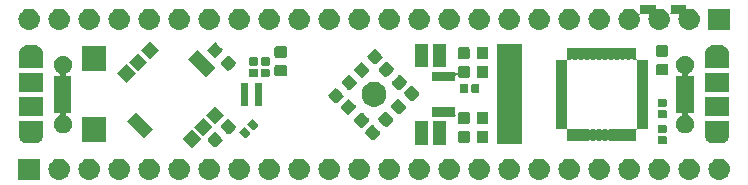
<source format=gbr>
G04 #@! TF.GenerationSoftware,KiCad,Pcbnew,(5.1.2)-2*
G04 #@! TF.CreationDate,2019-08-07T20:06:56+08:00*
G04 #@! TF.ProjectId,pillf4,70696c6c-6634-42e6-9b69-6361645f7063,rev?*
G04 #@! TF.SameCoordinates,PXffeaaef8PYff89ca48*
G04 #@! TF.FileFunction,Soldermask,Top*
G04 #@! TF.FilePolarity,Negative*
%FSLAX46Y46*%
G04 Gerber Fmt 4.6, Leading zero omitted, Abs format (unit mm)*
G04 Created by KiCad (PCBNEW (5.1.2)-2) date 2019-08-07 20:06:56*
%MOMM*%
%LPD*%
G04 APERTURE LIST*
%ADD10C,0.100000*%
G04 APERTURE END LIST*
D10*
G36*
X42147443Y-13202519D02*
G01*
X42213627Y-13209037D01*
X42383466Y-13260557D01*
X42539991Y-13344222D01*
X42575729Y-13373552D01*
X42677186Y-13456814D01*
X42760448Y-13558271D01*
X42789778Y-13594009D01*
X42873443Y-13750534D01*
X42924963Y-13920373D01*
X42942359Y-14097000D01*
X42924963Y-14273627D01*
X42873443Y-14443466D01*
X42789778Y-14599991D01*
X42760448Y-14635729D01*
X42677186Y-14737186D01*
X42575729Y-14820448D01*
X42539991Y-14849778D01*
X42383466Y-14933443D01*
X42213627Y-14984963D01*
X42147443Y-14991481D01*
X42081260Y-14998000D01*
X41992740Y-14998000D01*
X41926557Y-14991481D01*
X41860373Y-14984963D01*
X41690534Y-14933443D01*
X41534009Y-14849778D01*
X41498271Y-14820448D01*
X41396814Y-14737186D01*
X41313552Y-14635729D01*
X41284222Y-14599991D01*
X41200557Y-14443466D01*
X41149037Y-14273627D01*
X41131641Y-14097000D01*
X41149037Y-13920373D01*
X41200557Y-13750534D01*
X41284222Y-13594009D01*
X41313552Y-13558271D01*
X41396814Y-13456814D01*
X41498271Y-13373552D01*
X41534009Y-13344222D01*
X41690534Y-13260557D01*
X41860373Y-13209037D01*
X41926557Y-13202519D01*
X41992740Y-13196000D01*
X42081260Y-13196000D01*
X42147443Y-13202519D01*
X42147443Y-13202519D01*
G37*
G36*
X31987443Y-13202519D02*
G01*
X32053627Y-13209037D01*
X32223466Y-13260557D01*
X32379991Y-13344222D01*
X32415729Y-13373552D01*
X32517186Y-13456814D01*
X32600448Y-13558271D01*
X32629778Y-13594009D01*
X32713443Y-13750534D01*
X32764963Y-13920373D01*
X32782359Y-14097000D01*
X32764963Y-14273627D01*
X32713443Y-14443466D01*
X32629778Y-14599991D01*
X32600448Y-14635729D01*
X32517186Y-14737186D01*
X32415729Y-14820448D01*
X32379991Y-14849778D01*
X32223466Y-14933443D01*
X32053627Y-14984963D01*
X31987443Y-14991481D01*
X31921260Y-14998000D01*
X31832740Y-14998000D01*
X31766557Y-14991481D01*
X31700373Y-14984963D01*
X31530534Y-14933443D01*
X31374009Y-14849778D01*
X31338271Y-14820448D01*
X31236814Y-14737186D01*
X31153552Y-14635729D01*
X31124222Y-14599991D01*
X31040557Y-14443466D01*
X30989037Y-14273627D01*
X30971641Y-14097000D01*
X30989037Y-13920373D01*
X31040557Y-13750534D01*
X31124222Y-13594009D01*
X31153552Y-13558271D01*
X31236814Y-13456814D01*
X31338271Y-13373552D01*
X31374009Y-13344222D01*
X31530534Y-13260557D01*
X31700373Y-13209037D01*
X31766557Y-13202519D01*
X31832740Y-13196000D01*
X31921260Y-13196000D01*
X31987443Y-13202519D01*
X31987443Y-13202519D01*
G37*
G36*
X59927443Y-13202519D02*
G01*
X59993627Y-13209037D01*
X60163466Y-13260557D01*
X60319991Y-13344222D01*
X60355729Y-13373552D01*
X60457186Y-13456814D01*
X60540448Y-13558271D01*
X60569778Y-13594009D01*
X60653443Y-13750534D01*
X60704963Y-13920373D01*
X60722359Y-14097000D01*
X60704963Y-14273627D01*
X60653443Y-14443466D01*
X60569778Y-14599991D01*
X60540448Y-14635729D01*
X60457186Y-14737186D01*
X60355729Y-14820448D01*
X60319991Y-14849778D01*
X60163466Y-14933443D01*
X59993627Y-14984963D01*
X59927443Y-14991481D01*
X59861260Y-14998000D01*
X59772740Y-14998000D01*
X59706557Y-14991481D01*
X59640373Y-14984963D01*
X59470534Y-14933443D01*
X59314009Y-14849778D01*
X59278271Y-14820448D01*
X59176814Y-14737186D01*
X59093552Y-14635729D01*
X59064222Y-14599991D01*
X58980557Y-14443466D01*
X58929037Y-14273627D01*
X58911641Y-14097000D01*
X58929037Y-13920373D01*
X58980557Y-13750534D01*
X59064222Y-13594009D01*
X59093552Y-13558271D01*
X59176814Y-13456814D01*
X59278271Y-13373552D01*
X59314009Y-13344222D01*
X59470534Y-13260557D01*
X59640373Y-13209037D01*
X59706557Y-13202519D01*
X59772740Y-13196000D01*
X59861260Y-13196000D01*
X59927443Y-13202519D01*
X59927443Y-13202519D01*
G37*
G36*
X54847443Y-13202519D02*
G01*
X54913627Y-13209037D01*
X55083466Y-13260557D01*
X55239991Y-13344222D01*
X55275729Y-13373552D01*
X55377186Y-13456814D01*
X55460448Y-13558271D01*
X55489778Y-13594009D01*
X55573443Y-13750534D01*
X55624963Y-13920373D01*
X55642359Y-14097000D01*
X55624963Y-14273627D01*
X55573443Y-14443466D01*
X55489778Y-14599991D01*
X55460448Y-14635729D01*
X55377186Y-14737186D01*
X55275729Y-14820448D01*
X55239991Y-14849778D01*
X55083466Y-14933443D01*
X54913627Y-14984963D01*
X54847443Y-14991481D01*
X54781260Y-14998000D01*
X54692740Y-14998000D01*
X54626557Y-14991481D01*
X54560373Y-14984963D01*
X54390534Y-14933443D01*
X54234009Y-14849778D01*
X54198271Y-14820448D01*
X54096814Y-14737186D01*
X54013552Y-14635729D01*
X53984222Y-14599991D01*
X53900557Y-14443466D01*
X53849037Y-14273627D01*
X53831641Y-14097000D01*
X53849037Y-13920373D01*
X53900557Y-13750534D01*
X53984222Y-13594009D01*
X54013552Y-13558271D01*
X54096814Y-13456814D01*
X54198271Y-13373552D01*
X54234009Y-13344222D01*
X54390534Y-13260557D01*
X54560373Y-13209037D01*
X54626557Y-13202519D01*
X54692740Y-13196000D01*
X54781260Y-13196000D01*
X54847443Y-13202519D01*
X54847443Y-13202519D01*
G37*
G36*
X52307443Y-13202519D02*
G01*
X52373627Y-13209037D01*
X52543466Y-13260557D01*
X52699991Y-13344222D01*
X52735729Y-13373552D01*
X52837186Y-13456814D01*
X52920448Y-13558271D01*
X52949778Y-13594009D01*
X53033443Y-13750534D01*
X53084963Y-13920373D01*
X53102359Y-14097000D01*
X53084963Y-14273627D01*
X53033443Y-14443466D01*
X52949778Y-14599991D01*
X52920448Y-14635729D01*
X52837186Y-14737186D01*
X52735729Y-14820448D01*
X52699991Y-14849778D01*
X52543466Y-14933443D01*
X52373627Y-14984963D01*
X52307443Y-14991481D01*
X52241260Y-14998000D01*
X52152740Y-14998000D01*
X52086557Y-14991481D01*
X52020373Y-14984963D01*
X51850534Y-14933443D01*
X51694009Y-14849778D01*
X51658271Y-14820448D01*
X51556814Y-14737186D01*
X51473552Y-14635729D01*
X51444222Y-14599991D01*
X51360557Y-14443466D01*
X51309037Y-14273627D01*
X51291641Y-14097000D01*
X51309037Y-13920373D01*
X51360557Y-13750534D01*
X51444222Y-13594009D01*
X51473552Y-13558271D01*
X51556814Y-13456814D01*
X51658271Y-13373552D01*
X51694009Y-13344222D01*
X51850534Y-13260557D01*
X52020373Y-13209037D01*
X52086557Y-13202519D01*
X52152740Y-13196000D01*
X52241260Y-13196000D01*
X52307443Y-13202519D01*
X52307443Y-13202519D01*
G37*
G36*
X49767443Y-13202519D02*
G01*
X49833627Y-13209037D01*
X50003466Y-13260557D01*
X50159991Y-13344222D01*
X50195729Y-13373552D01*
X50297186Y-13456814D01*
X50380448Y-13558271D01*
X50409778Y-13594009D01*
X50493443Y-13750534D01*
X50544963Y-13920373D01*
X50562359Y-14097000D01*
X50544963Y-14273627D01*
X50493443Y-14443466D01*
X50409778Y-14599991D01*
X50380448Y-14635729D01*
X50297186Y-14737186D01*
X50195729Y-14820448D01*
X50159991Y-14849778D01*
X50003466Y-14933443D01*
X49833627Y-14984963D01*
X49767443Y-14991481D01*
X49701260Y-14998000D01*
X49612740Y-14998000D01*
X49546557Y-14991481D01*
X49480373Y-14984963D01*
X49310534Y-14933443D01*
X49154009Y-14849778D01*
X49118271Y-14820448D01*
X49016814Y-14737186D01*
X48933552Y-14635729D01*
X48904222Y-14599991D01*
X48820557Y-14443466D01*
X48769037Y-14273627D01*
X48751641Y-14097000D01*
X48769037Y-13920373D01*
X48820557Y-13750534D01*
X48904222Y-13594009D01*
X48933552Y-13558271D01*
X49016814Y-13456814D01*
X49118271Y-13373552D01*
X49154009Y-13344222D01*
X49310534Y-13260557D01*
X49480373Y-13209037D01*
X49546557Y-13202519D01*
X49612740Y-13196000D01*
X49701260Y-13196000D01*
X49767443Y-13202519D01*
X49767443Y-13202519D01*
G37*
G36*
X47227443Y-13202519D02*
G01*
X47293627Y-13209037D01*
X47463466Y-13260557D01*
X47619991Y-13344222D01*
X47655729Y-13373552D01*
X47757186Y-13456814D01*
X47840448Y-13558271D01*
X47869778Y-13594009D01*
X47953443Y-13750534D01*
X48004963Y-13920373D01*
X48022359Y-14097000D01*
X48004963Y-14273627D01*
X47953443Y-14443466D01*
X47869778Y-14599991D01*
X47840448Y-14635729D01*
X47757186Y-14737186D01*
X47655729Y-14820448D01*
X47619991Y-14849778D01*
X47463466Y-14933443D01*
X47293627Y-14984963D01*
X47227443Y-14991481D01*
X47161260Y-14998000D01*
X47072740Y-14998000D01*
X47006557Y-14991481D01*
X46940373Y-14984963D01*
X46770534Y-14933443D01*
X46614009Y-14849778D01*
X46578271Y-14820448D01*
X46476814Y-14737186D01*
X46393552Y-14635729D01*
X46364222Y-14599991D01*
X46280557Y-14443466D01*
X46229037Y-14273627D01*
X46211641Y-14097000D01*
X46229037Y-13920373D01*
X46280557Y-13750534D01*
X46364222Y-13594009D01*
X46393552Y-13558271D01*
X46476814Y-13456814D01*
X46578271Y-13373552D01*
X46614009Y-13344222D01*
X46770534Y-13260557D01*
X46940373Y-13209037D01*
X47006557Y-13202519D01*
X47072740Y-13196000D01*
X47161260Y-13196000D01*
X47227443Y-13202519D01*
X47227443Y-13202519D01*
G37*
G36*
X44687443Y-13202519D02*
G01*
X44753627Y-13209037D01*
X44923466Y-13260557D01*
X45079991Y-13344222D01*
X45115729Y-13373552D01*
X45217186Y-13456814D01*
X45300448Y-13558271D01*
X45329778Y-13594009D01*
X45413443Y-13750534D01*
X45464963Y-13920373D01*
X45482359Y-14097000D01*
X45464963Y-14273627D01*
X45413443Y-14443466D01*
X45329778Y-14599991D01*
X45300448Y-14635729D01*
X45217186Y-14737186D01*
X45115729Y-14820448D01*
X45079991Y-14849778D01*
X44923466Y-14933443D01*
X44753627Y-14984963D01*
X44687443Y-14991481D01*
X44621260Y-14998000D01*
X44532740Y-14998000D01*
X44466557Y-14991481D01*
X44400373Y-14984963D01*
X44230534Y-14933443D01*
X44074009Y-14849778D01*
X44038271Y-14820448D01*
X43936814Y-14737186D01*
X43853552Y-14635729D01*
X43824222Y-14599991D01*
X43740557Y-14443466D01*
X43689037Y-14273627D01*
X43671641Y-14097000D01*
X43689037Y-13920373D01*
X43740557Y-13750534D01*
X43824222Y-13594009D01*
X43853552Y-13558271D01*
X43936814Y-13456814D01*
X44038271Y-13373552D01*
X44074009Y-13344222D01*
X44230534Y-13260557D01*
X44400373Y-13209037D01*
X44466557Y-13202519D01*
X44532740Y-13196000D01*
X44621260Y-13196000D01*
X44687443Y-13202519D01*
X44687443Y-13202519D01*
G37*
G36*
X39607443Y-13202519D02*
G01*
X39673627Y-13209037D01*
X39843466Y-13260557D01*
X39999991Y-13344222D01*
X40035729Y-13373552D01*
X40137186Y-13456814D01*
X40220448Y-13558271D01*
X40249778Y-13594009D01*
X40333443Y-13750534D01*
X40384963Y-13920373D01*
X40402359Y-14097000D01*
X40384963Y-14273627D01*
X40333443Y-14443466D01*
X40249778Y-14599991D01*
X40220448Y-14635729D01*
X40137186Y-14737186D01*
X40035729Y-14820448D01*
X39999991Y-14849778D01*
X39843466Y-14933443D01*
X39673627Y-14984963D01*
X39607443Y-14991481D01*
X39541260Y-14998000D01*
X39452740Y-14998000D01*
X39386557Y-14991481D01*
X39320373Y-14984963D01*
X39150534Y-14933443D01*
X38994009Y-14849778D01*
X38958271Y-14820448D01*
X38856814Y-14737186D01*
X38773552Y-14635729D01*
X38744222Y-14599991D01*
X38660557Y-14443466D01*
X38609037Y-14273627D01*
X38591641Y-14097000D01*
X38609037Y-13920373D01*
X38660557Y-13750534D01*
X38744222Y-13594009D01*
X38773552Y-13558271D01*
X38856814Y-13456814D01*
X38958271Y-13373552D01*
X38994009Y-13344222D01*
X39150534Y-13260557D01*
X39320373Y-13209037D01*
X39386557Y-13202519D01*
X39452740Y-13196000D01*
X39541260Y-13196000D01*
X39607443Y-13202519D01*
X39607443Y-13202519D01*
G37*
G36*
X37067443Y-13202519D02*
G01*
X37133627Y-13209037D01*
X37303466Y-13260557D01*
X37459991Y-13344222D01*
X37495729Y-13373552D01*
X37597186Y-13456814D01*
X37680448Y-13558271D01*
X37709778Y-13594009D01*
X37793443Y-13750534D01*
X37844963Y-13920373D01*
X37862359Y-14097000D01*
X37844963Y-14273627D01*
X37793443Y-14443466D01*
X37709778Y-14599991D01*
X37680448Y-14635729D01*
X37597186Y-14737186D01*
X37495729Y-14820448D01*
X37459991Y-14849778D01*
X37303466Y-14933443D01*
X37133627Y-14984963D01*
X37067443Y-14991481D01*
X37001260Y-14998000D01*
X36912740Y-14998000D01*
X36846557Y-14991481D01*
X36780373Y-14984963D01*
X36610534Y-14933443D01*
X36454009Y-14849778D01*
X36418271Y-14820448D01*
X36316814Y-14737186D01*
X36233552Y-14635729D01*
X36204222Y-14599991D01*
X36120557Y-14443466D01*
X36069037Y-14273627D01*
X36051641Y-14097000D01*
X36069037Y-13920373D01*
X36120557Y-13750534D01*
X36204222Y-13594009D01*
X36233552Y-13558271D01*
X36316814Y-13456814D01*
X36418271Y-13373552D01*
X36454009Y-13344222D01*
X36610534Y-13260557D01*
X36780373Y-13209037D01*
X36846557Y-13202519D01*
X36912740Y-13196000D01*
X37001260Y-13196000D01*
X37067443Y-13202519D01*
X37067443Y-13202519D01*
G37*
G36*
X34527443Y-13202519D02*
G01*
X34593627Y-13209037D01*
X34763466Y-13260557D01*
X34919991Y-13344222D01*
X34955729Y-13373552D01*
X35057186Y-13456814D01*
X35140448Y-13558271D01*
X35169778Y-13594009D01*
X35253443Y-13750534D01*
X35304963Y-13920373D01*
X35322359Y-14097000D01*
X35304963Y-14273627D01*
X35253443Y-14443466D01*
X35169778Y-14599991D01*
X35140448Y-14635729D01*
X35057186Y-14737186D01*
X34955729Y-14820448D01*
X34919991Y-14849778D01*
X34763466Y-14933443D01*
X34593627Y-14984963D01*
X34527443Y-14991481D01*
X34461260Y-14998000D01*
X34372740Y-14998000D01*
X34306557Y-14991481D01*
X34240373Y-14984963D01*
X34070534Y-14933443D01*
X33914009Y-14849778D01*
X33878271Y-14820448D01*
X33776814Y-14737186D01*
X33693552Y-14635729D01*
X33664222Y-14599991D01*
X33580557Y-14443466D01*
X33529037Y-14273627D01*
X33511641Y-14097000D01*
X33529037Y-13920373D01*
X33580557Y-13750534D01*
X33664222Y-13594009D01*
X33693552Y-13558271D01*
X33776814Y-13456814D01*
X33878271Y-13373552D01*
X33914009Y-13344222D01*
X34070534Y-13260557D01*
X34240373Y-13209037D01*
X34306557Y-13202519D01*
X34372740Y-13196000D01*
X34461260Y-13196000D01*
X34527443Y-13202519D01*
X34527443Y-13202519D01*
G37*
G36*
X57387443Y-13202519D02*
G01*
X57453627Y-13209037D01*
X57623466Y-13260557D01*
X57779991Y-13344222D01*
X57815729Y-13373552D01*
X57917186Y-13456814D01*
X58000448Y-13558271D01*
X58029778Y-13594009D01*
X58113443Y-13750534D01*
X58164963Y-13920373D01*
X58182359Y-14097000D01*
X58164963Y-14273627D01*
X58113443Y-14443466D01*
X58029778Y-14599991D01*
X58000448Y-14635729D01*
X57917186Y-14737186D01*
X57815729Y-14820448D01*
X57779991Y-14849778D01*
X57623466Y-14933443D01*
X57453627Y-14984963D01*
X57387443Y-14991481D01*
X57321260Y-14998000D01*
X57232740Y-14998000D01*
X57166557Y-14991481D01*
X57100373Y-14984963D01*
X56930534Y-14933443D01*
X56774009Y-14849778D01*
X56738271Y-14820448D01*
X56636814Y-14737186D01*
X56553552Y-14635729D01*
X56524222Y-14599991D01*
X56440557Y-14443466D01*
X56389037Y-14273627D01*
X56371641Y-14097000D01*
X56389037Y-13920373D01*
X56440557Y-13750534D01*
X56524222Y-13594009D01*
X56553552Y-13558271D01*
X56636814Y-13456814D01*
X56738271Y-13373552D01*
X56774009Y-13344222D01*
X56930534Y-13260557D01*
X57100373Y-13209037D01*
X57166557Y-13202519D01*
X57232740Y-13196000D01*
X57321260Y-13196000D01*
X57387443Y-13202519D01*
X57387443Y-13202519D01*
G37*
G36*
X4047443Y-13202519D02*
G01*
X4113627Y-13209037D01*
X4283466Y-13260557D01*
X4439991Y-13344222D01*
X4475729Y-13373552D01*
X4577186Y-13456814D01*
X4660448Y-13558271D01*
X4689778Y-13594009D01*
X4773443Y-13750534D01*
X4824963Y-13920373D01*
X4842359Y-14097000D01*
X4824963Y-14273627D01*
X4773443Y-14443466D01*
X4689778Y-14599991D01*
X4660448Y-14635729D01*
X4577186Y-14737186D01*
X4475729Y-14820448D01*
X4439991Y-14849778D01*
X4283466Y-14933443D01*
X4113627Y-14984963D01*
X4047443Y-14991481D01*
X3981260Y-14998000D01*
X3892740Y-14998000D01*
X3826557Y-14991481D01*
X3760373Y-14984963D01*
X3590534Y-14933443D01*
X3434009Y-14849778D01*
X3398271Y-14820448D01*
X3296814Y-14737186D01*
X3213552Y-14635729D01*
X3184222Y-14599991D01*
X3100557Y-14443466D01*
X3049037Y-14273627D01*
X3031641Y-14097000D01*
X3049037Y-13920373D01*
X3100557Y-13750534D01*
X3184222Y-13594009D01*
X3213552Y-13558271D01*
X3296814Y-13456814D01*
X3398271Y-13373552D01*
X3434009Y-13344222D01*
X3590534Y-13260557D01*
X3760373Y-13209037D01*
X3826557Y-13202519D01*
X3892740Y-13196000D01*
X3981260Y-13196000D01*
X4047443Y-13202519D01*
X4047443Y-13202519D01*
G37*
G36*
X2298000Y-14998000D02*
G01*
X496000Y-14998000D01*
X496000Y-13196000D01*
X2298000Y-13196000D01*
X2298000Y-14998000D01*
X2298000Y-14998000D01*
G37*
G36*
X29447443Y-13202519D02*
G01*
X29513627Y-13209037D01*
X29683466Y-13260557D01*
X29839991Y-13344222D01*
X29875729Y-13373552D01*
X29977186Y-13456814D01*
X30060448Y-13558271D01*
X30089778Y-13594009D01*
X30173443Y-13750534D01*
X30224963Y-13920373D01*
X30242359Y-14097000D01*
X30224963Y-14273627D01*
X30173443Y-14443466D01*
X30089778Y-14599991D01*
X30060448Y-14635729D01*
X29977186Y-14737186D01*
X29875729Y-14820448D01*
X29839991Y-14849778D01*
X29683466Y-14933443D01*
X29513627Y-14984963D01*
X29447443Y-14991481D01*
X29381260Y-14998000D01*
X29292740Y-14998000D01*
X29226557Y-14991481D01*
X29160373Y-14984963D01*
X28990534Y-14933443D01*
X28834009Y-14849778D01*
X28798271Y-14820448D01*
X28696814Y-14737186D01*
X28613552Y-14635729D01*
X28584222Y-14599991D01*
X28500557Y-14443466D01*
X28449037Y-14273627D01*
X28431641Y-14097000D01*
X28449037Y-13920373D01*
X28500557Y-13750534D01*
X28584222Y-13594009D01*
X28613552Y-13558271D01*
X28696814Y-13456814D01*
X28798271Y-13373552D01*
X28834009Y-13344222D01*
X28990534Y-13260557D01*
X29160373Y-13209037D01*
X29226557Y-13202519D01*
X29292740Y-13196000D01*
X29381260Y-13196000D01*
X29447443Y-13202519D01*
X29447443Y-13202519D01*
G37*
G36*
X6587443Y-13202519D02*
G01*
X6653627Y-13209037D01*
X6823466Y-13260557D01*
X6979991Y-13344222D01*
X7015729Y-13373552D01*
X7117186Y-13456814D01*
X7200448Y-13558271D01*
X7229778Y-13594009D01*
X7313443Y-13750534D01*
X7364963Y-13920373D01*
X7382359Y-14097000D01*
X7364963Y-14273627D01*
X7313443Y-14443466D01*
X7229778Y-14599991D01*
X7200448Y-14635729D01*
X7117186Y-14737186D01*
X7015729Y-14820448D01*
X6979991Y-14849778D01*
X6823466Y-14933443D01*
X6653627Y-14984963D01*
X6587443Y-14991481D01*
X6521260Y-14998000D01*
X6432740Y-14998000D01*
X6366557Y-14991481D01*
X6300373Y-14984963D01*
X6130534Y-14933443D01*
X5974009Y-14849778D01*
X5938271Y-14820448D01*
X5836814Y-14737186D01*
X5753552Y-14635729D01*
X5724222Y-14599991D01*
X5640557Y-14443466D01*
X5589037Y-14273627D01*
X5571641Y-14097000D01*
X5589037Y-13920373D01*
X5640557Y-13750534D01*
X5724222Y-13594009D01*
X5753552Y-13558271D01*
X5836814Y-13456814D01*
X5938271Y-13373552D01*
X5974009Y-13344222D01*
X6130534Y-13260557D01*
X6300373Y-13209037D01*
X6366557Y-13202519D01*
X6432740Y-13196000D01*
X6521260Y-13196000D01*
X6587443Y-13202519D01*
X6587443Y-13202519D01*
G37*
G36*
X9127443Y-13202519D02*
G01*
X9193627Y-13209037D01*
X9363466Y-13260557D01*
X9519991Y-13344222D01*
X9555729Y-13373552D01*
X9657186Y-13456814D01*
X9740448Y-13558271D01*
X9769778Y-13594009D01*
X9853443Y-13750534D01*
X9904963Y-13920373D01*
X9922359Y-14097000D01*
X9904963Y-14273627D01*
X9853443Y-14443466D01*
X9769778Y-14599991D01*
X9740448Y-14635729D01*
X9657186Y-14737186D01*
X9555729Y-14820448D01*
X9519991Y-14849778D01*
X9363466Y-14933443D01*
X9193627Y-14984963D01*
X9127443Y-14991481D01*
X9061260Y-14998000D01*
X8972740Y-14998000D01*
X8906557Y-14991481D01*
X8840373Y-14984963D01*
X8670534Y-14933443D01*
X8514009Y-14849778D01*
X8478271Y-14820448D01*
X8376814Y-14737186D01*
X8293552Y-14635729D01*
X8264222Y-14599991D01*
X8180557Y-14443466D01*
X8129037Y-14273627D01*
X8111641Y-14097000D01*
X8129037Y-13920373D01*
X8180557Y-13750534D01*
X8264222Y-13594009D01*
X8293552Y-13558271D01*
X8376814Y-13456814D01*
X8478271Y-13373552D01*
X8514009Y-13344222D01*
X8670534Y-13260557D01*
X8840373Y-13209037D01*
X8906557Y-13202519D01*
X8972740Y-13196000D01*
X9061260Y-13196000D01*
X9127443Y-13202519D01*
X9127443Y-13202519D01*
G37*
G36*
X11667443Y-13202519D02*
G01*
X11733627Y-13209037D01*
X11903466Y-13260557D01*
X12059991Y-13344222D01*
X12095729Y-13373552D01*
X12197186Y-13456814D01*
X12280448Y-13558271D01*
X12309778Y-13594009D01*
X12393443Y-13750534D01*
X12444963Y-13920373D01*
X12462359Y-14097000D01*
X12444963Y-14273627D01*
X12393443Y-14443466D01*
X12309778Y-14599991D01*
X12280448Y-14635729D01*
X12197186Y-14737186D01*
X12095729Y-14820448D01*
X12059991Y-14849778D01*
X11903466Y-14933443D01*
X11733627Y-14984963D01*
X11667443Y-14991481D01*
X11601260Y-14998000D01*
X11512740Y-14998000D01*
X11446557Y-14991481D01*
X11380373Y-14984963D01*
X11210534Y-14933443D01*
X11054009Y-14849778D01*
X11018271Y-14820448D01*
X10916814Y-14737186D01*
X10833552Y-14635729D01*
X10804222Y-14599991D01*
X10720557Y-14443466D01*
X10669037Y-14273627D01*
X10651641Y-14097000D01*
X10669037Y-13920373D01*
X10720557Y-13750534D01*
X10804222Y-13594009D01*
X10833552Y-13558271D01*
X10916814Y-13456814D01*
X11018271Y-13373552D01*
X11054009Y-13344222D01*
X11210534Y-13260557D01*
X11380373Y-13209037D01*
X11446557Y-13202519D01*
X11512740Y-13196000D01*
X11601260Y-13196000D01*
X11667443Y-13202519D01*
X11667443Y-13202519D01*
G37*
G36*
X14207443Y-13202519D02*
G01*
X14273627Y-13209037D01*
X14443466Y-13260557D01*
X14599991Y-13344222D01*
X14635729Y-13373552D01*
X14737186Y-13456814D01*
X14820448Y-13558271D01*
X14849778Y-13594009D01*
X14933443Y-13750534D01*
X14984963Y-13920373D01*
X15002359Y-14097000D01*
X14984963Y-14273627D01*
X14933443Y-14443466D01*
X14849778Y-14599991D01*
X14820448Y-14635729D01*
X14737186Y-14737186D01*
X14635729Y-14820448D01*
X14599991Y-14849778D01*
X14443466Y-14933443D01*
X14273627Y-14984963D01*
X14207443Y-14991481D01*
X14141260Y-14998000D01*
X14052740Y-14998000D01*
X13986557Y-14991481D01*
X13920373Y-14984963D01*
X13750534Y-14933443D01*
X13594009Y-14849778D01*
X13558271Y-14820448D01*
X13456814Y-14737186D01*
X13373552Y-14635729D01*
X13344222Y-14599991D01*
X13260557Y-14443466D01*
X13209037Y-14273627D01*
X13191641Y-14097000D01*
X13209037Y-13920373D01*
X13260557Y-13750534D01*
X13344222Y-13594009D01*
X13373552Y-13558271D01*
X13456814Y-13456814D01*
X13558271Y-13373552D01*
X13594009Y-13344222D01*
X13750534Y-13260557D01*
X13920373Y-13209037D01*
X13986557Y-13202519D01*
X14052740Y-13196000D01*
X14141260Y-13196000D01*
X14207443Y-13202519D01*
X14207443Y-13202519D01*
G37*
G36*
X16747443Y-13202519D02*
G01*
X16813627Y-13209037D01*
X16983466Y-13260557D01*
X17139991Y-13344222D01*
X17175729Y-13373552D01*
X17277186Y-13456814D01*
X17360448Y-13558271D01*
X17389778Y-13594009D01*
X17473443Y-13750534D01*
X17524963Y-13920373D01*
X17542359Y-14097000D01*
X17524963Y-14273627D01*
X17473443Y-14443466D01*
X17389778Y-14599991D01*
X17360448Y-14635729D01*
X17277186Y-14737186D01*
X17175729Y-14820448D01*
X17139991Y-14849778D01*
X16983466Y-14933443D01*
X16813627Y-14984963D01*
X16747443Y-14991481D01*
X16681260Y-14998000D01*
X16592740Y-14998000D01*
X16526557Y-14991481D01*
X16460373Y-14984963D01*
X16290534Y-14933443D01*
X16134009Y-14849778D01*
X16098271Y-14820448D01*
X15996814Y-14737186D01*
X15913552Y-14635729D01*
X15884222Y-14599991D01*
X15800557Y-14443466D01*
X15749037Y-14273627D01*
X15731641Y-14097000D01*
X15749037Y-13920373D01*
X15800557Y-13750534D01*
X15884222Y-13594009D01*
X15913552Y-13558271D01*
X15996814Y-13456814D01*
X16098271Y-13373552D01*
X16134009Y-13344222D01*
X16290534Y-13260557D01*
X16460373Y-13209037D01*
X16526557Y-13202519D01*
X16592740Y-13196000D01*
X16681260Y-13196000D01*
X16747443Y-13202519D01*
X16747443Y-13202519D01*
G37*
G36*
X19287443Y-13202519D02*
G01*
X19353627Y-13209037D01*
X19523466Y-13260557D01*
X19679991Y-13344222D01*
X19715729Y-13373552D01*
X19817186Y-13456814D01*
X19900448Y-13558271D01*
X19929778Y-13594009D01*
X20013443Y-13750534D01*
X20064963Y-13920373D01*
X20082359Y-14097000D01*
X20064963Y-14273627D01*
X20013443Y-14443466D01*
X19929778Y-14599991D01*
X19900448Y-14635729D01*
X19817186Y-14737186D01*
X19715729Y-14820448D01*
X19679991Y-14849778D01*
X19523466Y-14933443D01*
X19353627Y-14984963D01*
X19287443Y-14991481D01*
X19221260Y-14998000D01*
X19132740Y-14998000D01*
X19066557Y-14991481D01*
X19000373Y-14984963D01*
X18830534Y-14933443D01*
X18674009Y-14849778D01*
X18638271Y-14820448D01*
X18536814Y-14737186D01*
X18453552Y-14635729D01*
X18424222Y-14599991D01*
X18340557Y-14443466D01*
X18289037Y-14273627D01*
X18271641Y-14097000D01*
X18289037Y-13920373D01*
X18340557Y-13750534D01*
X18424222Y-13594009D01*
X18453552Y-13558271D01*
X18536814Y-13456814D01*
X18638271Y-13373552D01*
X18674009Y-13344222D01*
X18830534Y-13260557D01*
X19000373Y-13209037D01*
X19066557Y-13202519D01*
X19132740Y-13196000D01*
X19221260Y-13196000D01*
X19287443Y-13202519D01*
X19287443Y-13202519D01*
G37*
G36*
X21827443Y-13202519D02*
G01*
X21893627Y-13209037D01*
X22063466Y-13260557D01*
X22219991Y-13344222D01*
X22255729Y-13373552D01*
X22357186Y-13456814D01*
X22440448Y-13558271D01*
X22469778Y-13594009D01*
X22553443Y-13750534D01*
X22604963Y-13920373D01*
X22622359Y-14097000D01*
X22604963Y-14273627D01*
X22553443Y-14443466D01*
X22469778Y-14599991D01*
X22440448Y-14635729D01*
X22357186Y-14737186D01*
X22255729Y-14820448D01*
X22219991Y-14849778D01*
X22063466Y-14933443D01*
X21893627Y-14984963D01*
X21827443Y-14991481D01*
X21761260Y-14998000D01*
X21672740Y-14998000D01*
X21606557Y-14991481D01*
X21540373Y-14984963D01*
X21370534Y-14933443D01*
X21214009Y-14849778D01*
X21178271Y-14820448D01*
X21076814Y-14737186D01*
X20993552Y-14635729D01*
X20964222Y-14599991D01*
X20880557Y-14443466D01*
X20829037Y-14273627D01*
X20811641Y-14097000D01*
X20829037Y-13920373D01*
X20880557Y-13750534D01*
X20964222Y-13594009D01*
X20993552Y-13558271D01*
X21076814Y-13456814D01*
X21178271Y-13373552D01*
X21214009Y-13344222D01*
X21370534Y-13260557D01*
X21540373Y-13209037D01*
X21606557Y-13202519D01*
X21672740Y-13196000D01*
X21761260Y-13196000D01*
X21827443Y-13202519D01*
X21827443Y-13202519D01*
G37*
G36*
X24367443Y-13202519D02*
G01*
X24433627Y-13209037D01*
X24603466Y-13260557D01*
X24759991Y-13344222D01*
X24795729Y-13373552D01*
X24897186Y-13456814D01*
X24980448Y-13558271D01*
X25009778Y-13594009D01*
X25093443Y-13750534D01*
X25144963Y-13920373D01*
X25162359Y-14097000D01*
X25144963Y-14273627D01*
X25093443Y-14443466D01*
X25009778Y-14599991D01*
X24980448Y-14635729D01*
X24897186Y-14737186D01*
X24795729Y-14820448D01*
X24759991Y-14849778D01*
X24603466Y-14933443D01*
X24433627Y-14984963D01*
X24367443Y-14991481D01*
X24301260Y-14998000D01*
X24212740Y-14998000D01*
X24146557Y-14991481D01*
X24080373Y-14984963D01*
X23910534Y-14933443D01*
X23754009Y-14849778D01*
X23718271Y-14820448D01*
X23616814Y-14737186D01*
X23533552Y-14635729D01*
X23504222Y-14599991D01*
X23420557Y-14443466D01*
X23369037Y-14273627D01*
X23351641Y-14097000D01*
X23369037Y-13920373D01*
X23420557Y-13750534D01*
X23504222Y-13594009D01*
X23533552Y-13558271D01*
X23616814Y-13456814D01*
X23718271Y-13373552D01*
X23754009Y-13344222D01*
X23910534Y-13260557D01*
X24080373Y-13209037D01*
X24146557Y-13202519D01*
X24212740Y-13196000D01*
X24301260Y-13196000D01*
X24367443Y-13202519D01*
X24367443Y-13202519D01*
G37*
G36*
X26907443Y-13202519D02*
G01*
X26973627Y-13209037D01*
X27143466Y-13260557D01*
X27299991Y-13344222D01*
X27335729Y-13373552D01*
X27437186Y-13456814D01*
X27520448Y-13558271D01*
X27549778Y-13594009D01*
X27633443Y-13750534D01*
X27684963Y-13920373D01*
X27702359Y-14097000D01*
X27684963Y-14273627D01*
X27633443Y-14443466D01*
X27549778Y-14599991D01*
X27520448Y-14635729D01*
X27437186Y-14737186D01*
X27335729Y-14820448D01*
X27299991Y-14849778D01*
X27143466Y-14933443D01*
X26973627Y-14984963D01*
X26907443Y-14991481D01*
X26841260Y-14998000D01*
X26752740Y-14998000D01*
X26686557Y-14991481D01*
X26620373Y-14984963D01*
X26450534Y-14933443D01*
X26294009Y-14849778D01*
X26258271Y-14820448D01*
X26156814Y-14737186D01*
X26073552Y-14635729D01*
X26044222Y-14599991D01*
X25960557Y-14443466D01*
X25909037Y-14273627D01*
X25891641Y-14097000D01*
X25909037Y-13920373D01*
X25960557Y-13750534D01*
X26044222Y-13594009D01*
X26073552Y-13558271D01*
X26156814Y-13456814D01*
X26258271Y-13373552D01*
X26294009Y-13344222D01*
X26450534Y-13260557D01*
X26620373Y-13209037D01*
X26686557Y-13202519D01*
X26752740Y-13196000D01*
X26841260Y-13196000D01*
X26907443Y-13202519D01*
X26907443Y-13202519D01*
G37*
G36*
X15943999Y-11494666D02*
G01*
X15164767Y-12273898D01*
X14385535Y-11494666D01*
X15164767Y-10715434D01*
X15943999Y-11494666D01*
X15943999Y-11494666D01*
G37*
G36*
X17148977Y-10965855D02*
G01*
X17182955Y-10976163D01*
X17214276Y-10992904D01*
X17246490Y-11019342D01*
X17286341Y-11059193D01*
X17286347Y-11059198D01*
X17684802Y-11457653D01*
X17684807Y-11457659D01*
X17724658Y-11497510D01*
X17751096Y-11529724D01*
X17767837Y-11561045D01*
X17778145Y-11595023D01*
X17781625Y-11630364D01*
X17778145Y-11665705D01*
X17767837Y-11699683D01*
X17751096Y-11731004D01*
X17724658Y-11763218D01*
X17684807Y-11803069D01*
X17684802Y-11803075D01*
X17339381Y-12148496D01*
X17339375Y-12148501D01*
X17299524Y-12188352D01*
X17267310Y-12214790D01*
X17235989Y-12231531D01*
X17202011Y-12241839D01*
X17166670Y-12245319D01*
X17131329Y-12241839D01*
X17097351Y-12231531D01*
X17066030Y-12214790D01*
X17033816Y-12188352D01*
X16993965Y-12148501D01*
X16993959Y-12148496D01*
X16595504Y-11750041D01*
X16595499Y-11750035D01*
X16555648Y-11710184D01*
X16529210Y-11677970D01*
X16512469Y-11646649D01*
X16502161Y-11612671D01*
X16498681Y-11577330D01*
X16502161Y-11541989D01*
X16512469Y-11508011D01*
X16529210Y-11476690D01*
X16555648Y-11444476D01*
X16595499Y-11404625D01*
X16595504Y-11404619D01*
X16940925Y-11059198D01*
X16940931Y-11059193D01*
X16980782Y-11019342D01*
X17012996Y-10992904D01*
X17044317Y-10976163D01*
X17078295Y-10965855D01*
X17113636Y-10962375D01*
X17148977Y-10965855D01*
X17148977Y-10965855D01*
G37*
G36*
X35198000Y-12048000D02*
G01*
X34096000Y-12048000D01*
X34096000Y-10046000D01*
X35198000Y-10046000D01*
X35198000Y-12048000D01*
X35198000Y-12048000D01*
G37*
G36*
X36698000Y-12048000D02*
G01*
X35596000Y-12048000D01*
X35596000Y-10046000D01*
X36698000Y-10046000D01*
X36698000Y-12048000D01*
X36698000Y-12048000D01*
G37*
G36*
X43148000Y-11988000D02*
G01*
X41046000Y-11988000D01*
X41046000Y-3506000D01*
X43148000Y-3506000D01*
X43148000Y-11988000D01*
X43148000Y-11988000D01*
G37*
G36*
X55278938Y-11288716D02*
G01*
X55299557Y-11294971D01*
X55318553Y-11305124D01*
X55335208Y-11318792D01*
X55348876Y-11335447D01*
X55359029Y-11354443D01*
X55365284Y-11375062D01*
X55368000Y-11402640D01*
X55368000Y-11861360D01*
X55365284Y-11888938D01*
X55359029Y-11909557D01*
X55348876Y-11928553D01*
X55335208Y-11945208D01*
X55318553Y-11958876D01*
X55299557Y-11969029D01*
X55278938Y-11975284D01*
X55251360Y-11978000D01*
X54742640Y-11978000D01*
X54715062Y-11975284D01*
X54694443Y-11969029D01*
X54675447Y-11958876D01*
X54658792Y-11945208D01*
X54645124Y-11928553D01*
X54634971Y-11909557D01*
X54628716Y-11888938D01*
X54626000Y-11861360D01*
X54626000Y-11402640D01*
X54628716Y-11375062D01*
X54634971Y-11354443D01*
X54645124Y-11335447D01*
X54658792Y-11318792D01*
X54675447Y-11305124D01*
X54694443Y-11294971D01*
X54715062Y-11288716D01*
X54742640Y-11286000D01*
X55251360Y-11286000D01*
X55278938Y-11288716D01*
X55278938Y-11288716D01*
G37*
G36*
X60635500Y-11208886D02*
G01*
X60636102Y-11221138D01*
X60638649Y-11247000D01*
X60636102Y-11272862D01*
X60635500Y-11285114D01*
X60635500Y-11358406D01*
X60626543Y-11375164D01*
X60622415Y-11386701D01*
X60600483Y-11459000D01*
X60588854Y-11497336D01*
X60528406Y-11610425D01*
X60447054Y-11709554D01*
X60347925Y-11790906D01*
X60234836Y-11851354D01*
X60202904Y-11861040D01*
X60112118Y-11888580D01*
X60048355Y-11894860D01*
X60016474Y-11898000D01*
X59252526Y-11898000D01*
X59220645Y-11894860D01*
X59156882Y-11888580D01*
X59066096Y-11861040D01*
X59034164Y-11851354D01*
X58921075Y-11790906D01*
X58821946Y-11709554D01*
X58740594Y-11610425D01*
X58680146Y-11497336D01*
X58668517Y-11459000D01*
X58646587Y-11386708D01*
X58637213Y-11364075D01*
X58633500Y-11358518D01*
X58633500Y-11285114D01*
X58632898Y-11272862D01*
X58630351Y-11247000D01*
X58632898Y-11221138D01*
X58633500Y-11208886D01*
X58633500Y-9996000D01*
X60635500Y-9996000D01*
X60635500Y-11208886D01*
X60635500Y-11208886D01*
G37*
G36*
X2560500Y-11208886D02*
G01*
X2561102Y-11221138D01*
X2563649Y-11247000D01*
X2561102Y-11272862D01*
X2560500Y-11285114D01*
X2560500Y-11358406D01*
X2551543Y-11375164D01*
X2547415Y-11386701D01*
X2525483Y-11459000D01*
X2513854Y-11497336D01*
X2453406Y-11610425D01*
X2372054Y-11709554D01*
X2272925Y-11790906D01*
X2159836Y-11851354D01*
X2127904Y-11861040D01*
X2037118Y-11888580D01*
X1973355Y-11894860D01*
X1941474Y-11898000D01*
X1177526Y-11898000D01*
X1145645Y-11894860D01*
X1081882Y-11888580D01*
X991096Y-11861040D01*
X959164Y-11851354D01*
X846075Y-11790906D01*
X746946Y-11709554D01*
X665594Y-11610425D01*
X605146Y-11497336D01*
X593517Y-11459000D01*
X571587Y-11386708D01*
X562213Y-11364075D01*
X558500Y-11358518D01*
X558500Y-11285114D01*
X557898Y-11272862D01*
X555351Y-11247000D01*
X557898Y-11221138D01*
X558500Y-11208886D01*
X558500Y-9996000D01*
X2560500Y-9996000D01*
X2560500Y-11208886D01*
X2560500Y-11208886D01*
G37*
G36*
X40126591Y-10825085D02*
G01*
X40160569Y-10835393D01*
X40191890Y-10852134D01*
X40219339Y-10874661D01*
X40241866Y-10902110D01*
X40258607Y-10933431D01*
X40268915Y-10967409D01*
X40273000Y-11008890D01*
X40273000Y-11685110D01*
X40268915Y-11726591D01*
X40258607Y-11760569D01*
X40241866Y-11791890D01*
X40219339Y-11819339D01*
X40191890Y-11841866D01*
X40160569Y-11858607D01*
X40126591Y-11868915D01*
X40085110Y-11873000D01*
X39483890Y-11873000D01*
X39442409Y-11868915D01*
X39408431Y-11858607D01*
X39377110Y-11841866D01*
X39349661Y-11819339D01*
X39327134Y-11791890D01*
X39310393Y-11760569D01*
X39300085Y-11726591D01*
X39296000Y-11685110D01*
X39296000Y-11008890D01*
X39300085Y-10967409D01*
X39310393Y-10933431D01*
X39327134Y-10902110D01*
X39349661Y-10874661D01*
X39377110Y-10852134D01*
X39408431Y-10835393D01*
X39442409Y-10825085D01*
X39483890Y-10821000D01*
X40085110Y-10821000D01*
X40126591Y-10825085D01*
X40126591Y-10825085D01*
G37*
G36*
X38551591Y-10825085D02*
G01*
X38585569Y-10835393D01*
X38616890Y-10852134D01*
X38644339Y-10874661D01*
X38666866Y-10902110D01*
X38683607Y-10933431D01*
X38693915Y-10967409D01*
X38698000Y-11008890D01*
X38698000Y-11685110D01*
X38693915Y-11726591D01*
X38683607Y-11760569D01*
X38666866Y-11791890D01*
X38644339Y-11819339D01*
X38616890Y-11841866D01*
X38585569Y-11858607D01*
X38551591Y-11868915D01*
X38510110Y-11873000D01*
X37908890Y-11873000D01*
X37867409Y-11868915D01*
X37833431Y-11858607D01*
X37802110Y-11841866D01*
X37774661Y-11819339D01*
X37752134Y-11791890D01*
X37735393Y-11760569D01*
X37725085Y-11726591D01*
X37721000Y-11685110D01*
X37721000Y-11008890D01*
X37725085Y-10967409D01*
X37735393Y-10933431D01*
X37752134Y-10902110D01*
X37774661Y-10874661D01*
X37802110Y-10852134D01*
X37833431Y-10835393D01*
X37867409Y-10825085D01*
X37908890Y-10821000D01*
X38510110Y-10821000D01*
X38551591Y-10825085D01*
X38551591Y-10825085D01*
G37*
G36*
X7948000Y-11798000D02*
G01*
X5846000Y-11798000D01*
X5846000Y-9696000D01*
X7948000Y-9696000D01*
X7948000Y-11798000D01*
X7948000Y-11798000D01*
G37*
G36*
X47302355Y-3822083D02*
G01*
X47307029Y-3823501D01*
X47311330Y-3825800D01*
X47317702Y-3831029D01*
X47338076Y-3844643D01*
X47360715Y-3854020D01*
X47384749Y-3858800D01*
X47409253Y-3858800D01*
X47433286Y-3854019D01*
X47455925Y-3844642D01*
X47476298Y-3831029D01*
X47482670Y-3825800D01*
X47486971Y-3823501D01*
X47491645Y-3822083D01*
X47502641Y-3821000D01*
X47791359Y-3821000D01*
X47802355Y-3822083D01*
X47807029Y-3823501D01*
X47811330Y-3825800D01*
X47817702Y-3831029D01*
X47838076Y-3844643D01*
X47860715Y-3854020D01*
X47884749Y-3858800D01*
X47909253Y-3858800D01*
X47933286Y-3854019D01*
X47955925Y-3844642D01*
X47976298Y-3831029D01*
X47982670Y-3825800D01*
X47986971Y-3823501D01*
X47991645Y-3822083D01*
X48002641Y-3821000D01*
X48291359Y-3821000D01*
X48302355Y-3822083D01*
X48307029Y-3823501D01*
X48311330Y-3825800D01*
X48317702Y-3831029D01*
X48338076Y-3844643D01*
X48360715Y-3854020D01*
X48384749Y-3858800D01*
X48409253Y-3858800D01*
X48433286Y-3854019D01*
X48455925Y-3844642D01*
X48476298Y-3831029D01*
X48482670Y-3825800D01*
X48486971Y-3823501D01*
X48491645Y-3822083D01*
X48502641Y-3821000D01*
X48791359Y-3821000D01*
X48802355Y-3822083D01*
X48807029Y-3823501D01*
X48811330Y-3825800D01*
X48817702Y-3831029D01*
X48838076Y-3844643D01*
X48860715Y-3854020D01*
X48884749Y-3858800D01*
X48909253Y-3858800D01*
X48933286Y-3854019D01*
X48955925Y-3844642D01*
X48976298Y-3831029D01*
X48982670Y-3825800D01*
X48986971Y-3823501D01*
X48991645Y-3822083D01*
X49002641Y-3821000D01*
X49291359Y-3821000D01*
X49302355Y-3822083D01*
X49307029Y-3823501D01*
X49311330Y-3825800D01*
X49317702Y-3831029D01*
X49338076Y-3844643D01*
X49360715Y-3854020D01*
X49384749Y-3858800D01*
X49409253Y-3858800D01*
X49433286Y-3854019D01*
X49455925Y-3844642D01*
X49476298Y-3831029D01*
X49482670Y-3825800D01*
X49486971Y-3823501D01*
X49491645Y-3822083D01*
X49502641Y-3821000D01*
X49791359Y-3821000D01*
X49802355Y-3822083D01*
X49807029Y-3823501D01*
X49811330Y-3825800D01*
X49817702Y-3831029D01*
X49838076Y-3844643D01*
X49860715Y-3854020D01*
X49884749Y-3858800D01*
X49909253Y-3858800D01*
X49933286Y-3854019D01*
X49955925Y-3844642D01*
X49976298Y-3831029D01*
X49982670Y-3825800D01*
X49986971Y-3823501D01*
X49991645Y-3822083D01*
X50002641Y-3821000D01*
X50291359Y-3821000D01*
X50302355Y-3822083D01*
X50307029Y-3823501D01*
X50311330Y-3825800D01*
X50317702Y-3831029D01*
X50338076Y-3844643D01*
X50360715Y-3854020D01*
X50384749Y-3858800D01*
X50409253Y-3858800D01*
X50433286Y-3854019D01*
X50455925Y-3844642D01*
X50476298Y-3831029D01*
X50482670Y-3825800D01*
X50486971Y-3823501D01*
X50491645Y-3822083D01*
X50502641Y-3821000D01*
X50791359Y-3821000D01*
X50802355Y-3822083D01*
X50807029Y-3823501D01*
X50811330Y-3825800D01*
X50817702Y-3831029D01*
X50838076Y-3844643D01*
X50860715Y-3854020D01*
X50884749Y-3858800D01*
X50909253Y-3858800D01*
X50933286Y-3854019D01*
X50955925Y-3844642D01*
X50976298Y-3831029D01*
X50982670Y-3825800D01*
X50986971Y-3823501D01*
X50991645Y-3822083D01*
X51002641Y-3821000D01*
X51291359Y-3821000D01*
X51302355Y-3822083D01*
X51307029Y-3823501D01*
X51311330Y-3825800D01*
X51317702Y-3831029D01*
X51338076Y-3844643D01*
X51360715Y-3854020D01*
X51384749Y-3858800D01*
X51409253Y-3858800D01*
X51433286Y-3854019D01*
X51455925Y-3844642D01*
X51476298Y-3831029D01*
X51482670Y-3825800D01*
X51486971Y-3823501D01*
X51491645Y-3822083D01*
X51502641Y-3821000D01*
X51791359Y-3821000D01*
X51802355Y-3822083D01*
X51807029Y-3823501D01*
X51811330Y-3825800D01*
X51817702Y-3831029D01*
X51838076Y-3844643D01*
X51860715Y-3854020D01*
X51884749Y-3858800D01*
X51909253Y-3858800D01*
X51933286Y-3854019D01*
X51955925Y-3844642D01*
X51976298Y-3831029D01*
X51982670Y-3825800D01*
X51986971Y-3823501D01*
X51991645Y-3822083D01*
X52002641Y-3821000D01*
X52291359Y-3821000D01*
X52302355Y-3822083D01*
X52307029Y-3823501D01*
X52311330Y-3825800D01*
X52317702Y-3831029D01*
X52338076Y-3844643D01*
X52360715Y-3854020D01*
X52384749Y-3858800D01*
X52409253Y-3858800D01*
X52433286Y-3854019D01*
X52455925Y-3844642D01*
X52476298Y-3831029D01*
X52482670Y-3825800D01*
X52486971Y-3823501D01*
X52491645Y-3822083D01*
X52502641Y-3821000D01*
X52791359Y-3821000D01*
X52802355Y-3822083D01*
X52807029Y-3823501D01*
X52811331Y-3825800D01*
X52815104Y-3828896D01*
X52818200Y-3832669D01*
X52820499Y-3836971D01*
X52821917Y-3841645D01*
X52823000Y-3852641D01*
X52823000Y-4696001D01*
X52825402Y-4720387D01*
X52832515Y-4743836D01*
X52844066Y-4765447D01*
X52859611Y-4784389D01*
X52878553Y-4799934D01*
X52900164Y-4811485D01*
X52923613Y-4818598D01*
X52947999Y-4821000D01*
X53791359Y-4821000D01*
X53802355Y-4822083D01*
X53807029Y-4823501D01*
X53811331Y-4825800D01*
X53815104Y-4828896D01*
X53818200Y-4832669D01*
X53820499Y-4836971D01*
X53821917Y-4841645D01*
X53823000Y-4852641D01*
X53823000Y-5141359D01*
X53821917Y-5152355D01*
X53820499Y-5157029D01*
X53818200Y-5161330D01*
X53812971Y-5167702D01*
X53799357Y-5188076D01*
X53789980Y-5210715D01*
X53785200Y-5234749D01*
X53785200Y-5259253D01*
X53789981Y-5283286D01*
X53799358Y-5305925D01*
X53812971Y-5326298D01*
X53818200Y-5332670D01*
X53820499Y-5336971D01*
X53821917Y-5341645D01*
X53823000Y-5352641D01*
X53823000Y-5641359D01*
X53821917Y-5652355D01*
X53820499Y-5657029D01*
X53818200Y-5661330D01*
X53812971Y-5667702D01*
X53799357Y-5688076D01*
X53789980Y-5710715D01*
X53785200Y-5734749D01*
X53785200Y-5759253D01*
X53789981Y-5783286D01*
X53799358Y-5805925D01*
X53812971Y-5826298D01*
X53818200Y-5832670D01*
X53820499Y-5836971D01*
X53821917Y-5841645D01*
X53823000Y-5852641D01*
X53823000Y-6141359D01*
X53821917Y-6152355D01*
X53820499Y-6157029D01*
X53818200Y-6161330D01*
X53812971Y-6167702D01*
X53799357Y-6188076D01*
X53789980Y-6210715D01*
X53785200Y-6234749D01*
X53785200Y-6259253D01*
X53789981Y-6283286D01*
X53799358Y-6305925D01*
X53812971Y-6326298D01*
X53818200Y-6332670D01*
X53820499Y-6336971D01*
X53821917Y-6341645D01*
X53823000Y-6352641D01*
X53823000Y-6641359D01*
X53821917Y-6652355D01*
X53820499Y-6657029D01*
X53818200Y-6661330D01*
X53812971Y-6667702D01*
X53799357Y-6688076D01*
X53789980Y-6710715D01*
X53785200Y-6734749D01*
X53785200Y-6759253D01*
X53789981Y-6783286D01*
X53799358Y-6805925D01*
X53812971Y-6826298D01*
X53818200Y-6832670D01*
X53820499Y-6836971D01*
X53821917Y-6841645D01*
X53823000Y-6852641D01*
X53823000Y-7141359D01*
X53821917Y-7152355D01*
X53820499Y-7157029D01*
X53818200Y-7161330D01*
X53812971Y-7167702D01*
X53799357Y-7188076D01*
X53789980Y-7210715D01*
X53785200Y-7234749D01*
X53785200Y-7259253D01*
X53789981Y-7283286D01*
X53799358Y-7305925D01*
X53812971Y-7326298D01*
X53818200Y-7332670D01*
X53820499Y-7336971D01*
X53821917Y-7341645D01*
X53823000Y-7352641D01*
X53823000Y-7641359D01*
X53821917Y-7652355D01*
X53820499Y-7657029D01*
X53818200Y-7661330D01*
X53812971Y-7667702D01*
X53799357Y-7688076D01*
X53789980Y-7710715D01*
X53785200Y-7734749D01*
X53785200Y-7759253D01*
X53789981Y-7783286D01*
X53799358Y-7805925D01*
X53812971Y-7826298D01*
X53818200Y-7832670D01*
X53820499Y-7836971D01*
X53821917Y-7841645D01*
X53823000Y-7852641D01*
X53823000Y-8141359D01*
X53821917Y-8152355D01*
X53820499Y-8157029D01*
X53818200Y-8161330D01*
X53812971Y-8167702D01*
X53799357Y-8188076D01*
X53789980Y-8210715D01*
X53785200Y-8234749D01*
X53785200Y-8259253D01*
X53789981Y-8283286D01*
X53799358Y-8305925D01*
X53812971Y-8326298D01*
X53818200Y-8332670D01*
X53820499Y-8336971D01*
X53821917Y-8341645D01*
X53823000Y-8352641D01*
X53823000Y-8641359D01*
X53821917Y-8652355D01*
X53820499Y-8657029D01*
X53818200Y-8661330D01*
X53812971Y-8667702D01*
X53799357Y-8688076D01*
X53789980Y-8710715D01*
X53785200Y-8734749D01*
X53785200Y-8759253D01*
X53789981Y-8783286D01*
X53799358Y-8805925D01*
X53812971Y-8826298D01*
X53818200Y-8832670D01*
X53820499Y-8836971D01*
X53821917Y-8841645D01*
X53823000Y-8852641D01*
X53823000Y-9141359D01*
X53821917Y-9152355D01*
X53820499Y-9157029D01*
X53818200Y-9161330D01*
X53812971Y-9167702D01*
X53799357Y-9188076D01*
X53789980Y-9210715D01*
X53785200Y-9234749D01*
X53785200Y-9259253D01*
X53789981Y-9283286D01*
X53799358Y-9305925D01*
X53812971Y-9326298D01*
X53818200Y-9332670D01*
X53820499Y-9336971D01*
X53821917Y-9341645D01*
X53823000Y-9352641D01*
X53823000Y-9641359D01*
X53821917Y-9652355D01*
X53820499Y-9657029D01*
X53818200Y-9661330D01*
X53812971Y-9667702D01*
X53799357Y-9688076D01*
X53789980Y-9710715D01*
X53785200Y-9734749D01*
X53785200Y-9759253D01*
X53789981Y-9783286D01*
X53799358Y-9805925D01*
X53812971Y-9826298D01*
X53818200Y-9832670D01*
X53820499Y-9836971D01*
X53821917Y-9841645D01*
X53823000Y-9852641D01*
X53823000Y-10141359D01*
X53821917Y-10152355D01*
X53820499Y-10157029D01*
X53818200Y-10161330D01*
X53812971Y-10167702D01*
X53799357Y-10188076D01*
X53789980Y-10210715D01*
X53785200Y-10234749D01*
X53785200Y-10259253D01*
X53789981Y-10283286D01*
X53799358Y-10305925D01*
X53812971Y-10326298D01*
X53818200Y-10332670D01*
X53820499Y-10336971D01*
X53821917Y-10341645D01*
X53823000Y-10352641D01*
X53823000Y-10641359D01*
X53821917Y-10652355D01*
X53820499Y-10657029D01*
X53818200Y-10661331D01*
X53815104Y-10665104D01*
X53811331Y-10668200D01*
X53807029Y-10670499D01*
X53802355Y-10671917D01*
X53791359Y-10673000D01*
X52947999Y-10673000D01*
X52923613Y-10675402D01*
X52900164Y-10682515D01*
X52878553Y-10694066D01*
X52859611Y-10709611D01*
X52844066Y-10728553D01*
X52832515Y-10750164D01*
X52825402Y-10773613D01*
X52823000Y-10797999D01*
X52823000Y-11641359D01*
X52821917Y-11652355D01*
X52820499Y-11657029D01*
X52818200Y-11661331D01*
X52815104Y-11665104D01*
X52811331Y-11668200D01*
X52807029Y-11670499D01*
X52802355Y-11671917D01*
X52791359Y-11673000D01*
X52502641Y-11673000D01*
X52491645Y-11671917D01*
X52486971Y-11670499D01*
X52482670Y-11668200D01*
X52476298Y-11662971D01*
X52455924Y-11649357D01*
X52433285Y-11639980D01*
X52409251Y-11635200D01*
X52384747Y-11635200D01*
X52360714Y-11639981D01*
X52338075Y-11649358D01*
X52317702Y-11662971D01*
X52311330Y-11668200D01*
X52307029Y-11670499D01*
X52302355Y-11671917D01*
X52291359Y-11673000D01*
X52002641Y-11673000D01*
X51991645Y-11671917D01*
X51986971Y-11670499D01*
X51982670Y-11668200D01*
X51976298Y-11662971D01*
X51955924Y-11649357D01*
X51933285Y-11639980D01*
X51909251Y-11635200D01*
X51884747Y-11635200D01*
X51860714Y-11639981D01*
X51838075Y-11649358D01*
X51817702Y-11662971D01*
X51811330Y-11668200D01*
X51807029Y-11670499D01*
X51802355Y-11671917D01*
X51791359Y-11673000D01*
X51502641Y-11673000D01*
X51491645Y-11671917D01*
X51486971Y-11670499D01*
X51482670Y-11668200D01*
X51476298Y-11662971D01*
X51455924Y-11649357D01*
X51433285Y-11639980D01*
X51409251Y-11635200D01*
X51384747Y-11635200D01*
X51360714Y-11639981D01*
X51338075Y-11649358D01*
X51317702Y-11662971D01*
X51311330Y-11668200D01*
X51307029Y-11670499D01*
X51302355Y-11671917D01*
X51291359Y-11673000D01*
X51002641Y-11673000D01*
X50991645Y-11671917D01*
X50986971Y-11670499D01*
X50982670Y-11668200D01*
X50976298Y-11662971D01*
X50955924Y-11649357D01*
X50933285Y-11639980D01*
X50909251Y-11635200D01*
X50884747Y-11635200D01*
X50860714Y-11639981D01*
X50838075Y-11649358D01*
X50817702Y-11662971D01*
X50811330Y-11668200D01*
X50807029Y-11670499D01*
X50802355Y-11671917D01*
X50791359Y-11673000D01*
X50502641Y-11673000D01*
X50491645Y-11671917D01*
X50486971Y-11670499D01*
X50482670Y-11668200D01*
X50476298Y-11662971D01*
X50455924Y-11649357D01*
X50433285Y-11639980D01*
X50409251Y-11635200D01*
X50384747Y-11635200D01*
X50360714Y-11639981D01*
X50338075Y-11649358D01*
X50317702Y-11662971D01*
X50311330Y-11668200D01*
X50307029Y-11670499D01*
X50302355Y-11671917D01*
X50291359Y-11673000D01*
X50002641Y-11673000D01*
X49991645Y-11671917D01*
X49986971Y-11670499D01*
X49982670Y-11668200D01*
X49976298Y-11662971D01*
X49955924Y-11649357D01*
X49933285Y-11639980D01*
X49909251Y-11635200D01*
X49884747Y-11635200D01*
X49860714Y-11639981D01*
X49838075Y-11649358D01*
X49817702Y-11662971D01*
X49811330Y-11668200D01*
X49807029Y-11670499D01*
X49802355Y-11671917D01*
X49791359Y-11673000D01*
X49502641Y-11673000D01*
X49491645Y-11671917D01*
X49486971Y-11670499D01*
X49482670Y-11668200D01*
X49476298Y-11662971D01*
X49455924Y-11649357D01*
X49433285Y-11639980D01*
X49409251Y-11635200D01*
X49384747Y-11635200D01*
X49360714Y-11639981D01*
X49338075Y-11649358D01*
X49317702Y-11662971D01*
X49311330Y-11668200D01*
X49307029Y-11670499D01*
X49302355Y-11671917D01*
X49291359Y-11673000D01*
X49002641Y-11673000D01*
X48991645Y-11671917D01*
X48986971Y-11670499D01*
X48982670Y-11668200D01*
X48976298Y-11662971D01*
X48955924Y-11649357D01*
X48933285Y-11639980D01*
X48909251Y-11635200D01*
X48884747Y-11635200D01*
X48860714Y-11639981D01*
X48838075Y-11649358D01*
X48817702Y-11662971D01*
X48811330Y-11668200D01*
X48807029Y-11670499D01*
X48802355Y-11671917D01*
X48791359Y-11673000D01*
X48502641Y-11673000D01*
X48491645Y-11671917D01*
X48486971Y-11670499D01*
X48482670Y-11668200D01*
X48476298Y-11662971D01*
X48455924Y-11649357D01*
X48433285Y-11639980D01*
X48409251Y-11635200D01*
X48384747Y-11635200D01*
X48360714Y-11639981D01*
X48338075Y-11649358D01*
X48317702Y-11662971D01*
X48311330Y-11668200D01*
X48307029Y-11670499D01*
X48302355Y-11671917D01*
X48291359Y-11673000D01*
X48002641Y-11673000D01*
X47991645Y-11671917D01*
X47986971Y-11670499D01*
X47982670Y-11668200D01*
X47976298Y-11662971D01*
X47955924Y-11649357D01*
X47933285Y-11639980D01*
X47909251Y-11635200D01*
X47884747Y-11635200D01*
X47860714Y-11639981D01*
X47838075Y-11649358D01*
X47817702Y-11662971D01*
X47811330Y-11668200D01*
X47807029Y-11670499D01*
X47802355Y-11671917D01*
X47791359Y-11673000D01*
X47502641Y-11673000D01*
X47491645Y-11671917D01*
X47486971Y-11670499D01*
X47482670Y-11668200D01*
X47476298Y-11662971D01*
X47455924Y-11649357D01*
X47433285Y-11639980D01*
X47409251Y-11635200D01*
X47384747Y-11635200D01*
X47360714Y-11639981D01*
X47338075Y-11649358D01*
X47317702Y-11662971D01*
X47311330Y-11668200D01*
X47307029Y-11670499D01*
X47302355Y-11671917D01*
X47291359Y-11673000D01*
X47002641Y-11673000D01*
X46991645Y-11671917D01*
X46986971Y-11670499D01*
X46982669Y-11668200D01*
X46978896Y-11665104D01*
X46975800Y-11661331D01*
X46973501Y-11657029D01*
X46972083Y-11652355D01*
X46971000Y-11641359D01*
X46971000Y-10797999D01*
X46968598Y-10773613D01*
X46961485Y-10750164D01*
X46949934Y-10728553D01*
X46934389Y-10709611D01*
X46915447Y-10694066D01*
X46893836Y-10682515D01*
X46870387Y-10675402D01*
X46846001Y-10673000D01*
X46002641Y-10673000D01*
X45991645Y-10671917D01*
X45986971Y-10670499D01*
X45982669Y-10668200D01*
X45978896Y-10665104D01*
X45975800Y-10661331D01*
X45973501Y-10657029D01*
X45972083Y-10652355D01*
X45971000Y-10641359D01*
X45971000Y-10352641D01*
X45972083Y-10341645D01*
X45973501Y-10336971D01*
X45975800Y-10332670D01*
X45981029Y-10326298D01*
X45994643Y-10305924D01*
X46004020Y-10283285D01*
X46008800Y-10259251D01*
X46008800Y-10234747D01*
X46004019Y-10210714D01*
X45994642Y-10188075D01*
X45981029Y-10167702D01*
X45975800Y-10161330D01*
X45973501Y-10157029D01*
X45972083Y-10152355D01*
X45971000Y-10141359D01*
X45971000Y-9852641D01*
X45972083Y-9841645D01*
X45973501Y-9836971D01*
X45975800Y-9832670D01*
X45981029Y-9826298D01*
X45994643Y-9805924D01*
X46004020Y-9783285D01*
X46008800Y-9759251D01*
X46008800Y-9734747D01*
X46004019Y-9710714D01*
X45994642Y-9688075D01*
X45981029Y-9667702D01*
X45975800Y-9661330D01*
X45973501Y-9657029D01*
X45972083Y-9652355D01*
X45971000Y-9641359D01*
X45971000Y-9352641D01*
X45972083Y-9341645D01*
X45973501Y-9336971D01*
X45975800Y-9332670D01*
X45981029Y-9326298D01*
X45994643Y-9305924D01*
X46004020Y-9283285D01*
X46008800Y-9259251D01*
X46008800Y-9234747D01*
X46004019Y-9210714D01*
X45994642Y-9188075D01*
X45981029Y-9167702D01*
X45975800Y-9161330D01*
X45973501Y-9157029D01*
X45972083Y-9152355D01*
X45971000Y-9141359D01*
X45971000Y-8852641D01*
X45972083Y-8841645D01*
X45973501Y-8836971D01*
X45975800Y-8832670D01*
X45981029Y-8826298D01*
X45994643Y-8805924D01*
X46004020Y-8783285D01*
X46008800Y-8759251D01*
X46008800Y-8734747D01*
X46004019Y-8710714D01*
X45994642Y-8688075D01*
X45981029Y-8667702D01*
X45975800Y-8661330D01*
X45973501Y-8657029D01*
X45972083Y-8652355D01*
X45971000Y-8641359D01*
X45971000Y-8352641D01*
X45972083Y-8341645D01*
X45973501Y-8336971D01*
X45975800Y-8332670D01*
X45981029Y-8326298D01*
X45994643Y-8305924D01*
X46004020Y-8283285D01*
X46008800Y-8259251D01*
X46008800Y-8234747D01*
X46004019Y-8210714D01*
X45994642Y-8188075D01*
X45981029Y-8167702D01*
X45975800Y-8161330D01*
X45973501Y-8157029D01*
X45972083Y-8152355D01*
X45971000Y-8141359D01*
X45971000Y-7852641D01*
X45972083Y-7841645D01*
X45973501Y-7836971D01*
X45975800Y-7832670D01*
X45981029Y-7826298D01*
X45994643Y-7805924D01*
X46004020Y-7783285D01*
X46008800Y-7759251D01*
X46008800Y-7734747D01*
X46004019Y-7710714D01*
X45994642Y-7688075D01*
X45981029Y-7667702D01*
X45975800Y-7661330D01*
X45973501Y-7657029D01*
X45972083Y-7652355D01*
X45971000Y-7641359D01*
X45971000Y-7352641D01*
X45972083Y-7341645D01*
X45973501Y-7336971D01*
X45975800Y-7332670D01*
X45981029Y-7326298D01*
X45994643Y-7305924D01*
X46004020Y-7283285D01*
X46008800Y-7259251D01*
X46008800Y-7234747D01*
X46004019Y-7210714D01*
X45994642Y-7188075D01*
X45981029Y-7167702D01*
X45975800Y-7161330D01*
X45973501Y-7157029D01*
X45972083Y-7152355D01*
X45971000Y-7141359D01*
X45971000Y-6852641D01*
X45972083Y-6841645D01*
X45973501Y-6836971D01*
X45975800Y-6832670D01*
X45981029Y-6826298D01*
X45994643Y-6805924D01*
X46004020Y-6783285D01*
X46008800Y-6759251D01*
X46008800Y-6734747D01*
X46004019Y-6710714D01*
X45994642Y-6688075D01*
X45981029Y-6667702D01*
X45975800Y-6661330D01*
X45973501Y-6657029D01*
X45972083Y-6652355D01*
X45971000Y-6641359D01*
X45971000Y-6352641D01*
X45972083Y-6341645D01*
X45973501Y-6336971D01*
X45975800Y-6332670D01*
X45981029Y-6326298D01*
X45994643Y-6305924D01*
X46004020Y-6283285D01*
X46008800Y-6259251D01*
X46008800Y-6234747D01*
X46004019Y-6210714D01*
X45994642Y-6188075D01*
X45981029Y-6167702D01*
X45975800Y-6161330D01*
X45973501Y-6157029D01*
X45972083Y-6152355D01*
X45971000Y-6141359D01*
X45971000Y-5852641D01*
X45972083Y-5841645D01*
X45973501Y-5836971D01*
X45975800Y-5832670D01*
X45981029Y-5826298D01*
X45994643Y-5805924D01*
X46004020Y-5783285D01*
X46008800Y-5759251D01*
X46008800Y-5734747D01*
X46004019Y-5710714D01*
X45994642Y-5688075D01*
X45981029Y-5667702D01*
X45975800Y-5661330D01*
X45973501Y-5657029D01*
X45972083Y-5652355D01*
X45971000Y-5641359D01*
X45971000Y-5352641D01*
X45972083Y-5341645D01*
X45973501Y-5336971D01*
X45975800Y-5332670D01*
X45981029Y-5326298D01*
X45994643Y-5305924D01*
X46004020Y-5283285D01*
X46008800Y-5259251D01*
X46008800Y-5234749D01*
X46910200Y-5234749D01*
X46910200Y-5259253D01*
X46914981Y-5283286D01*
X46924358Y-5305925D01*
X46937971Y-5326298D01*
X46943200Y-5332670D01*
X46945499Y-5336971D01*
X46946917Y-5341645D01*
X46948000Y-5352641D01*
X46948000Y-5641359D01*
X46946917Y-5652355D01*
X46945499Y-5657029D01*
X46943200Y-5661330D01*
X46937971Y-5667702D01*
X46924357Y-5688076D01*
X46914980Y-5710715D01*
X46910200Y-5734749D01*
X46910200Y-5759253D01*
X46914981Y-5783286D01*
X46924358Y-5805925D01*
X46937971Y-5826298D01*
X46943200Y-5832670D01*
X46945499Y-5836971D01*
X46946917Y-5841645D01*
X46948000Y-5852641D01*
X46948000Y-6141359D01*
X46946917Y-6152355D01*
X46945499Y-6157029D01*
X46943200Y-6161330D01*
X46937971Y-6167702D01*
X46924357Y-6188076D01*
X46914980Y-6210715D01*
X46910200Y-6234749D01*
X46910200Y-6259253D01*
X46914981Y-6283286D01*
X46924358Y-6305925D01*
X46937971Y-6326298D01*
X46943200Y-6332670D01*
X46945499Y-6336971D01*
X46946917Y-6341645D01*
X46948000Y-6352641D01*
X46948000Y-6641359D01*
X46946917Y-6652355D01*
X46945499Y-6657029D01*
X46943200Y-6661330D01*
X46937971Y-6667702D01*
X46924357Y-6688076D01*
X46914980Y-6710715D01*
X46910200Y-6734749D01*
X46910200Y-6759253D01*
X46914981Y-6783286D01*
X46924358Y-6805925D01*
X46937971Y-6826298D01*
X46943200Y-6832670D01*
X46945499Y-6836971D01*
X46946917Y-6841645D01*
X46948000Y-6852641D01*
X46948000Y-7141359D01*
X46946917Y-7152355D01*
X46945499Y-7157029D01*
X46943200Y-7161330D01*
X46937971Y-7167702D01*
X46924357Y-7188076D01*
X46914980Y-7210715D01*
X46910200Y-7234749D01*
X46910200Y-7259253D01*
X46914981Y-7283286D01*
X46924358Y-7305925D01*
X46937971Y-7326298D01*
X46943200Y-7332670D01*
X46945499Y-7336971D01*
X46946917Y-7341645D01*
X46948000Y-7352641D01*
X46948000Y-7641359D01*
X46946917Y-7652355D01*
X46945499Y-7657029D01*
X46943200Y-7661330D01*
X46937971Y-7667702D01*
X46924357Y-7688076D01*
X46914980Y-7710715D01*
X46910200Y-7734749D01*
X46910200Y-7759253D01*
X46914981Y-7783286D01*
X46924358Y-7805925D01*
X46937971Y-7826298D01*
X46943200Y-7832670D01*
X46945499Y-7836971D01*
X46946917Y-7841645D01*
X46948000Y-7852641D01*
X46948000Y-8141359D01*
X46946917Y-8152355D01*
X46945499Y-8157029D01*
X46943200Y-8161330D01*
X46937971Y-8167702D01*
X46924357Y-8188076D01*
X46914980Y-8210715D01*
X46910200Y-8234749D01*
X46910200Y-8259253D01*
X46914981Y-8283286D01*
X46924358Y-8305925D01*
X46937971Y-8326298D01*
X46943200Y-8332670D01*
X46945499Y-8336971D01*
X46946917Y-8341645D01*
X46948000Y-8352641D01*
X46948000Y-8641359D01*
X46946917Y-8652355D01*
X46945499Y-8657029D01*
X46943200Y-8661330D01*
X46937971Y-8667702D01*
X46924357Y-8688076D01*
X46914980Y-8710715D01*
X46910200Y-8734749D01*
X46910200Y-8759253D01*
X46914981Y-8783286D01*
X46924358Y-8805925D01*
X46937971Y-8826298D01*
X46943200Y-8832670D01*
X46945499Y-8836971D01*
X46946917Y-8841645D01*
X46948000Y-8852641D01*
X46948000Y-9141359D01*
X46946917Y-9152355D01*
X46945499Y-9157029D01*
X46943200Y-9161330D01*
X46937971Y-9167702D01*
X46924357Y-9188076D01*
X46914980Y-9210715D01*
X46910200Y-9234749D01*
X46910200Y-9259253D01*
X46914981Y-9283286D01*
X46924358Y-9305925D01*
X46937971Y-9326298D01*
X46943200Y-9332670D01*
X46945499Y-9336971D01*
X46946917Y-9341645D01*
X46948000Y-9352641D01*
X46948000Y-9641359D01*
X46946917Y-9652355D01*
X46945499Y-9657029D01*
X46943200Y-9661330D01*
X46937971Y-9667702D01*
X46924357Y-9688076D01*
X46914980Y-9710715D01*
X46910200Y-9734749D01*
X46910200Y-9759253D01*
X46914981Y-9783286D01*
X46924358Y-9805925D01*
X46937971Y-9826298D01*
X46943200Y-9832670D01*
X46945499Y-9836971D01*
X46946917Y-9841645D01*
X46948000Y-9852641D01*
X46948000Y-10141359D01*
X46946917Y-10152355D01*
X46945499Y-10157029D01*
X46943200Y-10161330D01*
X46937971Y-10167702D01*
X46924357Y-10188076D01*
X46914980Y-10210715D01*
X46910200Y-10234749D01*
X46910200Y-10259253D01*
X46914981Y-10283286D01*
X46924358Y-10305925D01*
X46937971Y-10326298D01*
X46943200Y-10332670D01*
X46945499Y-10336971D01*
X46946917Y-10341645D01*
X46948000Y-10352641D01*
X46948000Y-10571001D01*
X46950402Y-10595387D01*
X46957515Y-10618836D01*
X46969066Y-10640447D01*
X46984611Y-10659389D01*
X47003553Y-10674934D01*
X47025164Y-10686485D01*
X47048613Y-10693598D01*
X47072999Y-10696000D01*
X47291359Y-10696000D01*
X47302355Y-10697083D01*
X47307029Y-10698501D01*
X47311330Y-10700800D01*
X47317702Y-10706029D01*
X47338076Y-10719643D01*
X47360715Y-10729020D01*
X47384749Y-10733800D01*
X47409253Y-10733800D01*
X47433286Y-10729019D01*
X47455925Y-10719642D01*
X47476298Y-10706029D01*
X47482670Y-10700800D01*
X47486971Y-10698501D01*
X47491645Y-10697083D01*
X47502641Y-10696000D01*
X47791359Y-10696000D01*
X47802355Y-10697083D01*
X47807029Y-10698501D01*
X47811330Y-10700800D01*
X47817702Y-10706029D01*
X47838076Y-10719643D01*
X47860715Y-10729020D01*
X47884749Y-10733800D01*
X47909253Y-10733800D01*
X47933286Y-10729019D01*
X47955925Y-10719642D01*
X47976298Y-10706029D01*
X47982670Y-10700800D01*
X47986971Y-10698501D01*
X47991645Y-10697083D01*
X48002641Y-10696000D01*
X48291359Y-10696000D01*
X48302355Y-10697083D01*
X48307029Y-10698501D01*
X48311330Y-10700800D01*
X48317702Y-10706029D01*
X48338076Y-10719643D01*
X48360715Y-10729020D01*
X48384749Y-10733800D01*
X48409253Y-10733800D01*
X48433286Y-10729019D01*
X48455925Y-10719642D01*
X48476298Y-10706029D01*
X48482670Y-10700800D01*
X48486971Y-10698501D01*
X48491645Y-10697083D01*
X48502641Y-10696000D01*
X48791359Y-10696000D01*
X48802355Y-10697083D01*
X48807029Y-10698501D01*
X48811330Y-10700800D01*
X48817702Y-10706029D01*
X48838076Y-10719643D01*
X48860715Y-10729020D01*
X48884749Y-10733800D01*
X48909253Y-10733800D01*
X48933286Y-10729019D01*
X48955925Y-10719642D01*
X48976298Y-10706029D01*
X48982670Y-10700800D01*
X48986971Y-10698501D01*
X48991645Y-10697083D01*
X49002641Y-10696000D01*
X49291359Y-10696000D01*
X49302355Y-10697083D01*
X49307029Y-10698501D01*
X49311330Y-10700800D01*
X49317702Y-10706029D01*
X49338076Y-10719643D01*
X49360715Y-10729020D01*
X49384749Y-10733800D01*
X49409253Y-10733800D01*
X49433286Y-10729019D01*
X49455925Y-10719642D01*
X49476298Y-10706029D01*
X49482670Y-10700800D01*
X49486971Y-10698501D01*
X49491645Y-10697083D01*
X49502641Y-10696000D01*
X49791359Y-10696000D01*
X49802355Y-10697083D01*
X49807029Y-10698501D01*
X49811330Y-10700800D01*
X49817702Y-10706029D01*
X49838076Y-10719643D01*
X49860715Y-10729020D01*
X49884749Y-10733800D01*
X49909253Y-10733800D01*
X49933286Y-10729019D01*
X49955925Y-10719642D01*
X49976298Y-10706029D01*
X49982670Y-10700800D01*
X49986971Y-10698501D01*
X49991645Y-10697083D01*
X50002641Y-10696000D01*
X50291359Y-10696000D01*
X50302355Y-10697083D01*
X50307029Y-10698501D01*
X50311330Y-10700800D01*
X50317702Y-10706029D01*
X50338076Y-10719643D01*
X50360715Y-10729020D01*
X50384749Y-10733800D01*
X50409253Y-10733800D01*
X50433286Y-10729019D01*
X50455925Y-10719642D01*
X50476298Y-10706029D01*
X50482670Y-10700800D01*
X50486971Y-10698501D01*
X50491645Y-10697083D01*
X50502641Y-10696000D01*
X50791359Y-10696000D01*
X50802355Y-10697083D01*
X50807029Y-10698501D01*
X50811330Y-10700800D01*
X50817702Y-10706029D01*
X50838076Y-10719643D01*
X50860715Y-10729020D01*
X50884749Y-10733800D01*
X50909253Y-10733800D01*
X50933286Y-10729019D01*
X50955925Y-10719642D01*
X50976298Y-10706029D01*
X50982670Y-10700800D01*
X50986971Y-10698501D01*
X50991645Y-10697083D01*
X51002641Y-10696000D01*
X51291359Y-10696000D01*
X51302355Y-10697083D01*
X51307029Y-10698501D01*
X51311330Y-10700800D01*
X51317702Y-10706029D01*
X51338076Y-10719643D01*
X51360715Y-10729020D01*
X51384749Y-10733800D01*
X51409253Y-10733800D01*
X51433286Y-10729019D01*
X51455925Y-10719642D01*
X51476298Y-10706029D01*
X51482670Y-10700800D01*
X51486971Y-10698501D01*
X51491645Y-10697083D01*
X51502641Y-10696000D01*
X51791359Y-10696000D01*
X51802355Y-10697083D01*
X51807029Y-10698501D01*
X51811330Y-10700800D01*
X51817702Y-10706029D01*
X51838076Y-10719643D01*
X51860715Y-10729020D01*
X51884749Y-10733800D01*
X51909253Y-10733800D01*
X51933286Y-10729019D01*
X51955925Y-10719642D01*
X51976298Y-10706029D01*
X51982670Y-10700800D01*
X51986971Y-10698501D01*
X51991645Y-10697083D01*
X52002641Y-10696000D01*
X52291359Y-10696000D01*
X52302355Y-10697083D01*
X52307029Y-10698501D01*
X52311330Y-10700800D01*
X52317702Y-10706029D01*
X52338076Y-10719643D01*
X52360715Y-10729020D01*
X52384749Y-10733800D01*
X52409253Y-10733800D01*
X52433286Y-10729019D01*
X52455925Y-10719642D01*
X52476298Y-10706029D01*
X52482670Y-10700800D01*
X52486971Y-10698501D01*
X52491645Y-10697083D01*
X52502641Y-10696000D01*
X52721001Y-10696000D01*
X52745387Y-10693598D01*
X52768836Y-10686485D01*
X52790447Y-10674934D01*
X52809389Y-10659389D01*
X52824934Y-10640447D01*
X52836485Y-10618836D01*
X52843598Y-10595387D01*
X52846000Y-10571001D01*
X52846000Y-10352641D01*
X52847083Y-10341645D01*
X52848501Y-10336971D01*
X52850800Y-10332670D01*
X52856029Y-10326298D01*
X52869643Y-10305924D01*
X52879020Y-10283285D01*
X52883800Y-10259251D01*
X52883800Y-10234747D01*
X52879019Y-10210714D01*
X52869642Y-10188075D01*
X52856029Y-10167702D01*
X52850800Y-10161330D01*
X52848501Y-10157029D01*
X52847083Y-10152355D01*
X52846000Y-10141359D01*
X52846000Y-9852641D01*
X52847083Y-9841645D01*
X52848501Y-9836971D01*
X52850800Y-9832670D01*
X52856029Y-9826298D01*
X52869643Y-9805924D01*
X52879020Y-9783285D01*
X52883800Y-9759251D01*
X52883800Y-9734747D01*
X52879019Y-9710714D01*
X52869642Y-9688075D01*
X52856029Y-9667702D01*
X52850800Y-9661330D01*
X52848501Y-9657029D01*
X52847083Y-9652355D01*
X52846000Y-9641359D01*
X52846000Y-9352641D01*
X52847083Y-9341645D01*
X52848501Y-9336971D01*
X52850800Y-9332670D01*
X52856029Y-9326298D01*
X52869643Y-9305924D01*
X52879020Y-9283285D01*
X52883800Y-9259251D01*
X52883800Y-9234747D01*
X52879019Y-9210714D01*
X52869642Y-9188075D01*
X52856029Y-9167702D01*
X52850800Y-9161330D01*
X52848501Y-9157029D01*
X52847083Y-9152355D01*
X52846000Y-9141359D01*
X52846000Y-8852641D01*
X52847083Y-8841645D01*
X52848501Y-8836971D01*
X52850800Y-8832670D01*
X52856029Y-8826298D01*
X52869643Y-8805924D01*
X52879020Y-8783285D01*
X52883800Y-8759251D01*
X52883800Y-8734747D01*
X52879019Y-8710714D01*
X52869642Y-8688075D01*
X52856029Y-8667702D01*
X52850800Y-8661330D01*
X52848501Y-8657029D01*
X52847083Y-8652355D01*
X52846000Y-8641359D01*
X52846000Y-8352641D01*
X52847083Y-8341645D01*
X52848501Y-8336971D01*
X52850800Y-8332670D01*
X52856029Y-8326298D01*
X52869643Y-8305924D01*
X52879020Y-8283285D01*
X52883800Y-8259251D01*
X52883800Y-8234747D01*
X52879019Y-8210714D01*
X52869642Y-8188075D01*
X52856029Y-8167702D01*
X52850800Y-8161330D01*
X52848501Y-8157029D01*
X52847083Y-8152355D01*
X52846000Y-8141359D01*
X52846000Y-7852641D01*
X52847083Y-7841645D01*
X52848501Y-7836971D01*
X52850800Y-7832670D01*
X52856029Y-7826298D01*
X52869643Y-7805924D01*
X52879020Y-7783285D01*
X52883800Y-7759251D01*
X52883800Y-7734747D01*
X52879019Y-7710714D01*
X52869642Y-7688075D01*
X52856029Y-7667702D01*
X52850800Y-7661330D01*
X52848501Y-7657029D01*
X52847083Y-7652355D01*
X52846000Y-7641359D01*
X52846000Y-7352641D01*
X52847083Y-7341645D01*
X52848501Y-7336971D01*
X52850800Y-7332670D01*
X52856029Y-7326298D01*
X52869643Y-7305924D01*
X52879020Y-7283285D01*
X52883800Y-7259251D01*
X52883800Y-7234747D01*
X52879019Y-7210714D01*
X52869642Y-7188075D01*
X52856029Y-7167702D01*
X52850800Y-7161330D01*
X52848501Y-7157029D01*
X52847083Y-7152355D01*
X52846000Y-7141359D01*
X52846000Y-6852641D01*
X52847083Y-6841645D01*
X52848501Y-6836971D01*
X52850800Y-6832670D01*
X52856029Y-6826298D01*
X52869643Y-6805924D01*
X52879020Y-6783285D01*
X52883800Y-6759251D01*
X52883800Y-6734747D01*
X52879019Y-6710714D01*
X52869642Y-6688075D01*
X52856029Y-6667702D01*
X52850800Y-6661330D01*
X52848501Y-6657029D01*
X52847083Y-6652355D01*
X52846000Y-6641359D01*
X52846000Y-6352641D01*
X52847083Y-6341645D01*
X52848501Y-6336971D01*
X52850800Y-6332670D01*
X52856029Y-6326298D01*
X52869643Y-6305924D01*
X52879020Y-6283285D01*
X52883800Y-6259251D01*
X52883800Y-6234747D01*
X52879019Y-6210714D01*
X52869642Y-6188075D01*
X52856029Y-6167702D01*
X52850800Y-6161330D01*
X52848501Y-6157029D01*
X52847083Y-6152355D01*
X52846000Y-6141359D01*
X52846000Y-5852641D01*
X52847083Y-5841645D01*
X52848501Y-5836971D01*
X52850800Y-5832670D01*
X52856029Y-5826298D01*
X52869643Y-5805924D01*
X52879020Y-5783285D01*
X52883800Y-5759251D01*
X52883800Y-5734747D01*
X52879019Y-5710714D01*
X52869642Y-5688075D01*
X52856029Y-5667702D01*
X52850800Y-5661330D01*
X52848501Y-5657029D01*
X52847083Y-5652355D01*
X52846000Y-5641359D01*
X52846000Y-5352641D01*
X52847083Y-5341645D01*
X52848501Y-5336971D01*
X52850800Y-5332670D01*
X52856029Y-5326298D01*
X52869643Y-5305924D01*
X52879020Y-5283285D01*
X52883800Y-5259251D01*
X52883800Y-5234747D01*
X52879019Y-5210714D01*
X52869642Y-5188075D01*
X52856029Y-5167702D01*
X52850800Y-5161330D01*
X52848501Y-5157029D01*
X52847083Y-5152355D01*
X52846000Y-5141359D01*
X52846000Y-4922999D01*
X52843598Y-4898613D01*
X52836485Y-4875164D01*
X52824934Y-4853553D01*
X52809389Y-4834611D01*
X52790447Y-4819066D01*
X52768836Y-4807515D01*
X52745387Y-4800402D01*
X52721001Y-4798000D01*
X52502641Y-4798000D01*
X52491645Y-4796917D01*
X52486971Y-4795499D01*
X52482670Y-4793200D01*
X52476298Y-4787971D01*
X52455924Y-4774357D01*
X52433285Y-4764980D01*
X52409251Y-4760200D01*
X52384747Y-4760200D01*
X52360714Y-4764981D01*
X52338075Y-4774358D01*
X52317702Y-4787971D01*
X52311330Y-4793200D01*
X52307029Y-4795499D01*
X52302355Y-4796917D01*
X52291359Y-4798000D01*
X52002641Y-4798000D01*
X51991645Y-4796917D01*
X51986971Y-4795499D01*
X51982670Y-4793200D01*
X51976298Y-4787971D01*
X51955924Y-4774357D01*
X51933285Y-4764980D01*
X51909251Y-4760200D01*
X51884747Y-4760200D01*
X51860714Y-4764981D01*
X51838075Y-4774358D01*
X51817702Y-4787971D01*
X51811330Y-4793200D01*
X51807029Y-4795499D01*
X51802355Y-4796917D01*
X51791359Y-4798000D01*
X51502641Y-4798000D01*
X51491645Y-4796917D01*
X51486971Y-4795499D01*
X51482670Y-4793200D01*
X51476298Y-4787971D01*
X51455924Y-4774357D01*
X51433285Y-4764980D01*
X51409251Y-4760200D01*
X51384747Y-4760200D01*
X51360714Y-4764981D01*
X51338075Y-4774358D01*
X51317702Y-4787971D01*
X51311330Y-4793200D01*
X51307029Y-4795499D01*
X51302355Y-4796917D01*
X51291359Y-4798000D01*
X51002641Y-4798000D01*
X50991645Y-4796917D01*
X50986971Y-4795499D01*
X50982670Y-4793200D01*
X50976298Y-4787971D01*
X50955924Y-4774357D01*
X50933285Y-4764980D01*
X50909251Y-4760200D01*
X50884747Y-4760200D01*
X50860714Y-4764981D01*
X50838075Y-4774358D01*
X50817702Y-4787971D01*
X50811330Y-4793200D01*
X50807029Y-4795499D01*
X50802355Y-4796917D01*
X50791359Y-4798000D01*
X50502641Y-4798000D01*
X50491645Y-4796917D01*
X50486971Y-4795499D01*
X50482670Y-4793200D01*
X50476298Y-4787971D01*
X50455924Y-4774357D01*
X50433285Y-4764980D01*
X50409251Y-4760200D01*
X50384747Y-4760200D01*
X50360714Y-4764981D01*
X50338075Y-4774358D01*
X50317702Y-4787971D01*
X50311330Y-4793200D01*
X50307029Y-4795499D01*
X50302355Y-4796917D01*
X50291359Y-4798000D01*
X50002641Y-4798000D01*
X49991645Y-4796917D01*
X49986971Y-4795499D01*
X49982670Y-4793200D01*
X49976298Y-4787971D01*
X49955924Y-4774357D01*
X49933285Y-4764980D01*
X49909251Y-4760200D01*
X49884747Y-4760200D01*
X49860714Y-4764981D01*
X49838075Y-4774358D01*
X49817702Y-4787971D01*
X49811330Y-4793200D01*
X49807029Y-4795499D01*
X49802355Y-4796917D01*
X49791359Y-4798000D01*
X49502641Y-4798000D01*
X49491645Y-4796917D01*
X49486971Y-4795499D01*
X49482670Y-4793200D01*
X49476298Y-4787971D01*
X49455924Y-4774357D01*
X49433285Y-4764980D01*
X49409251Y-4760200D01*
X49384747Y-4760200D01*
X49360714Y-4764981D01*
X49338075Y-4774358D01*
X49317702Y-4787971D01*
X49311330Y-4793200D01*
X49307029Y-4795499D01*
X49302355Y-4796917D01*
X49291359Y-4798000D01*
X49002641Y-4798000D01*
X48991645Y-4796917D01*
X48986971Y-4795499D01*
X48982670Y-4793200D01*
X48976298Y-4787971D01*
X48955924Y-4774357D01*
X48933285Y-4764980D01*
X48909251Y-4760200D01*
X48884747Y-4760200D01*
X48860714Y-4764981D01*
X48838075Y-4774358D01*
X48817702Y-4787971D01*
X48811330Y-4793200D01*
X48807029Y-4795499D01*
X48802355Y-4796917D01*
X48791359Y-4798000D01*
X48502641Y-4798000D01*
X48491645Y-4796917D01*
X48486971Y-4795499D01*
X48482670Y-4793200D01*
X48476298Y-4787971D01*
X48455924Y-4774357D01*
X48433285Y-4764980D01*
X48409251Y-4760200D01*
X48384747Y-4760200D01*
X48360714Y-4764981D01*
X48338075Y-4774358D01*
X48317702Y-4787971D01*
X48311330Y-4793200D01*
X48307029Y-4795499D01*
X48302355Y-4796917D01*
X48291359Y-4798000D01*
X48002641Y-4798000D01*
X47991645Y-4796917D01*
X47986971Y-4795499D01*
X47982670Y-4793200D01*
X47976298Y-4787971D01*
X47955924Y-4774357D01*
X47933285Y-4764980D01*
X47909251Y-4760200D01*
X47884747Y-4760200D01*
X47860714Y-4764981D01*
X47838075Y-4774358D01*
X47817702Y-4787971D01*
X47811330Y-4793200D01*
X47807029Y-4795499D01*
X47802355Y-4796917D01*
X47791359Y-4798000D01*
X47502641Y-4798000D01*
X47491645Y-4796917D01*
X47486971Y-4795499D01*
X47482670Y-4793200D01*
X47476298Y-4787971D01*
X47455924Y-4774357D01*
X47433285Y-4764980D01*
X47409251Y-4760200D01*
X47384747Y-4760200D01*
X47360714Y-4764981D01*
X47338075Y-4774358D01*
X47317702Y-4787971D01*
X47311330Y-4793200D01*
X47307029Y-4795499D01*
X47302355Y-4796917D01*
X47291359Y-4798000D01*
X47072999Y-4798000D01*
X47048613Y-4800402D01*
X47025164Y-4807515D01*
X47003553Y-4819066D01*
X46984611Y-4834611D01*
X46969066Y-4853553D01*
X46957515Y-4875164D01*
X46950402Y-4898613D01*
X46948000Y-4922999D01*
X46948000Y-5141359D01*
X46946917Y-5152355D01*
X46945499Y-5157029D01*
X46943200Y-5161330D01*
X46937971Y-5167702D01*
X46924357Y-5188076D01*
X46914980Y-5210715D01*
X46910200Y-5234749D01*
X46008800Y-5234749D01*
X46008800Y-5234747D01*
X46004019Y-5210714D01*
X45994642Y-5188075D01*
X45981029Y-5167702D01*
X45975800Y-5161330D01*
X45973501Y-5157029D01*
X45972083Y-5152355D01*
X45971000Y-5141359D01*
X45971000Y-4852641D01*
X45972083Y-4841645D01*
X45973501Y-4836971D01*
X45975800Y-4832669D01*
X45978896Y-4828896D01*
X45982669Y-4825800D01*
X45986971Y-4823501D01*
X45991645Y-4822083D01*
X46002641Y-4821000D01*
X46846001Y-4821000D01*
X46870387Y-4818598D01*
X46893836Y-4811485D01*
X46915447Y-4799934D01*
X46934389Y-4784389D01*
X46949934Y-4765447D01*
X46961485Y-4743836D01*
X46968598Y-4720387D01*
X46971000Y-4696001D01*
X46971000Y-3852641D01*
X46972083Y-3841645D01*
X46973501Y-3836971D01*
X46975800Y-3832669D01*
X46978896Y-3828896D01*
X46982669Y-3825800D01*
X46986971Y-3823501D01*
X46991645Y-3822083D01*
X47002641Y-3821000D01*
X47291359Y-3821000D01*
X47302355Y-3822083D01*
X47302355Y-3822083D01*
G37*
G36*
X30499944Y-10352861D02*
G01*
X30533922Y-10363169D01*
X30565243Y-10379910D01*
X30597457Y-10406348D01*
X30637308Y-10446199D01*
X30637314Y-10446204D01*
X31035769Y-10844659D01*
X31035774Y-10844665D01*
X31075625Y-10884516D01*
X31102063Y-10916730D01*
X31118804Y-10948051D01*
X31129112Y-10982029D01*
X31132592Y-11017370D01*
X31129112Y-11052711D01*
X31118804Y-11086689D01*
X31102063Y-11118010D01*
X31075625Y-11150224D01*
X31035774Y-11190075D01*
X31035769Y-11190081D01*
X30690348Y-11535502D01*
X30690342Y-11535507D01*
X30650491Y-11575358D01*
X30618277Y-11601796D01*
X30586956Y-11618537D01*
X30552978Y-11628845D01*
X30517637Y-11632325D01*
X30482296Y-11628845D01*
X30448318Y-11618537D01*
X30416997Y-11601796D01*
X30384783Y-11575358D01*
X30344932Y-11535507D01*
X30344926Y-11535502D01*
X29946471Y-11137047D01*
X29946466Y-11137041D01*
X29906615Y-11097190D01*
X29880177Y-11064976D01*
X29863436Y-11033655D01*
X29853128Y-10999677D01*
X29849648Y-10964336D01*
X29853128Y-10928995D01*
X29863436Y-10895017D01*
X29880177Y-10863696D01*
X29906615Y-10831482D01*
X29946466Y-10791631D01*
X29946471Y-10791625D01*
X30291892Y-10446204D01*
X30291898Y-10446199D01*
X30331749Y-10406348D01*
X30363963Y-10379910D01*
X30395284Y-10363169D01*
X30429262Y-10352861D01*
X30464603Y-10349381D01*
X30499944Y-10352861D01*
X30499944Y-10352861D01*
G37*
G36*
X11913490Y-10716848D02*
G01*
X11134258Y-11496080D01*
X9647920Y-10009742D01*
X10427152Y-9230510D01*
X11913490Y-10716848D01*
X11913490Y-10716848D01*
G37*
G36*
X19657813Y-10531438D02*
G01*
X19678432Y-10537693D01*
X19697428Y-10547846D01*
X19718849Y-10565426D01*
X20078574Y-10925151D01*
X20096154Y-10946572D01*
X20106307Y-10965568D01*
X20112562Y-10986187D01*
X20114673Y-11007625D01*
X20112562Y-11029063D01*
X20106307Y-11049682D01*
X20096154Y-11068678D01*
X20078574Y-11090099D01*
X19754205Y-11414468D01*
X19732784Y-11432048D01*
X19713788Y-11442201D01*
X19693169Y-11448456D01*
X19671731Y-11450567D01*
X19650293Y-11448456D01*
X19629674Y-11442201D01*
X19610678Y-11432048D01*
X19589257Y-11414468D01*
X19229532Y-11054743D01*
X19211952Y-11033322D01*
X19201799Y-11014326D01*
X19195544Y-10993707D01*
X19193433Y-10972269D01*
X19195544Y-10950831D01*
X19201799Y-10930212D01*
X19211952Y-10911216D01*
X19229532Y-10889795D01*
X19553901Y-10565426D01*
X19575322Y-10547846D01*
X19594318Y-10537693D01*
X19614937Y-10531438D01*
X19636375Y-10529327D01*
X19657813Y-10531438D01*
X19657813Y-10531438D01*
G37*
G36*
X16933948Y-10504716D02*
G01*
X16154716Y-11283948D01*
X15375484Y-10504716D01*
X16154716Y-9725484D01*
X16933948Y-10504716D01*
X16933948Y-10504716D01*
G37*
G36*
X18262671Y-9852161D02*
G01*
X18296649Y-9862469D01*
X18327970Y-9879210D01*
X18360184Y-9905648D01*
X18400035Y-9945499D01*
X18400041Y-9945504D01*
X18798496Y-10343959D01*
X18798501Y-10343965D01*
X18838352Y-10383816D01*
X18864790Y-10416030D01*
X18881531Y-10447351D01*
X18891839Y-10481329D01*
X18895319Y-10516670D01*
X18891839Y-10552011D01*
X18881531Y-10585989D01*
X18864790Y-10617310D01*
X18838352Y-10649524D01*
X18798501Y-10689375D01*
X18798496Y-10689381D01*
X18453075Y-11034802D01*
X18453069Y-11034807D01*
X18413218Y-11074658D01*
X18381004Y-11101096D01*
X18349683Y-11117837D01*
X18315705Y-11128145D01*
X18280364Y-11131625D01*
X18245023Y-11128145D01*
X18211045Y-11117837D01*
X18179724Y-11101096D01*
X18147510Y-11074658D01*
X18107659Y-11034807D01*
X18107653Y-11034802D01*
X17709198Y-10636347D01*
X17709193Y-10636341D01*
X17669342Y-10596490D01*
X17642904Y-10564276D01*
X17626163Y-10532955D01*
X17615855Y-10498977D01*
X17612375Y-10463636D01*
X17615855Y-10428295D01*
X17626163Y-10394317D01*
X17642904Y-10362996D01*
X17669342Y-10330782D01*
X17709193Y-10290931D01*
X17709198Y-10290925D01*
X18054619Y-9945504D01*
X18054625Y-9945499D01*
X18094476Y-9905648D01*
X18126690Y-9879210D01*
X18158011Y-9862469D01*
X18191989Y-9852161D01*
X18227330Y-9848681D01*
X18262671Y-9852161D01*
X18262671Y-9852161D01*
G37*
G36*
X57160848Y-4500820D02*
G01*
X57160850Y-4500821D01*
X57160851Y-4500821D01*
X57302074Y-4559317D01*
X57302077Y-4559319D01*
X57429169Y-4644239D01*
X57537261Y-4752331D01*
X57604286Y-4852641D01*
X57622183Y-4879426D01*
X57675444Y-5008011D01*
X57680680Y-5020652D01*
X57710500Y-5170569D01*
X57710500Y-5323431D01*
X57680888Y-5472303D01*
X57680679Y-5473351D01*
X57622183Y-5614574D01*
X57622181Y-5614577D01*
X57537261Y-5741669D01*
X57429169Y-5849761D01*
X57366205Y-5891832D01*
X57302074Y-5934683D01*
X57251772Y-5955519D01*
X57230164Y-5967068D01*
X57211222Y-5982614D01*
X57195677Y-6001556D01*
X57184126Y-6023166D01*
X57177013Y-6046615D01*
X57174611Y-6071001D01*
X57177013Y-6095387D01*
X57184126Y-6118836D01*
X57195677Y-6140447D01*
X57211223Y-6159389D01*
X57230165Y-6174934D01*
X57251775Y-6186485D01*
X57275224Y-6193598D01*
X57299610Y-6196000D01*
X57660500Y-6196000D01*
X57660500Y-9298000D01*
X57299610Y-9298000D01*
X57275224Y-9300402D01*
X57251775Y-9307515D01*
X57230164Y-9319066D01*
X57211222Y-9334611D01*
X57195677Y-9353553D01*
X57184126Y-9375164D01*
X57177013Y-9398613D01*
X57174611Y-9422999D01*
X57177013Y-9447385D01*
X57184126Y-9470834D01*
X57195677Y-9492445D01*
X57211222Y-9511387D01*
X57230164Y-9526932D01*
X57251772Y-9538481D01*
X57302074Y-9559317D01*
X57330189Y-9578103D01*
X57429169Y-9644239D01*
X57537261Y-9752331D01*
X57598133Y-9843433D01*
X57622183Y-9879426D01*
X57673932Y-10004361D01*
X57680680Y-10020652D01*
X57710500Y-10170569D01*
X57710500Y-10323431D01*
X57682612Y-10463636D01*
X57680679Y-10473351D01*
X57622183Y-10614574D01*
X57622181Y-10614577D01*
X57537261Y-10741669D01*
X57429169Y-10849761D01*
X57325638Y-10918938D01*
X57302074Y-10934683D01*
X57160851Y-10993179D01*
X57160850Y-10993179D01*
X57160848Y-10993180D01*
X57010931Y-11023000D01*
X56858069Y-11023000D01*
X56708152Y-10993180D01*
X56708150Y-10993179D01*
X56708149Y-10993179D01*
X56566926Y-10934683D01*
X56543362Y-10918938D01*
X56439831Y-10849761D01*
X56331739Y-10741669D01*
X56246819Y-10614577D01*
X56246817Y-10614574D01*
X56188321Y-10473351D01*
X56186389Y-10463636D01*
X56158500Y-10323431D01*
X56158500Y-10170569D01*
X56188320Y-10020652D01*
X56195068Y-10004361D01*
X56246817Y-9879426D01*
X56270867Y-9843433D01*
X56331739Y-9752331D01*
X56439831Y-9644239D01*
X56538811Y-9578103D01*
X56566926Y-9559317D01*
X56617228Y-9538481D01*
X56638836Y-9526932D01*
X56657778Y-9511386D01*
X56673323Y-9492444D01*
X56684874Y-9470834D01*
X56691987Y-9447385D01*
X56694389Y-9422999D01*
X56691987Y-9398613D01*
X56684874Y-9375164D01*
X56673323Y-9353553D01*
X56657777Y-9334611D01*
X56638835Y-9319066D01*
X56617225Y-9307515D01*
X56593776Y-9300402D01*
X56569390Y-9298000D01*
X56208500Y-9298000D01*
X56208500Y-6196000D01*
X56569390Y-6196000D01*
X56593776Y-6193598D01*
X56617225Y-6186485D01*
X56638836Y-6174934D01*
X56657778Y-6159389D01*
X56673323Y-6140447D01*
X56684874Y-6118836D01*
X56691987Y-6095387D01*
X56694389Y-6071001D01*
X56691987Y-6046615D01*
X56684874Y-6023166D01*
X56673323Y-6001555D01*
X56657778Y-5982613D01*
X56638836Y-5967068D01*
X56617228Y-5955519D01*
X56566926Y-5934683D01*
X56502795Y-5891832D01*
X56439831Y-5849761D01*
X56331739Y-5741669D01*
X56246819Y-5614577D01*
X56246817Y-5614574D01*
X56188321Y-5473351D01*
X56188113Y-5472303D01*
X56158500Y-5323431D01*
X56158500Y-5170569D01*
X56188320Y-5020652D01*
X56193556Y-5008011D01*
X56246817Y-4879426D01*
X56264714Y-4852641D01*
X56331739Y-4752331D01*
X56439831Y-4644239D01*
X56566923Y-4559319D01*
X56566926Y-4559317D01*
X56708149Y-4500821D01*
X56708150Y-4500821D01*
X56708152Y-4500820D01*
X56858069Y-4471000D01*
X57010931Y-4471000D01*
X57160848Y-4500820D01*
X57160848Y-4500820D01*
G37*
G36*
X4485848Y-4500820D02*
G01*
X4485850Y-4500821D01*
X4485851Y-4500821D01*
X4627074Y-4559317D01*
X4627077Y-4559319D01*
X4754169Y-4644239D01*
X4862261Y-4752331D01*
X4929286Y-4852641D01*
X4947183Y-4879426D01*
X5000444Y-5008011D01*
X5005680Y-5020652D01*
X5035500Y-5170569D01*
X5035500Y-5323431D01*
X5005888Y-5472303D01*
X5005679Y-5473351D01*
X4947183Y-5614574D01*
X4947181Y-5614577D01*
X4862261Y-5741669D01*
X4754169Y-5849761D01*
X4691205Y-5891832D01*
X4627074Y-5934683D01*
X4576772Y-5955519D01*
X4555164Y-5967068D01*
X4536222Y-5982614D01*
X4520677Y-6001556D01*
X4509126Y-6023166D01*
X4502013Y-6046615D01*
X4499611Y-6071001D01*
X4502013Y-6095387D01*
X4509126Y-6118836D01*
X4520677Y-6140447D01*
X4536223Y-6159389D01*
X4555165Y-6174934D01*
X4576775Y-6186485D01*
X4600224Y-6193598D01*
X4624610Y-6196000D01*
X4985500Y-6196000D01*
X4985500Y-9298000D01*
X4624610Y-9298000D01*
X4600224Y-9300402D01*
X4576775Y-9307515D01*
X4555164Y-9319066D01*
X4536222Y-9334611D01*
X4520677Y-9353553D01*
X4509126Y-9375164D01*
X4502013Y-9398613D01*
X4499611Y-9422999D01*
X4502013Y-9447385D01*
X4509126Y-9470834D01*
X4520677Y-9492445D01*
X4536222Y-9511387D01*
X4555164Y-9526932D01*
X4576772Y-9538481D01*
X4627074Y-9559317D01*
X4655189Y-9578103D01*
X4754169Y-9644239D01*
X4862261Y-9752331D01*
X4923133Y-9843433D01*
X4947183Y-9879426D01*
X4998932Y-10004361D01*
X5005680Y-10020652D01*
X5035500Y-10170569D01*
X5035500Y-10323431D01*
X5007612Y-10463636D01*
X5005679Y-10473351D01*
X4947183Y-10614574D01*
X4947181Y-10614577D01*
X4862261Y-10741669D01*
X4754169Y-10849761D01*
X4650638Y-10918938D01*
X4627074Y-10934683D01*
X4485851Y-10993179D01*
X4485850Y-10993179D01*
X4485848Y-10993180D01*
X4335931Y-11023000D01*
X4183069Y-11023000D01*
X4033152Y-10993180D01*
X4033150Y-10993179D01*
X4033149Y-10993179D01*
X3891926Y-10934683D01*
X3868362Y-10918938D01*
X3764831Y-10849761D01*
X3656739Y-10741669D01*
X3571819Y-10614577D01*
X3571817Y-10614574D01*
X3513321Y-10473351D01*
X3511389Y-10463636D01*
X3483500Y-10323431D01*
X3483500Y-10170569D01*
X3513320Y-10020652D01*
X3520068Y-10004361D01*
X3571817Y-9879426D01*
X3595867Y-9843433D01*
X3656739Y-9752331D01*
X3764831Y-9644239D01*
X3863811Y-9578103D01*
X3891926Y-9559317D01*
X3942228Y-9538481D01*
X3963836Y-9526932D01*
X3982778Y-9511386D01*
X3998323Y-9492444D01*
X4009874Y-9470834D01*
X4016987Y-9447385D01*
X4019389Y-9422999D01*
X4016987Y-9398613D01*
X4009874Y-9375164D01*
X3998323Y-9353553D01*
X3982777Y-9334611D01*
X3963835Y-9319066D01*
X3942225Y-9307515D01*
X3918776Y-9300402D01*
X3894390Y-9298000D01*
X3533500Y-9298000D01*
X3533500Y-6196000D01*
X3894390Y-6196000D01*
X3918776Y-6193598D01*
X3942225Y-6186485D01*
X3963836Y-6174934D01*
X3982778Y-6159389D01*
X3998323Y-6140447D01*
X4009874Y-6118836D01*
X4016987Y-6095387D01*
X4019389Y-6071001D01*
X4016987Y-6046615D01*
X4009874Y-6023166D01*
X3998323Y-6001555D01*
X3982778Y-5982613D01*
X3963836Y-5967068D01*
X3942228Y-5955519D01*
X3891926Y-5934683D01*
X3827795Y-5891832D01*
X3764831Y-5849761D01*
X3656739Y-5741669D01*
X3571819Y-5614577D01*
X3571817Y-5614574D01*
X3513321Y-5473351D01*
X3513113Y-5472303D01*
X3483500Y-5323431D01*
X3483500Y-5170569D01*
X3513320Y-5020652D01*
X3518556Y-5008011D01*
X3571817Y-4879426D01*
X3589714Y-4852641D01*
X3656739Y-4752331D01*
X3764831Y-4644239D01*
X3891923Y-4559319D01*
X3891926Y-4559317D01*
X4033149Y-4500821D01*
X4033150Y-4500821D01*
X4033152Y-4500820D01*
X4183069Y-4471000D01*
X4335931Y-4471000D01*
X4485848Y-4500820D01*
X4485848Y-4500820D01*
G37*
G36*
X55278938Y-10318716D02*
G01*
X55299557Y-10324971D01*
X55318553Y-10335124D01*
X55335208Y-10348792D01*
X55348876Y-10365447D01*
X55359029Y-10384443D01*
X55365284Y-10405062D01*
X55368000Y-10432640D01*
X55368000Y-10891360D01*
X55365284Y-10918938D01*
X55359029Y-10939557D01*
X55348876Y-10958553D01*
X55335208Y-10975208D01*
X55318553Y-10988876D01*
X55299557Y-10999029D01*
X55278938Y-11005284D01*
X55251360Y-11008000D01*
X54742640Y-11008000D01*
X54715062Y-11005284D01*
X54694443Y-10999029D01*
X54675447Y-10988876D01*
X54658792Y-10975208D01*
X54645124Y-10958553D01*
X54634971Y-10939557D01*
X54628716Y-10918938D01*
X54626000Y-10891360D01*
X54626000Y-10432640D01*
X54628716Y-10405062D01*
X54634971Y-10384443D01*
X54645124Y-10365447D01*
X54658792Y-10348792D01*
X54675447Y-10335124D01*
X54694443Y-10324971D01*
X54715062Y-10318716D01*
X54742640Y-10316000D01*
X55251360Y-10316000D01*
X55278938Y-10318716D01*
X55278938Y-10318716D01*
G37*
G36*
X20343707Y-9845544D02*
G01*
X20364326Y-9851799D01*
X20383322Y-9861952D01*
X20404743Y-9879532D01*
X20764468Y-10239257D01*
X20782048Y-10260678D01*
X20792201Y-10279674D01*
X20798456Y-10300293D01*
X20800567Y-10321731D01*
X20798456Y-10343169D01*
X20792201Y-10363788D01*
X20782048Y-10382784D01*
X20764468Y-10404205D01*
X20440099Y-10728574D01*
X20418678Y-10746154D01*
X20399682Y-10756307D01*
X20379063Y-10762562D01*
X20357625Y-10764673D01*
X20336187Y-10762562D01*
X20315568Y-10756307D01*
X20296572Y-10746154D01*
X20275151Y-10728574D01*
X19915426Y-10368849D01*
X19897846Y-10347428D01*
X19887693Y-10328432D01*
X19881438Y-10307813D01*
X19879327Y-10286375D01*
X19881438Y-10264937D01*
X19887693Y-10244318D01*
X19897846Y-10225322D01*
X19915426Y-10203901D01*
X20239795Y-9879532D01*
X20261216Y-9861952D01*
X20280212Y-9851799D01*
X20300831Y-9845544D01*
X20322269Y-9843433D01*
X20343707Y-9845544D01*
X20343707Y-9845544D01*
G37*
G36*
X29616062Y-9292201D02*
G01*
X29650040Y-9302509D01*
X29681361Y-9319250D01*
X29713575Y-9345688D01*
X29753426Y-9385539D01*
X29753432Y-9385544D01*
X30098853Y-9730965D01*
X30098858Y-9730971D01*
X30138709Y-9770822D01*
X30165147Y-9803036D01*
X30181888Y-9834357D01*
X30192196Y-9868335D01*
X30195676Y-9903676D01*
X30192196Y-9939017D01*
X30181888Y-9972995D01*
X30165147Y-10004316D01*
X30138709Y-10036530D01*
X30098858Y-10076381D01*
X30098853Y-10076387D01*
X29700398Y-10474842D01*
X29700392Y-10474847D01*
X29660541Y-10514698D01*
X29628327Y-10541136D01*
X29597006Y-10557877D01*
X29563028Y-10568185D01*
X29527687Y-10571665D01*
X29492346Y-10568185D01*
X29458368Y-10557877D01*
X29427047Y-10541136D01*
X29394833Y-10514698D01*
X29354982Y-10474847D01*
X29354976Y-10474842D01*
X29009555Y-10129421D01*
X29009550Y-10129415D01*
X28969699Y-10089564D01*
X28943261Y-10057350D01*
X28926520Y-10026029D01*
X28916212Y-9992051D01*
X28912732Y-9956710D01*
X28916212Y-9921369D01*
X28926520Y-9887391D01*
X28943261Y-9856070D01*
X28969699Y-9823856D01*
X29009550Y-9784005D01*
X29009555Y-9783999D01*
X29408010Y-9385544D01*
X29408016Y-9385539D01*
X29447867Y-9345688D01*
X29480081Y-9319250D01*
X29511402Y-9302509D01*
X29545380Y-9292201D01*
X29580721Y-9288721D01*
X29616062Y-9292201D01*
X29616062Y-9292201D01*
G37*
G36*
X31613638Y-9239167D02*
G01*
X31647616Y-9249475D01*
X31678937Y-9266216D01*
X31711151Y-9292654D01*
X31751002Y-9332505D01*
X31751008Y-9332510D01*
X32149463Y-9730965D01*
X32149468Y-9730971D01*
X32189319Y-9770822D01*
X32215757Y-9803036D01*
X32232498Y-9834357D01*
X32242806Y-9868335D01*
X32246286Y-9903676D01*
X32242806Y-9939017D01*
X32232498Y-9972995D01*
X32215757Y-10004316D01*
X32189319Y-10036530D01*
X32149468Y-10076381D01*
X32149463Y-10076387D01*
X31804042Y-10421808D01*
X31804036Y-10421813D01*
X31764185Y-10461664D01*
X31731971Y-10488102D01*
X31700650Y-10504843D01*
X31666672Y-10515151D01*
X31631331Y-10518631D01*
X31595990Y-10515151D01*
X31562012Y-10504843D01*
X31530691Y-10488102D01*
X31498477Y-10461664D01*
X31458626Y-10421813D01*
X31458620Y-10421808D01*
X31060165Y-10023353D01*
X31060160Y-10023347D01*
X31020309Y-9983496D01*
X30993871Y-9951282D01*
X30977130Y-9919961D01*
X30966822Y-9885983D01*
X30963342Y-9850642D01*
X30966822Y-9815301D01*
X30977130Y-9781323D01*
X30993871Y-9750002D01*
X31020309Y-9717788D01*
X31060160Y-9677937D01*
X31060165Y-9677931D01*
X31405586Y-9332510D01*
X31405592Y-9332505D01*
X31445443Y-9292654D01*
X31477657Y-9266216D01*
X31508978Y-9249475D01*
X31542956Y-9239167D01*
X31578297Y-9235687D01*
X31613638Y-9239167D01*
X31613638Y-9239167D01*
G37*
G36*
X17923898Y-9514767D02*
G01*
X17144666Y-10293999D01*
X16365434Y-9514767D01*
X17144666Y-8735535D01*
X17923898Y-9514767D01*
X17923898Y-9514767D01*
G37*
G36*
X35931996Y-8846737D02*
G01*
X35948215Y-8851657D01*
X35972248Y-8856437D01*
X35996752Y-8856437D01*
X36020785Y-8851657D01*
X36037004Y-8846737D01*
X36053140Y-8845148D01*
X36940860Y-8845148D01*
X36956996Y-8846737D01*
X36973215Y-8851657D01*
X36997248Y-8856437D01*
X37021752Y-8856437D01*
X37045785Y-8851657D01*
X37062004Y-8846737D01*
X37078140Y-8845148D01*
X37415860Y-8845148D01*
X37431999Y-8846737D01*
X37441608Y-8849652D01*
X37450472Y-8854390D01*
X37458237Y-8860763D01*
X37464610Y-8868528D01*
X37469348Y-8877392D01*
X37472263Y-8887001D01*
X37473852Y-8903140D01*
X37473852Y-9373813D01*
X37476254Y-9398199D01*
X37483367Y-9421648D01*
X37494918Y-9443259D01*
X37510463Y-9462201D01*
X37529405Y-9477746D01*
X37551016Y-9489297D01*
X37574465Y-9496410D01*
X37598851Y-9498812D01*
X37623237Y-9496410D01*
X37646686Y-9489297D01*
X37668297Y-9477746D01*
X37687239Y-9462201D01*
X37702784Y-9443259D01*
X37714335Y-9421648D01*
X37721448Y-9398199D01*
X37723248Y-9386065D01*
X37725085Y-9367409D01*
X37735393Y-9333431D01*
X37752134Y-9302110D01*
X37774661Y-9274661D01*
X37802110Y-9252134D01*
X37833431Y-9235393D01*
X37867409Y-9225085D01*
X37908890Y-9221000D01*
X38510110Y-9221000D01*
X38551591Y-9225085D01*
X38585569Y-9235393D01*
X38616890Y-9252134D01*
X38644339Y-9274661D01*
X38666866Y-9302110D01*
X38683607Y-9333431D01*
X38693915Y-9367409D01*
X38698000Y-9408890D01*
X38698000Y-10085110D01*
X38693915Y-10126591D01*
X38683607Y-10160569D01*
X38666866Y-10191890D01*
X38644339Y-10219339D01*
X38616890Y-10241866D01*
X38585569Y-10258607D01*
X38551591Y-10268915D01*
X38510110Y-10273000D01*
X37908890Y-10273000D01*
X37867409Y-10268915D01*
X37833431Y-10258607D01*
X37802110Y-10241866D01*
X37774661Y-10219339D01*
X37752134Y-10191890D01*
X37735393Y-10160569D01*
X37725085Y-10126591D01*
X37721000Y-10085110D01*
X37721000Y-9625938D01*
X37718598Y-9601552D01*
X37711485Y-9578103D01*
X37699934Y-9556492D01*
X37684389Y-9537550D01*
X37665447Y-9522005D01*
X37643836Y-9510454D01*
X37620387Y-9503341D01*
X37596001Y-9500939D01*
X37571615Y-9503341D01*
X37548166Y-9510454D01*
X37526555Y-9522005D01*
X37507613Y-9537550D01*
X37492068Y-9556492D01*
X37480517Y-9578103D01*
X37473404Y-9601552D01*
X37472915Y-9604848D01*
X37469348Y-9616608D01*
X37464610Y-9625472D01*
X37458237Y-9633237D01*
X37450472Y-9639610D01*
X37441608Y-9644348D01*
X37431999Y-9647263D01*
X37415860Y-9648852D01*
X37078140Y-9648852D01*
X37062004Y-9647263D01*
X37045785Y-9642343D01*
X37021752Y-9637563D01*
X36997248Y-9637563D01*
X36973215Y-9642343D01*
X36956996Y-9647263D01*
X36940860Y-9648852D01*
X36053140Y-9648852D01*
X36037004Y-9647263D01*
X36020785Y-9642343D01*
X35996752Y-9637563D01*
X35972248Y-9637563D01*
X35948215Y-9642343D01*
X35931996Y-9647263D01*
X35915860Y-9648852D01*
X35578140Y-9648852D01*
X35562001Y-9647263D01*
X35552392Y-9644348D01*
X35543528Y-9639610D01*
X35535763Y-9633237D01*
X35529390Y-9625472D01*
X35524652Y-9616608D01*
X35521737Y-9606999D01*
X35520148Y-9590860D01*
X35520148Y-8903140D01*
X35521737Y-8887001D01*
X35524652Y-8877392D01*
X35529390Y-8868528D01*
X35535763Y-8860763D01*
X35543528Y-8854390D01*
X35552392Y-8849652D01*
X35562001Y-8846737D01*
X35578140Y-8845148D01*
X35915860Y-8845148D01*
X35931996Y-8846737D01*
X35931996Y-8846737D01*
G37*
G36*
X40126591Y-9225085D02*
G01*
X40160569Y-9235393D01*
X40191890Y-9252134D01*
X40219339Y-9274661D01*
X40241866Y-9302110D01*
X40258607Y-9333431D01*
X40268915Y-9367409D01*
X40273000Y-9408890D01*
X40273000Y-10085110D01*
X40268915Y-10126591D01*
X40258607Y-10160569D01*
X40241866Y-10191890D01*
X40219339Y-10219339D01*
X40191890Y-10241866D01*
X40160569Y-10258607D01*
X40126591Y-10268915D01*
X40085110Y-10273000D01*
X39483890Y-10273000D01*
X39442409Y-10268915D01*
X39408431Y-10258607D01*
X39377110Y-10241866D01*
X39349661Y-10219339D01*
X39327134Y-10191890D01*
X39310393Y-10160569D01*
X39300085Y-10126591D01*
X39296000Y-10085110D01*
X39296000Y-9408890D01*
X39300085Y-9367409D01*
X39310393Y-9333431D01*
X39327134Y-9302110D01*
X39349661Y-9274661D01*
X39377110Y-9252134D01*
X39408431Y-9235393D01*
X39442409Y-9225085D01*
X39483890Y-9221000D01*
X40085110Y-9221000D01*
X40126591Y-9225085D01*
X40126591Y-9225085D01*
G37*
G36*
X55278938Y-9088716D02*
G01*
X55299557Y-9094971D01*
X55318553Y-9105124D01*
X55335208Y-9118792D01*
X55348876Y-9135447D01*
X55359029Y-9154443D01*
X55365284Y-9175062D01*
X55368000Y-9202640D01*
X55368000Y-9661360D01*
X55365284Y-9688938D01*
X55359029Y-9709557D01*
X55348876Y-9728553D01*
X55335208Y-9745208D01*
X55318553Y-9758876D01*
X55299557Y-9769029D01*
X55278938Y-9775284D01*
X55251360Y-9778000D01*
X54742640Y-9778000D01*
X54715062Y-9775284D01*
X54694443Y-9769029D01*
X54675447Y-9758876D01*
X54658792Y-9745208D01*
X54645124Y-9728553D01*
X54634971Y-9709557D01*
X54628716Y-9688938D01*
X54626000Y-9661360D01*
X54626000Y-9202640D01*
X54628716Y-9175062D01*
X54634971Y-9154443D01*
X54645124Y-9135447D01*
X54658792Y-9118792D01*
X54675447Y-9105124D01*
X54694443Y-9094971D01*
X54715062Y-9088716D01*
X54742640Y-9086000D01*
X55251360Y-9086000D01*
X55278938Y-9088716D01*
X55278938Y-9088716D01*
G37*
G36*
X2560500Y-9548000D02*
G01*
X558500Y-9548000D01*
X558500Y-7946000D01*
X2560500Y-7946000D01*
X2560500Y-9548000D01*
X2560500Y-9548000D01*
G37*
G36*
X60635500Y-9548000D02*
G01*
X58633500Y-9548000D01*
X58633500Y-7946000D01*
X60635500Y-7946000D01*
X60635500Y-9548000D01*
X60635500Y-9548000D01*
G37*
G36*
X28502368Y-8178507D02*
G01*
X28536346Y-8188815D01*
X28567667Y-8205556D01*
X28599881Y-8231994D01*
X28639732Y-8271845D01*
X28639738Y-8271850D01*
X28985159Y-8617271D01*
X28985164Y-8617277D01*
X29025015Y-8657128D01*
X29051453Y-8689342D01*
X29068194Y-8720663D01*
X29078502Y-8754641D01*
X29081982Y-8789982D01*
X29078502Y-8825323D01*
X29068194Y-8859301D01*
X29051453Y-8890622D01*
X29025015Y-8922836D01*
X28985164Y-8962687D01*
X28985159Y-8962693D01*
X28586704Y-9361148D01*
X28586698Y-9361153D01*
X28546847Y-9401004D01*
X28514633Y-9427442D01*
X28483312Y-9444183D01*
X28449334Y-9454491D01*
X28413993Y-9457971D01*
X28378652Y-9454491D01*
X28344674Y-9444183D01*
X28313353Y-9427442D01*
X28281139Y-9401004D01*
X28241288Y-9361153D01*
X28241282Y-9361148D01*
X27895861Y-9015727D01*
X27895856Y-9015721D01*
X27856005Y-8975870D01*
X27829567Y-8943656D01*
X27812826Y-8912335D01*
X27802518Y-8878357D01*
X27799038Y-8843016D01*
X27802518Y-8807675D01*
X27812826Y-8773697D01*
X27829567Y-8742376D01*
X27856005Y-8710162D01*
X27895856Y-8670311D01*
X27895861Y-8670305D01*
X28294316Y-8271850D01*
X28294322Y-8271845D01*
X28334173Y-8231994D01*
X28366387Y-8205556D01*
X28397708Y-8188815D01*
X28431686Y-8178507D01*
X28467027Y-8175027D01*
X28502368Y-8178507D01*
X28502368Y-8178507D01*
G37*
G36*
X32691975Y-8160830D02*
G01*
X32725953Y-8171138D01*
X32757274Y-8187879D01*
X32789488Y-8214317D01*
X32829339Y-8254168D01*
X32829345Y-8254173D01*
X33227800Y-8652628D01*
X33227805Y-8652634D01*
X33267656Y-8692485D01*
X33294094Y-8724699D01*
X33310835Y-8756020D01*
X33321143Y-8789998D01*
X33324623Y-8825339D01*
X33321143Y-8860680D01*
X33310835Y-8894658D01*
X33294094Y-8925979D01*
X33267656Y-8958193D01*
X33227805Y-8998044D01*
X33227800Y-8998050D01*
X32882379Y-9343471D01*
X32882373Y-9343476D01*
X32842522Y-9383327D01*
X32810308Y-9409765D01*
X32778987Y-9426506D01*
X32745009Y-9436814D01*
X32709668Y-9440294D01*
X32674327Y-9436814D01*
X32640349Y-9426506D01*
X32609028Y-9409765D01*
X32576814Y-9383327D01*
X32536963Y-9343476D01*
X32536957Y-9343471D01*
X32138502Y-8945016D01*
X32138497Y-8945010D01*
X32098646Y-8905159D01*
X32072208Y-8872945D01*
X32055467Y-8841624D01*
X32045159Y-8807646D01*
X32041679Y-8772305D01*
X32045159Y-8736964D01*
X32055467Y-8702986D01*
X32072208Y-8671665D01*
X32098646Y-8639451D01*
X32138497Y-8599600D01*
X32138502Y-8599594D01*
X32483923Y-8254173D01*
X32483929Y-8254168D01*
X32523780Y-8214317D01*
X32555994Y-8187879D01*
X32587315Y-8171138D01*
X32621293Y-8160830D01*
X32656634Y-8157350D01*
X32691975Y-8160830D01*
X32691975Y-8160830D01*
G37*
G36*
X55278938Y-8118716D02*
G01*
X55299557Y-8124971D01*
X55318553Y-8135124D01*
X55335208Y-8148792D01*
X55348876Y-8165447D01*
X55359029Y-8184443D01*
X55365284Y-8205062D01*
X55368000Y-8232640D01*
X55368000Y-8691360D01*
X55365284Y-8718938D01*
X55359029Y-8739557D01*
X55348876Y-8758553D01*
X55335208Y-8775208D01*
X55318553Y-8788876D01*
X55299557Y-8799029D01*
X55278938Y-8805284D01*
X55251360Y-8808000D01*
X54742640Y-8808000D01*
X54715062Y-8805284D01*
X54694443Y-8799029D01*
X54675447Y-8788876D01*
X54658792Y-8775208D01*
X54645124Y-8758553D01*
X54634971Y-8739557D01*
X54628716Y-8718938D01*
X54626000Y-8691360D01*
X54626000Y-8232640D01*
X54628716Y-8205062D01*
X54634971Y-8184443D01*
X54645124Y-8165447D01*
X54658792Y-8148792D01*
X54675447Y-8135124D01*
X54694443Y-8124971D01*
X54715062Y-8118716D01*
X54742640Y-8116000D01*
X55251360Y-8116000D01*
X55278938Y-8118716D01*
X55278938Y-8118716D01*
G37*
G36*
X30903564Y-6736389D02*
G01*
X31094833Y-6815615D01*
X31094835Y-6815616D01*
X31266973Y-6930635D01*
X31413365Y-7077027D01*
X31518752Y-7234749D01*
X31528385Y-7249167D01*
X31607611Y-7440436D01*
X31648000Y-7643484D01*
X31648000Y-7850516D01*
X31607611Y-8053564D01*
X31537513Y-8222796D01*
X31528384Y-8244835D01*
X31413365Y-8416973D01*
X31266973Y-8563365D01*
X31094835Y-8678384D01*
X31094834Y-8678385D01*
X31094833Y-8678385D01*
X30903564Y-8757611D01*
X30700516Y-8798000D01*
X30493484Y-8798000D01*
X30290436Y-8757611D01*
X30099167Y-8678385D01*
X30099166Y-8678385D01*
X30099165Y-8678384D01*
X29927027Y-8563365D01*
X29780635Y-8416973D01*
X29665616Y-8244835D01*
X29656487Y-8222796D01*
X29586389Y-8053564D01*
X29546000Y-7850516D01*
X29546000Y-7643484D01*
X29586389Y-7440436D01*
X29665615Y-7249167D01*
X29675249Y-7234749D01*
X29780635Y-7077027D01*
X29927027Y-6930635D01*
X30099165Y-6815616D01*
X30099167Y-6815615D01*
X30290436Y-6736389D01*
X30493484Y-6696000D01*
X30700516Y-6696000D01*
X30903564Y-6736389D01*
X30903564Y-6736389D01*
G37*
G36*
X19898000Y-8708000D02*
G01*
X19296000Y-8708000D01*
X19296000Y-6786000D01*
X19898000Y-6786000D01*
X19898000Y-8708000D01*
X19898000Y-8708000D01*
G37*
G36*
X21098000Y-8708000D02*
G01*
X20496000Y-8708000D01*
X20496000Y-6786000D01*
X21098000Y-6786000D01*
X21098000Y-8708000D01*
X21098000Y-8708000D01*
G37*
G36*
X27388674Y-7241591D02*
G01*
X27422652Y-7251899D01*
X27453973Y-7268640D01*
X27486187Y-7295078D01*
X27526038Y-7334929D01*
X27526044Y-7334934D01*
X27924499Y-7733389D01*
X27924504Y-7733395D01*
X27964355Y-7773246D01*
X27990793Y-7805460D01*
X28007534Y-7836781D01*
X28017842Y-7870759D01*
X28021322Y-7906100D01*
X28017842Y-7941441D01*
X28007534Y-7975419D01*
X27990793Y-8006740D01*
X27964355Y-8038954D01*
X27924504Y-8078805D01*
X27924499Y-8078811D01*
X27579078Y-8424232D01*
X27579072Y-8424237D01*
X27539221Y-8464088D01*
X27507007Y-8490526D01*
X27475686Y-8507267D01*
X27441708Y-8517575D01*
X27406367Y-8521055D01*
X27371026Y-8517575D01*
X27337048Y-8507267D01*
X27305727Y-8490526D01*
X27273513Y-8464088D01*
X27233662Y-8424237D01*
X27233656Y-8424232D01*
X26835201Y-8025777D01*
X26835196Y-8025771D01*
X26795345Y-7985920D01*
X26768907Y-7953706D01*
X26752166Y-7922385D01*
X26741858Y-7888407D01*
X26738378Y-7853066D01*
X26741858Y-7817725D01*
X26752166Y-7783747D01*
X26768907Y-7752426D01*
X26795345Y-7720212D01*
X26835196Y-7680361D01*
X26835201Y-7680355D01*
X27180622Y-7334934D01*
X27180628Y-7334929D01*
X27220479Y-7295078D01*
X27252693Y-7268640D01*
X27284014Y-7251899D01*
X27317992Y-7241591D01*
X27353333Y-7238111D01*
X27388674Y-7241591D01*
X27388674Y-7241591D01*
G37*
G36*
X33805669Y-7047136D02*
G01*
X33839647Y-7057444D01*
X33870968Y-7074185D01*
X33903182Y-7100623D01*
X33943033Y-7140474D01*
X33943039Y-7140479D01*
X34341494Y-7538934D01*
X34341499Y-7538940D01*
X34381350Y-7578791D01*
X34407788Y-7611005D01*
X34424529Y-7642326D01*
X34434837Y-7676304D01*
X34438317Y-7711645D01*
X34434837Y-7746986D01*
X34424529Y-7780964D01*
X34407788Y-7812285D01*
X34381350Y-7844499D01*
X34341499Y-7884350D01*
X34341494Y-7884356D01*
X33996073Y-8229777D01*
X33996067Y-8229782D01*
X33956216Y-8269633D01*
X33924002Y-8296071D01*
X33892681Y-8312812D01*
X33858703Y-8323120D01*
X33823362Y-8326600D01*
X33788021Y-8323120D01*
X33754043Y-8312812D01*
X33722722Y-8296071D01*
X33690508Y-8269633D01*
X33650657Y-8229782D01*
X33650651Y-8229777D01*
X33252196Y-7831322D01*
X33252191Y-7831316D01*
X33212340Y-7791465D01*
X33185902Y-7759251D01*
X33169161Y-7727930D01*
X33158853Y-7693952D01*
X33155373Y-7658611D01*
X33158853Y-7623270D01*
X33169161Y-7589292D01*
X33185902Y-7557971D01*
X33212340Y-7525757D01*
X33252191Y-7485906D01*
X33252196Y-7485900D01*
X33597617Y-7140479D01*
X33597623Y-7140474D01*
X33637474Y-7100623D01*
X33669688Y-7074185D01*
X33701009Y-7057444D01*
X33734987Y-7047136D01*
X33770328Y-7043656D01*
X33805669Y-7047136D01*
X33805669Y-7047136D01*
G37*
G36*
X39438938Y-6878716D02*
G01*
X39459557Y-6884971D01*
X39478553Y-6895124D01*
X39495208Y-6908792D01*
X39508876Y-6925447D01*
X39519029Y-6944443D01*
X39525284Y-6965062D01*
X39528000Y-6992640D01*
X39528000Y-7501360D01*
X39525284Y-7528938D01*
X39519029Y-7549557D01*
X39508876Y-7568553D01*
X39495208Y-7585208D01*
X39478553Y-7598876D01*
X39459557Y-7609029D01*
X39438938Y-7615284D01*
X39411360Y-7618000D01*
X38952640Y-7618000D01*
X38925062Y-7615284D01*
X38904443Y-7609029D01*
X38885447Y-7598876D01*
X38868792Y-7585208D01*
X38855124Y-7568553D01*
X38844971Y-7549557D01*
X38838716Y-7528938D01*
X38836000Y-7501360D01*
X38836000Y-6992640D01*
X38838716Y-6965062D01*
X38844971Y-6944443D01*
X38855124Y-6925447D01*
X38868792Y-6908792D01*
X38885447Y-6895124D01*
X38904443Y-6884971D01*
X38925062Y-6878716D01*
X38952640Y-6876000D01*
X39411360Y-6876000D01*
X39438938Y-6878716D01*
X39438938Y-6878716D01*
G37*
G36*
X38468938Y-6878716D02*
G01*
X38489557Y-6884971D01*
X38508553Y-6895124D01*
X38525208Y-6908792D01*
X38538876Y-6925447D01*
X38549029Y-6944443D01*
X38555284Y-6965062D01*
X38558000Y-6992640D01*
X38558000Y-7501360D01*
X38555284Y-7528938D01*
X38549029Y-7549557D01*
X38538876Y-7568553D01*
X38525208Y-7585208D01*
X38508553Y-7598876D01*
X38489557Y-7609029D01*
X38468938Y-7615284D01*
X38441360Y-7618000D01*
X37982640Y-7618000D01*
X37955062Y-7615284D01*
X37934443Y-7609029D01*
X37915447Y-7598876D01*
X37898792Y-7585208D01*
X37885124Y-7568553D01*
X37874971Y-7549557D01*
X37868716Y-7528938D01*
X37866000Y-7501360D01*
X37866000Y-6992640D01*
X37868716Y-6965062D01*
X37874971Y-6944443D01*
X37885124Y-6925447D01*
X37898792Y-6908792D01*
X37915447Y-6895124D01*
X37934443Y-6884971D01*
X37955062Y-6878716D01*
X37982640Y-6876000D01*
X38441360Y-6876000D01*
X38468938Y-6878716D01*
X38468938Y-6878716D01*
G37*
G36*
X2560500Y-7548000D02*
G01*
X558500Y-7548000D01*
X558500Y-5946000D01*
X2560500Y-5946000D01*
X2560500Y-7548000D01*
X2560500Y-7548000D01*
G37*
G36*
X60635500Y-7548000D02*
G01*
X58633500Y-7548000D01*
X58633500Y-5946000D01*
X60635500Y-5946000D01*
X60635500Y-7548000D01*
X60635500Y-7548000D01*
G37*
G36*
X28502368Y-6127897D02*
G01*
X28536346Y-6138205D01*
X28567667Y-6154946D01*
X28599881Y-6181384D01*
X28639732Y-6221235D01*
X28639738Y-6221240D01*
X29038193Y-6619695D01*
X29038198Y-6619701D01*
X29078049Y-6659552D01*
X29104487Y-6691766D01*
X29121228Y-6723087D01*
X29131536Y-6757065D01*
X29135016Y-6792406D01*
X29131536Y-6827747D01*
X29121228Y-6861725D01*
X29104487Y-6893046D01*
X29078049Y-6925260D01*
X29038198Y-6965111D01*
X29038193Y-6965117D01*
X28692772Y-7310538D01*
X28692766Y-7310543D01*
X28652915Y-7350394D01*
X28620701Y-7376832D01*
X28589380Y-7393573D01*
X28555402Y-7403881D01*
X28520061Y-7407361D01*
X28484720Y-7403881D01*
X28450742Y-7393573D01*
X28419421Y-7376832D01*
X28387207Y-7350394D01*
X28347356Y-7310543D01*
X28347350Y-7310538D01*
X27948895Y-6912083D01*
X27948890Y-6912077D01*
X27909039Y-6872226D01*
X27882601Y-6840012D01*
X27865860Y-6808691D01*
X27855552Y-6774713D01*
X27852072Y-6739372D01*
X27855552Y-6704031D01*
X27865860Y-6670053D01*
X27882601Y-6638732D01*
X27909039Y-6606518D01*
X27948890Y-6566667D01*
X27948895Y-6566661D01*
X28294316Y-6221240D01*
X28294322Y-6221235D01*
X28334173Y-6181384D01*
X28366387Y-6154946D01*
X28397708Y-6138205D01*
X28431686Y-6127897D01*
X28467027Y-6124417D01*
X28502368Y-6127897D01*
X28502368Y-6127897D01*
G37*
G36*
X32798043Y-6110220D02*
G01*
X32832021Y-6120528D01*
X32863342Y-6137269D01*
X32895556Y-6163707D01*
X32935407Y-6203558D01*
X32935413Y-6203563D01*
X33280834Y-6548984D01*
X33280839Y-6548990D01*
X33320690Y-6588841D01*
X33347128Y-6621055D01*
X33363869Y-6652376D01*
X33374177Y-6686354D01*
X33377657Y-6721695D01*
X33374177Y-6757036D01*
X33363869Y-6791014D01*
X33347128Y-6822335D01*
X33320690Y-6854549D01*
X33280839Y-6894400D01*
X33280834Y-6894406D01*
X32882379Y-7292861D01*
X32882373Y-7292866D01*
X32842522Y-7332717D01*
X32810308Y-7359155D01*
X32778987Y-7375896D01*
X32745009Y-7386204D01*
X32709668Y-7389684D01*
X32674327Y-7386204D01*
X32640349Y-7375896D01*
X32609028Y-7359155D01*
X32576814Y-7332717D01*
X32536963Y-7292866D01*
X32536957Y-7292861D01*
X32191536Y-6947440D01*
X32191531Y-6947434D01*
X32151680Y-6907583D01*
X32125242Y-6875369D01*
X32108501Y-6844048D01*
X32098193Y-6810070D01*
X32094713Y-6774729D01*
X32098193Y-6739388D01*
X32108501Y-6705410D01*
X32125242Y-6674089D01*
X32151680Y-6641875D01*
X32191531Y-6602024D01*
X32191536Y-6602018D01*
X32589991Y-6203563D01*
X32589997Y-6203558D01*
X32629848Y-6163707D01*
X32662062Y-6137269D01*
X32693383Y-6120528D01*
X32727361Y-6110220D01*
X32762702Y-6106740D01*
X32798043Y-6110220D01*
X32798043Y-6110220D01*
G37*
G36*
X10428566Y-5979233D02*
G01*
X9649334Y-6758465D01*
X8870102Y-5979233D01*
X9649334Y-5200001D01*
X10428566Y-5979233D01*
X10428566Y-5979233D01*
G37*
G36*
X38551591Y-5325085D02*
G01*
X38585569Y-5335393D01*
X38616890Y-5352134D01*
X38644339Y-5374661D01*
X38666866Y-5402110D01*
X38683607Y-5433431D01*
X38693915Y-5467409D01*
X38698000Y-5508890D01*
X38698000Y-6185110D01*
X38693915Y-6226591D01*
X38683607Y-6260569D01*
X38666866Y-6291890D01*
X38644339Y-6319339D01*
X38616890Y-6341866D01*
X38585569Y-6358607D01*
X38551591Y-6368915D01*
X38510110Y-6373000D01*
X37908890Y-6373000D01*
X37867409Y-6368915D01*
X37833431Y-6358607D01*
X37802110Y-6341866D01*
X37774661Y-6319339D01*
X37752134Y-6291890D01*
X37735393Y-6260569D01*
X37725085Y-6226591D01*
X37723248Y-6207935D01*
X37718468Y-6183902D01*
X37709090Y-6161263D01*
X37695477Y-6140889D01*
X37678150Y-6123562D01*
X37657775Y-6109948D01*
X37635137Y-6100571D01*
X37611103Y-6095790D01*
X37586599Y-6095790D01*
X37562566Y-6100570D01*
X37539927Y-6109948D01*
X37519553Y-6123561D01*
X37502226Y-6140888D01*
X37488612Y-6161263D01*
X37479235Y-6183901D01*
X37474454Y-6207935D01*
X37473852Y-6220187D01*
X37473852Y-6590860D01*
X37472263Y-6606999D01*
X37469348Y-6616608D01*
X37464610Y-6625472D01*
X37458237Y-6633237D01*
X37450472Y-6639610D01*
X37441608Y-6644348D01*
X37431999Y-6647263D01*
X37415860Y-6648852D01*
X37078140Y-6648852D01*
X37062004Y-6647263D01*
X37045785Y-6642343D01*
X37021752Y-6637563D01*
X36997248Y-6637563D01*
X36973215Y-6642343D01*
X36956996Y-6647263D01*
X36940860Y-6648852D01*
X36053140Y-6648852D01*
X36037004Y-6647263D01*
X36020785Y-6642343D01*
X35996752Y-6637563D01*
X35972248Y-6637563D01*
X35948215Y-6642343D01*
X35931996Y-6647263D01*
X35915860Y-6648852D01*
X35578140Y-6648852D01*
X35562001Y-6647263D01*
X35552392Y-6644348D01*
X35543528Y-6639610D01*
X35535763Y-6633237D01*
X35529390Y-6625472D01*
X35524652Y-6616608D01*
X35521737Y-6606999D01*
X35520148Y-6590860D01*
X35520148Y-5903140D01*
X35521737Y-5887001D01*
X35524652Y-5877392D01*
X35529390Y-5868528D01*
X35535763Y-5860763D01*
X35543528Y-5854390D01*
X35552392Y-5849652D01*
X35562001Y-5846737D01*
X35578140Y-5845148D01*
X35915860Y-5845148D01*
X35931996Y-5846737D01*
X35948215Y-5851657D01*
X35972248Y-5856437D01*
X35996752Y-5856437D01*
X36020785Y-5851657D01*
X36037004Y-5846737D01*
X36053140Y-5845148D01*
X36940860Y-5845148D01*
X36956996Y-5846737D01*
X36973215Y-5851657D01*
X36997248Y-5856437D01*
X37021752Y-5856437D01*
X37045785Y-5851657D01*
X37062004Y-5846737D01*
X37078140Y-5845148D01*
X37415860Y-5845148D01*
X37431999Y-5846737D01*
X37441608Y-5849652D01*
X37450472Y-5854390D01*
X37458237Y-5860763D01*
X37464610Y-5868528D01*
X37469348Y-5877392D01*
X37474212Y-5893428D01*
X37476384Y-5904347D01*
X37485762Y-5926986D01*
X37499375Y-5947360D01*
X37516702Y-5964687D01*
X37537077Y-5978301D01*
X37559716Y-5987679D01*
X37583749Y-5992459D01*
X37608253Y-5992459D01*
X37632286Y-5987679D01*
X37654925Y-5978301D01*
X37675299Y-5964688D01*
X37692626Y-5947361D01*
X37706240Y-5926986D01*
X37715618Y-5904347D01*
X37720398Y-5880314D01*
X37721000Y-5868062D01*
X37721000Y-5508890D01*
X37725085Y-5467409D01*
X37735393Y-5433431D01*
X37752134Y-5402110D01*
X37774661Y-5374661D01*
X37802110Y-5352134D01*
X37833431Y-5335393D01*
X37867409Y-5325085D01*
X37908890Y-5321000D01*
X38510110Y-5321000D01*
X38551591Y-5325085D01*
X38551591Y-5325085D01*
G37*
G36*
X40126591Y-5325085D02*
G01*
X40160569Y-5335393D01*
X40191890Y-5352134D01*
X40219339Y-5374661D01*
X40241866Y-5402110D01*
X40258607Y-5433431D01*
X40268915Y-5467409D01*
X40273000Y-5508890D01*
X40273000Y-6185110D01*
X40268915Y-6226591D01*
X40258607Y-6260569D01*
X40241866Y-6291890D01*
X40219339Y-6319339D01*
X40191890Y-6341866D01*
X40160569Y-6358607D01*
X40126591Y-6368915D01*
X40085110Y-6373000D01*
X39483890Y-6373000D01*
X39442409Y-6368915D01*
X39408431Y-6358607D01*
X39377110Y-6341866D01*
X39349661Y-6319339D01*
X39327134Y-6291890D01*
X39310393Y-6260569D01*
X39300085Y-6226591D01*
X39296000Y-6185110D01*
X39296000Y-5508890D01*
X39300085Y-5467409D01*
X39310393Y-5433431D01*
X39327134Y-5402110D01*
X39349661Y-5374661D01*
X39377110Y-5352134D01*
X39408431Y-5335393D01*
X39442409Y-5325085D01*
X39483890Y-5321000D01*
X40085110Y-5321000D01*
X40126591Y-5325085D01*
X40126591Y-5325085D01*
G37*
G36*
X29580705Y-5049560D02*
G01*
X29614683Y-5059868D01*
X29646004Y-5076609D01*
X29678218Y-5103047D01*
X29718069Y-5142898D01*
X29718075Y-5142903D01*
X30116530Y-5541358D01*
X30116535Y-5541364D01*
X30156386Y-5581215D01*
X30182824Y-5613429D01*
X30199565Y-5644750D01*
X30209873Y-5678728D01*
X30213353Y-5714069D01*
X30209873Y-5749410D01*
X30199565Y-5783388D01*
X30182824Y-5814709D01*
X30156386Y-5846923D01*
X30116535Y-5886774D01*
X30116530Y-5886780D01*
X29771109Y-6232201D01*
X29771103Y-6232206D01*
X29731252Y-6272057D01*
X29699038Y-6298495D01*
X29667717Y-6315236D01*
X29633739Y-6325544D01*
X29598398Y-6329024D01*
X29563057Y-6325544D01*
X29529079Y-6315236D01*
X29497758Y-6298495D01*
X29465544Y-6272057D01*
X29425693Y-6232206D01*
X29425687Y-6232201D01*
X29027232Y-5833746D01*
X29027227Y-5833740D01*
X28987376Y-5793889D01*
X28960938Y-5761675D01*
X28944197Y-5730354D01*
X28933889Y-5696376D01*
X28930409Y-5661035D01*
X28933889Y-5625694D01*
X28944197Y-5591716D01*
X28960938Y-5560395D01*
X28987376Y-5528181D01*
X29027227Y-5488330D01*
X29027232Y-5488324D01*
X29372653Y-5142903D01*
X29372659Y-5142898D01*
X29412510Y-5103047D01*
X29444724Y-5076609D01*
X29476045Y-5059868D01*
X29510023Y-5049560D01*
X29545364Y-5046080D01*
X29580705Y-5049560D01*
X29580705Y-5049560D01*
G37*
G36*
X20678938Y-5588716D02*
G01*
X20699557Y-5594971D01*
X20718553Y-5605124D01*
X20735208Y-5618792D01*
X20748876Y-5635447D01*
X20759029Y-5654443D01*
X20765284Y-5675062D01*
X20768000Y-5702640D01*
X20768000Y-6161360D01*
X20765284Y-6188938D01*
X20759029Y-6209557D01*
X20748876Y-6228553D01*
X20735208Y-6245208D01*
X20718553Y-6258876D01*
X20699557Y-6269029D01*
X20678938Y-6275284D01*
X20651360Y-6278000D01*
X20142640Y-6278000D01*
X20115062Y-6275284D01*
X20094443Y-6269029D01*
X20075447Y-6258876D01*
X20058792Y-6245208D01*
X20045124Y-6228553D01*
X20034971Y-6209557D01*
X20028716Y-6188938D01*
X20026000Y-6161360D01*
X20026000Y-5702640D01*
X20028716Y-5675062D01*
X20034971Y-5654443D01*
X20045124Y-5635447D01*
X20058792Y-5618792D01*
X20075447Y-5605124D01*
X20094443Y-5594971D01*
X20115062Y-5588716D01*
X20142640Y-5586000D01*
X20651360Y-5586000D01*
X20678938Y-5588716D01*
X20678938Y-5588716D01*
G37*
G36*
X21678938Y-5588716D02*
G01*
X21699557Y-5594971D01*
X21718553Y-5605124D01*
X21735208Y-5618792D01*
X21748876Y-5635447D01*
X21759029Y-5654443D01*
X21765284Y-5675062D01*
X21768000Y-5702640D01*
X21768000Y-6161360D01*
X21765284Y-6188938D01*
X21759029Y-6209557D01*
X21748876Y-6228553D01*
X21735208Y-6245208D01*
X21718553Y-6258876D01*
X21699557Y-6269029D01*
X21678938Y-6275284D01*
X21651360Y-6278000D01*
X21142640Y-6278000D01*
X21115062Y-6275284D01*
X21094443Y-6269029D01*
X21075447Y-6258876D01*
X21058792Y-6245208D01*
X21045124Y-6228553D01*
X21034971Y-6209557D01*
X21028716Y-6188938D01*
X21026000Y-6161360D01*
X21026000Y-5702640D01*
X21028716Y-5675062D01*
X21034971Y-5654443D01*
X21045124Y-5635447D01*
X21058792Y-5618792D01*
X21075447Y-5605124D01*
X21094443Y-5594971D01*
X21115062Y-5588716D01*
X21142640Y-5586000D01*
X21651360Y-5586000D01*
X21678938Y-5588716D01*
X21678938Y-5588716D01*
G37*
G36*
X31684349Y-4996526D02*
G01*
X31718327Y-5006834D01*
X31749648Y-5023575D01*
X31781862Y-5050013D01*
X31821713Y-5089864D01*
X31821719Y-5089869D01*
X32167140Y-5435290D01*
X32167145Y-5435296D01*
X32206996Y-5475147D01*
X32233434Y-5507361D01*
X32250175Y-5538682D01*
X32260483Y-5572660D01*
X32263963Y-5608001D01*
X32260483Y-5643342D01*
X32250175Y-5677320D01*
X32233434Y-5708641D01*
X32206996Y-5740855D01*
X32167145Y-5780706D01*
X32167140Y-5780712D01*
X31768685Y-6179167D01*
X31768679Y-6179172D01*
X31728828Y-6219023D01*
X31696614Y-6245461D01*
X31665293Y-6262202D01*
X31631315Y-6272510D01*
X31595974Y-6275990D01*
X31560633Y-6272510D01*
X31526655Y-6262202D01*
X31495334Y-6245461D01*
X31463120Y-6219023D01*
X31423269Y-6179172D01*
X31423263Y-6179167D01*
X31077842Y-5833746D01*
X31077837Y-5833740D01*
X31037986Y-5793889D01*
X31011548Y-5761675D01*
X30994807Y-5730354D01*
X30984499Y-5696376D01*
X30981019Y-5661035D01*
X30984499Y-5625694D01*
X30994807Y-5591716D01*
X31011548Y-5560395D01*
X31037986Y-5528181D01*
X31077837Y-5488330D01*
X31077842Y-5488324D01*
X31476297Y-5089869D01*
X31476303Y-5089864D01*
X31516154Y-5050013D01*
X31548368Y-5023575D01*
X31579689Y-5006834D01*
X31613667Y-4996526D01*
X31649008Y-4993046D01*
X31684349Y-4996526D01*
X31684349Y-4996526D01*
G37*
G36*
X17146080Y-5484258D02*
G01*
X16366848Y-6263490D01*
X14880510Y-4777152D01*
X15659742Y-3997920D01*
X17146080Y-5484258D01*
X17146080Y-5484258D01*
G37*
G36*
X23076591Y-5250085D02*
G01*
X23110569Y-5260393D01*
X23141890Y-5277134D01*
X23169339Y-5299661D01*
X23191866Y-5327110D01*
X23208607Y-5358431D01*
X23218915Y-5392409D01*
X23223000Y-5433890D01*
X23223000Y-6035110D01*
X23218915Y-6076591D01*
X23208607Y-6110569D01*
X23191866Y-6141890D01*
X23169339Y-6169339D01*
X23141890Y-6191866D01*
X23110569Y-6208607D01*
X23076591Y-6218915D01*
X23035110Y-6223000D01*
X22358890Y-6223000D01*
X22317409Y-6218915D01*
X22283431Y-6208607D01*
X22252110Y-6191866D01*
X22224661Y-6169339D01*
X22202134Y-6141890D01*
X22185393Y-6110569D01*
X22175085Y-6076591D01*
X22171000Y-6035110D01*
X22171000Y-5433890D01*
X22175085Y-5392409D01*
X22185393Y-5358431D01*
X22202134Y-5327110D01*
X22224661Y-5299661D01*
X22252110Y-5277134D01*
X22283431Y-5260393D01*
X22317409Y-5250085D01*
X22358890Y-5246000D01*
X23035110Y-5246000D01*
X23076591Y-5250085D01*
X23076591Y-5250085D01*
G37*
G36*
X55376591Y-5150085D02*
G01*
X55410569Y-5160393D01*
X55441890Y-5177134D01*
X55469339Y-5199661D01*
X55491866Y-5227110D01*
X55508607Y-5258431D01*
X55518915Y-5292409D01*
X55523000Y-5333890D01*
X55523000Y-5935110D01*
X55518915Y-5976591D01*
X55508607Y-6010569D01*
X55491866Y-6041890D01*
X55469339Y-6069339D01*
X55441890Y-6091866D01*
X55410569Y-6108607D01*
X55376591Y-6118915D01*
X55335110Y-6123000D01*
X54658890Y-6123000D01*
X54617409Y-6118915D01*
X54583431Y-6108607D01*
X54552110Y-6091866D01*
X54524661Y-6069339D01*
X54502134Y-6041890D01*
X54485393Y-6010569D01*
X54475085Y-5976591D01*
X54471000Y-5935110D01*
X54471000Y-5333890D01*
X54475085Y-5292409D01*
X54485393Y-5258431D01*
X54502134Y-5227110D01*
X54524661Y-5199661D01*
X54552110Y-5177134D01*
X54583431Y-5160393D01*
X54617409Y-5150085D01*
X54658890Y-5146000D01*
X55335110Y-5146000D01*
X55376591Y-5150085D01*
X55376591Y-5150085D01*
G37*
G36*
X7948000Y-5798000D02*
G01*
X5846000Y-5798000D01*
X5846000Y-3696000D01*
X7948000Y-3696000D01*
X7948000Y-5798000D01*
X7948000Y-5798000D01*
G37*
G36*
X11418516Y-4989284D02*
G01*
X10639284Y-5768516D01*
X9860052Y-4989284D01*
X10639284Y-4210052D01*
X11418516Y-4989284D01*
X11418516Y-4989284D01*
G37*
G36*
X18315705Y-4465855D02*
G01*
X18349683Y-4476163D01*
X18381004Y-4492904D01*
X18413218Y-4519342D01*
X18453069Y-4559193D01*
X18453075Y-4559198D01*
X18798496Y-4904619D01*
X18798501Y-4904625D01*
X18838352Y-4944476D01*
X18864790Y-4976690D01*
X18881531Y-5008011D01*
X18891839Y-5041989D01*
X18895319Y-5077330D01*
X18891839Y-5112671D01*
X18881531Y-5146649D01*
X18864790Y-5177970D01*
X18838352Y-5210184D01*
X18798501Y-5250035D01*
X18798496Y-5250041D01*
X18400041Y-5648496D01*
X18400035Y-5648501D01*
X18360184Y-5688352D01*
X18327970Y-5714790D01*
X18296649Y-5731531D01*
X18262671Y-5741839D01*
X18227330Y-5745319D01*
X18191989Y-5741839D01*
X18158011Y-5731531D01*
X18126690Y-5714790D01*
X18094476Y-5688352D01*
X18054625Y-5648501D01*
X18054619Y-5648496D01*
X17709198Y-5303075D01*
X17709193Y-5303069D01*
X17669342Y-5263218D01*
X17642904Y-5231004D01*
X17626163Y-5199683D01*
X17615855Y-5165705D01*
X17612375Y-5130364D01*
X17615855Y-5095023D01*
X17626163Y-5061045D01*
X17642904Y-5029724D01*
X17669342Y-4997510D01*
X17709193Y-4957659D01*
X17709198Y-4957653D01*
X18107653Y-4559198D01*
X18107659Y-4559193D01*
X18147510Y-4519342D01*
X18179724Y-4492904D01*
X18211045Y-4476163D01*
X18245023Y-4465855D01*
X18280364Y-4462375D01*
X18315705Y-4465855D01*
X18315705Y-4465855D01*
G37*
G36*
X60048355Y-3599140D02*
G01*
X60112118Y-3605420D01*
X60202904Y-3632960D01*
X60234836Y-3642646D01*
X60347925Y-3703094D01*
X60447054Y-3784446D01*
X60528406Y-3883575D01*
X60588854Y-3996664D01*
X60589664Y-3999334D01*
X60622413Y-4107292D01*
X60631787Y-4129925D01*
X60635500Y-4135482D01*
X60635500Y-4208886D01*
X60636102Y-4221138D01*
X60638649Y-4247000D01*
X60636102Y-4272862D01*
X60635500Y-4285114D01*
X60635500Y-5498000D01*
X58633500Y-5498000D01*
X58633500Y-4285114D01*
X58632898Y-4272862D01*
X58630351Y-4247000D01*
X58632898Y-4221138D01*
X58633500Y-4208886D01*
X58633500Y-4135594D01*
X58642457Y-4118836D01*
X58646585Y-4107299D01*
X58679336Y-3999334D01*
X58680146Y-3996664D01*
X58740594Y-3883575D01*
X58821946Y-3784446D01*
X58921075Y-3703094D01*
X59034164Y-3642646D01*
X59066096Y-3632960D01*
X59156882Y-3605420D01*
X59220645Y-3599140D01*
X59252526Y-3596000D01*
X60016474Y-3596000D01*
X60048355Y-3599140D01*
X60048355Y-3599140D01*
G37*
G36*
X1973355Y-3599140D02*
G01*
X2037118Y-3605420D01*
X2127904Y-3632960D01*
X2159836Y-3642646D01*
X2272925Y-3703094D01*
X2372054Y-3784446D01*
X2453406Y-3883575D01*
X2513854Y-3996664D01*
X2514664Y-3999334D01*
X2547413Y-4107292D01*
X2556787Y-4129925D01*
X2560500Y-4135482D01*
X2560500Y-4208886D01*
X2561102Y-4221138D01*
X2563649Y-4247000D01*
X2561102Y-4272862D01*
X2560500Y-4285114D01*
X2560500Y-5498000D01*
X558500Y-5498000D01*
X558500Y-4285114D01*
X557898Y-4272862D01*
X555351Y-4247000D01*
X557898Y-4221138D01*
X558500Y-4208886D01*
X558500Y-4135594D01*
X567457Y-4118836D01*
X571585Y-4107299D01*
X604336Y-3999334D01*
X605146Y-3996664D01*
X665594Y-3883575D01*
X746946Y-3784446D01*
X846075Y-3703094D01*
X959164Y-3642646D01*
X991096Y-3632960D01*
X1081882Y-3605420D01*
X1145645Y-3599140D01*
X1177526Y-3596000D01*
X1941474Y-3596000D01*
X1973355Y-3599140D01*
X1973355Y-3599140D01*
G37*
G36*
X35198000Y-5446000D02*
G01*
X34096000Y-5446000D01*
X34096000Y-3444000D01*
X35198000Y-3444000D01*
X35198000Y-5446000D01*
X35198000Y-5446000D01*
G37*
G36*
X36698000Y-5446000D02*
G01*
X35596000Y-5446000D01*
X35596000Y-3444000D01*
X36698000Y-3444000D01*
X36698000Y-5446000D01*
X36698000Y-5446000D01*
G37*
G36*
X20678938Y-4618716D02*
G01*
X20699557Y-4624971D01*
X20718553Y-4635124D01*
X20735208Y-4648792D01*
X20748876Y-4665447D01*
X20759029Y-4684443D01*
X20765284Y-4705062D01*
X20768000Y-4732640D01*
X20768000Y-5191360D01*
X20765284Y-5218938D01*
X20759029Y-5239557D01*
X20748876Y-5258553D01*
X20735208Y-5275208D01*
X20718553Y-5288876D01*
X20699557Y-5299029D01*
X20678938Y-5305284D01*
X20651360Y-5308000D01*
X20142640Y-5308000D01*
X20115062Y-5305284D01*
X20094443Y-5299029D01*
X20075447Y-5288876D01*
X20058792Y-5275208D01*
X20045124Y-5258553D01*
X20034971Y-5239557D01*
X20028716Y-5218938D01*
X20026000Y-5191360D01*
X20026000Y-4732640D01*
X20028716Y-4705062D01*
X20034971Y-4684443D01*
X20045124Y-4665447D01*
X20058792Y-4648792D01*
X20075447Y-4635124D01*
X20094443Y-4624971D01*
X20115062Y-4618716D01*
X20142640Y-4616000D01*
X20651360Y-4616000D01*
X20678938Y-4618716D01*
X20678938Y-4618716D01*
G37*
G36*
X21678938Y-4618716D02*
G01*
X21699557Y-4624971D01*
X21718553Y-4635124D01*
X21735208Y-4648792D01*
X21748876Y-4665447D01*
X21759029Y-4684443D01*
X21765284Y-4705062D01*
X21768000Y-4732640D01*
X21768000Y-5191360D01*
X21765284Y-5218938D01*
X21759029Y-5239557D01*
X21748876Y-5258553D01*
X21735208Y-5275208D01*
X21718553Y-5288876D01*
X21699557Y-5299029D01*
X21678938Y-5305284D01*
X21651360Y-5308000D01*
X21142640Y-5308000D01*
X21115062Y-5305284D01*
X21094443Y-5299029D01*
X21075447Y-5288876D01*
X21058792Y-5275208D01*
X21045124Y-5258553D01*
X21034971Y-5239557D01*
X21028716Y-5218938D01*
X21026000Y-5191360D01*
X21026000Y-4732640D01*
X21028716Y-4705062D01*
X21034971Y-4684443D01*
X21045124Y-4665447D01*
X21058792Y-4648792D01*
X21075447Y-4635124D01*
X21094443Y-4624971D01*
X21115062Y-4618716D01*
X21142640Y-4616000D01*
X21651360Y-4616000D01*
X21678938Y-4618716D01*
X21678938Y-4618716D01*
G37*
G36*
X30694399Y-3935866D02*
G01*
X30728377Y-3946174D01*
X30759698Y-3962915D01*
X30791912Y-3989353D01*
X30831763Y-4029204D01*
X30831769Y-4029209D01*
X31230224Y-4427664D01*
X31230229Y-4427670D01*
X31270080Y-4467521D01*
X31296518Y-4499735D01*
X31313259Y-4531056D01*
X31323567Y-4565034D01*
X31327047Y-4600375D01*
X31323567Y-4635716D01*
X31313259Y-4669694D01*
X31296518Y-4701015D01*
X31270080Y-4733229D01*
X31230229Y-4773080D01*
X31230224Y-4773086D01*
X30884803Y-5118507D01*
X30884797Y-5118512D01*
X30844946Y-5158363D01*
X30812732Y-5184801D01*
X30781411Y-5201542D01*
X30747433Y-5211850D01*
X30712092Y-5215330D01*
X30676751Y-5211850D01*
X30642773Y-5201542D01*
X30611452Y-5184801D01*
X30579238Y-5158363D01*
X30539387Y-5118512D01*
X30539381Y-5118507D01*
X30140926Y-4720052D01*
X30140921Y-4720046D01*
X30101070Y-4680195D01*
X30074632Y-4647981D01*
X30057891Y-4616660D01*
X30047583Y-4582682D01*
X30044103Y-4547341D01*
X30047583Y-4512000D01*
X30057891Y-4478022D01*
X30074632Y-4446701D01*
X30101070Y-4414487D01*
X30140921Y-4374636D01*
X30140926Y-4374630D01*
X30486347Y-4029209D01*
X30486353Y-4029204D01*
X30526204Y-3989353D01*
X30558418Y-3962915D01*
X30589739Y-3946174D01*
X30623717Y-3935866D01*
X30659058Y-3932386D01*
X30694399Y-3935866D01*
X30694399Y-3935866D01*
G37*
G36*
X12408465Y-3999334D02*
G01*
X11629233Y-4778566D01*
X10850001Y-3999334D01*
X11629233Y-3220102D01*
X12408465Y-3999334D01*
X12408465Y-3999334D01*
G37*
G36*
X38551591Y-3725085D02*
G01*
X38585569Y-3735393D01*
X38616890Y-3752134D01*
X38644339Y-3774661D01*
X38666866Y-3802110D01*
X38683607Y-3833431D01*
X38693915Y-3867409D01*
X38698000Y-3908890D01*
X38698000Y-4585110D01*
X38693915Y-4626591D01*
X38683607Y-4660569D01*
X38666866Y-4691890D01*
X38644339Y-4719339D01*
X38616890Y-4741866D01*
X38585569Y-4758607D01*
X38551591Y-4768915D01*
X38510110Y-4773000D01*
X37908890Y-4773000D01*
X37867409Y-4768915D01*
X37833431Y-4758607D01*
X37802110Y-4741866D01*
X37774661Y-4719339D01*
X37752134Y-4691890D01*
X37735393Y-4660569D01*
X37725085Y-4626591D01*
X37721000Y-4585110D01*
X37721000Y-3908890D01*
X37725085Y-3867409D01*
X37735393Y-3833431D01*
X37752134Y-3802110D01*
X37774661Y-3774661D01*
X37802110Y-3752134D01*
X37833431Y-3735393D01*
X37867409Y-3725085D01*
X37908890Y-3721000D01*
X38510110Y-3721000D01*
X38551591Y-3725085D01*
X38551591Y-3725085D01*
G37*
G36*
X40126591Y-3725085D02*
G01*
X40160569Y-3735393D01*
X40191890Y-3752134D01*
X40219339Y-3774661D01*
X40241866Y-3802110D01*
X40258607Y-3833431D01*
X40268915Y-3867409D01*
X40273000Y-3908890D01*
X40273000Y-4585110D01*
X40268915Y-4626591D01*
X40258607Y-4660569D01*
X40241866Y-4691890D01*
X40219339Y-4719339D01*
X40191890Y-4741866D01*
X40160569Y-4758607D01*
X40126591Y-4768915D01*
X40085110Y-4773000D01*
X39483890Y-4773000D01*
X39442409Y-4768915D01*
X39408431Y-4758607D01*
X39377110Y-4741866D01*
X39349661Y-4719339D01*
X39327134Y-4691890D01*
X39310393Y-4660569D01*
X39300085Y-4626591D01*
X39296000Y-4585110D01*
X39296000Y-3908890D01*
X39300085Y-3867409D01*
X39310393Y-3833431D01*
X39327134Y-3802110D01*
X39349661Y-3774661D01*
X39377110Y-3752134D01*
X39408431Y-3735393D01*
X39442409Y-3725085D01*
X39483890Y-3721000D01*
X40085110Y-3721000D01*
X40126591Y-3725085D01*
X40126591Y-3725085D01*
G37*
G36*
X23076591Y-3675085D02*
G01*
X23110569Y-3685393D01*
X23141890Y-3702134D01*
X23169339Y-3724661D01*
X23191866Y-3752110D01*
X23208607Y-3783431D01*
X23218915Y-3817409D01*
X23223000Y-3858890D01*
X23223000Y-4460110D01*
X23218915Y-4501591D01*
X23208607Y-4535569D01*
X23191866Y-4566890D01*
X23169339Y-4594339D01*
X23141890Y-4616866D01*
X23110569Y-4633607D01*
X23076591Y-4643915D01*
X23035110Y-4648000D01*
X22358890Y-4648000D01*
X22317409Y-4643915D01*
X22283431Y-4633607D01*
X22252110Y-4616866D01*
X22224661Y-4594339D01*
X22202134Y-4566890D01*
X22185393Y-4535569D01*
X22175085Y-4501591D01*
X22171000Y-4460110D01*
X22171000Y-3858890D01*
X22175085Y-3817409D01*
X22185393Y-3783431D01*
X22202134Y-3752110D01*
X22224661Y-3724661D01*
X22252110Y-3702134D01*
X22283431Y-3685393D01*
X22317409Y-3675085D01*
X22358890Y-3671000D01*
X23035110Y-3671000D01*
X23076591Y-3675085D01*
X23076591Y-3675085D01*
G37*
G36*
X17202011Y-3352161D02*
G01*
X17235989Y-3362469D01*
X17267310Y-3379210D01*
X17299524Y-3405648D01*
X17339375Y-3445499D01*
X17339381Y-3445504D01*
X17684802Y-3790925D01*
X17684807Y-3790931D01*
X17724658Y-3830782D01*
X17751096Y-3862996D01*
X17767837Y-3894317D01*
X17778145Y-3928295D01*
X17781625Y-3963636D01*
X17778145Y-3998977D01*
X17767837Y-4032955D01*
X17751096Y-4064276D01*
X17724658Y-4096490D01*
X17684807Y-4136341D01*
X17684802Y-4136347D01*
X17286347Y-4534802D01*
X17286341Y-4534807D01*
X17246490Y-4574658D01*
X17214276Y-4601096D01*
X17182955Y-4617837D01*
X17148977Y-4628145D01*
X17113636Y-4631625D01*
X17078295Y-4628145D01*
X17044317Y-4617837D01*
X17012996Y-4601096D01*
X16980782Y-4574658D01*
X16940931Y-4534807D01*
X16940925Y-4534802D01*
X16595504Y-4189381D01*
X16595499Y-4189375D01*
X16555648Y-4149524D01*
X16529210Y-4117310D01*
X16512469Y-4085989D01*
X16502161Y-4052011D01*
X16498681Y-4016670D01*
X16502161Y-3981329D01*
X16512469Y-3947351D01*
X16529210Y-3916030D01*
X16555648Y-3883816D01*
X16595499Y-3843965D01*
X16595504Y-3843959D01*
X16993959Y-3445504D01*
X16993965Y-3445499D01*
X17033816Y-3405648D01*
X17066030Y-3379210D01*
X17097351Y-3362469D01*
X17131329Y-3352161D01*
X17166670Y-3348681D01*
X17202011Y-3352161D01*
X17202011Y-3352161D01*
G37*
G36*
X55376591Y-3575085D02*
G01*
X55410569Y-3585393D01*
X55441890Y-3602134D01*
X55469339Y-3624661D01*
X55491866Y-3652110D01*
X55508607Y-3683431D01*
X55518915Y-3717409D01*
X55523000Y-3758890D01*
X55523000Y-4360110D01*
X55518915Y-4401591D01*
X55508607Y-4435569D01*
X55491866Y-4466890D01*
X55469339Y-4494339D01*
X55441890Y-4516866D01*
X55410569Y-4533607D01*
X55376591Y-4543915D01*
X55335110Y-4548000D01*
X54658890Y-4548000D01*
X54617409Y-4543915D01*
X54583431Y-4533607D01*
X54552110Y-4516866D01*
X54524661Y-4494339D01*
X54502134Y-4466890D01*
X54485393Y-4435569D01*
X54475085Y-4401591D01*
X54471000Y-4360110D01*
X54471000Y-3758890D01*
X54475085Y-3717409D01*
X54485393Y-3683431D01*
X54502134Y-3652110D01*
X54524661Y-3624661D01*
X54552110Y-3602134D01*
X54583431Y-3585393D01*
X54617409Y-3575085D01*
X54658890Y-3571000D01*
X55335110Y-3571000D01*
X55376591Y-3575085D01*
X55376591Y-3575085D01*
G37*
G36*
X1507443Y-502519D02*
G01*
X1573627Y-509037D01*
X1743466Y-560557D01*
X1899991Y-644222D01*
X1935729Y-673552D01*
X2037186Y-756814D01*
X2116224Y-853124D01*
X2149778Y-894009D01*
X2161859Y-916611D01*
X2221054Y-1027355D01*
X2233443Y-1050534D01*
X2284963Y-1220373D01*
X2302359Y-1397000D01*
X2284963Y-1573627D01*
X2233443Y-1743466D01*
X2149778Y-1899991D01*
X2120448Y-1935729D01*
X2037186Y-2037186D01*
X1935729Y-2120448D01*
X1899991Y-2149778D01*
X1743466Y-2233443D01*
X1573627Y-2284963D01*
X1507443Y-2291481D01*
X1441260Y-2298000D01*
X1352740Y-2298000D01*
X1286557Y-2291481D01*
X1220373Y-2284963D01*
X1050534Y-2233443D01*
X894009Y-2149778D01*
X858271Y-2120448D01*
X756814Y-2037186D01*
X673552Y-1935729D01*
X644222Y-1899991D01*
X560557Y-1743466D01*
X509037Y-1573627D01*
X491641Y-1397000D01*
X509037Y-1220373D01*
X560557Y-1050534D01*
X572947Y-1027355D01*
X632141Y-916611D01*
X644222Y-894009D01*
X677776Y-853124D01*
X756814Y-756814D01*
X858271Y-673552D01*
X894009Y-644222D01*
X1050534Y-560557D01*
X1220373Y-509037D01*
X1286557Y-502519D01*
X1352740Y-496000D01*
X1441260Y-496000D01*
X1507443Y-502519D01*
X1507443Y-502519D01*
G37*
G36*
X37067443Y-502519D02*
G01*
X37133627Y-509037D01*
X37303466Y-560557D01*
X37459991Y-644222D01*
X37495729Y-673552D01*
X37597186Y-756814D01*
X37676224Y-853124D01*
X37709778Y-894009D01*
X37721859Y-916611D01*
X37781054Y-1027355D01*
X37793443Y-1050534D01*
X37844963Y-1220373D01*
X37862359Y-1397000D01*
X37844963Y-1573627D01*
X37793443Y-1743466D01*
X37709778Y-1899991D01*
X37680448Y-1935729D01*
X37597186Y-2037186D01*
X37495729Y-2120448D01*
X37459991Y-2149778D01*
X37303466Y-2233443D01*
X37133627Y-2284963D01*
X37067443Y-2291481D01*
X37001260Y-2298000D01*
X36912740Y-2298000D01*
X36846557Y-2291481D01*
X36780373Y-2284963D01*
X36610534Y-2233443D01*
X36454009Y-2149778D01*
X36418271Y-2120448D01*
X36316814Y-2037186D01*
X36233552Y-1935729D01*
X36204222Y-1899991D01*
X36120557Y-1743466D01*
X36069037Y-1573627D01*
X36051641Y-1397000D01*
X36069037Y-1220373D01*
X36120557Y-1050534D01*
X36132947Y-1027355D01*
X36192141Y-916611D01*
X36204222Y-894009D01*
X36237776Y-853124D01*
X36316814Y-756814D01*
X36418271Y-673552D01*
X36454009Y-644222D01*
X36610534Y-560557D01*
X36780373Y-509037D01*
X36846557Y-502519D01*
X36912740Y-496000D01*
X37001260Y-496000D01*
X37067443Y-502519D01*
X37067443Y-502519D01*
G37*
G36*
X14207443Y-502519D02*
G01*
X14273627Y-509037D01*
X14443466Y-560557D01*
X14599991Y-644222D01*
X14635729Y-673552D01*
X14737186Y-756814D01*
X14816224Y-853124D01*
X14849778Y-894009D01*
X14861859Y-916611D01*
X14921054Y-1027355D01*
X14933443Y-1050534D01*
X14984963Y-1220373D01*
X15002359Y-1397000D01*
X14984963Y-1573627D01*
X14933443Y-1743466D01*
X14849778Y-1899991D01*
X14820448Y-1935729D01*
X14737186Y-2037186D01*
X14635729Y-2120448D01*
X14599991Y-2149778D01*
X14443466Y-2233443D01*
X14273627Y-2284963D01*
X14207443Y-2291481D01*
X14141260Y-2298000D01*
X14052740Y-2298000D01*
X13986557Y-2291481D01*
X13920373Y-2284963D01*
X13750534Y-2233443D01*
X13594009Y-2149778D01*
X13558271Y-2120448D01*
X13456814Y-2037186D01*
X13373552Y-1935729D01*
X13344222Y-1899991D01*
X13260557Y-1743466D01*
X13209037Y-1573627D01*
X13191641Y-1397000D01*
X13209037Y-1220373D01*
X13260557Y-1050534D01*
X13272947Y-1027355D01*
X13332141Y-916611D01*
X13344222Y-894009D01*
X13377776Y-853124D01*
X13456814Y-756814D01*
X13558271Y-673552D01*
X13594009Y-644222D01*
X13750534Y-560557D01*
X13920373Y-509037D01*
X13986557Y-502519D01*
X14052740Y-496000D01*
X14141260Y-496000D01*
X14207443Y-502519D01*
X14207443Y-502519D01*
G37*
G36*
X16747443Y-502519D02*
G01*
X16813627Y-509037D01*
X16983466Y-560557D01*
X17139991Y-644222D01*
X17175729Y-673552D01*
X17277186Y-756814D01*
X17356224Y-853124D01*
X17389778Y-894009D01*
X17401859Y-916611D01*
X17461054Y-1027355D01*
X17473443Y-1050534D01*
X17524963Y-1220373D01*
X17542359Y-1397000D01*
X17524963Y-1573627D01*
X17473443Y-1743466D01*
X17389778Y-1899991D01*
X17360448Y-1935729D01*
X17277186Y-2037186D01*
X17175729Y-2120448D01*
X17139991Y-2149778D01*
X16983466Y-2233443D01*
X16813627Y-2284963D01*
X16747443Y-2291481D01*
X16681260Y-2298000D01*
X16592740Y-2298000D01*
X16526557Y-2291481D01*
X16460373Y-2284963D01*
X16290534Y-2233443D01*
X16134009Y-2149778D01*
X16098271Y-2120448D01*
X15996814Y-2037186D01*
X15913552Y-1935729D01*
X15884222Y-1899991D01*
X15800557Y-1743466D01*
X15749037Y-1573627D01*
X15731641Y-1397000D01*
X15749037Y-1220373D01*
X15800557Y-1050534D01*
X15812947Y-1027355D01*
X15872141Y-916611D01*
X15884222Y-894009D01*
X15917776Y-853124D01*
X15996814Y-756814D01*
X16098271Y-673552D01*
X16134009Y-644222D01*
X16290534Y-560557D01*
X16460373Y-509037D01*
X16526557Y-502519D01*
X16592740Y-496000D01*
X16681260Y-496000D01*
X16747443Y-502519D01*
X16747443Y-502519D01*
G37*
G36*
X19287443Y-502519D02*
G01*
X19353627Y-509037D01*
X19523466Y-560557D01*
X19679991Y-644222D01*
X19715729Y-673552D01*
X19817186Y-756814D01*
X19896224Y-853124D01*
X19929778Y-894009D01*
X19941859Y-916611D01*
X20001054Y-1027355D01*
X20013443Y-1050534D01*
X20064963Y-1220373D01*
X20082359Y-1397000D01*
X20064963Y-1573627D01*
X20013443Y-1743466D01*
X19929778Y-1899991D01*
X19900448Y-1935729D01*
X19817186Y-2037186D01*
X19715729Y-2120448D01*
X19679991Y-2149778D01*
X19523466Y-2233443D01*
X19353627Y-2284963D01*
X19287443Y-2291481D01*
X19221260Y-2298000D01*
X19132740Y-2298000D01*
X19066557Y-2291481D01*
X19000373Y-2284963D01*
X18830534Y-2233443D01*
X18674009Y-2149778D01*
X18638271Y-2120448D01*
X18536814Y-2037186D01*
X18453552Y-1935729D01*
X18424222Y-1899991D01*
X18340557Y-1743466D01*
X18289037Y-1573627D01*
X18271641Y-1397000D01*
X18289037Y-1220373D01*
X18340557Y-1050534D01*
X18352947Y-1027355D01*
X18412141Y-916611D01*
X18424222Y-894009D01*
X18457776Y-853124D01*
X18536814Y-756814D01*
X18638271Y-673552D01*
X18674009Y-644222D01*
X18830534Y-560557D01*
X19000373Y-509037D01*
X19066557Y-502519D01*
X19132740Y-496000D01*
X19221260Y-496000D01*
X19287443Y-502519D01*
X19287443Y-502519D01*
G37*
G36*
X21827443Y-502519D02*
G01*
X21893627Y-509037D01*
X22063466Y-560557D01*
X22219991Y-644222D01*
X22255729Y-673552D01*
X22357186Y-756814D01*
X22436224Y-853124D01*
X22469778Y-894009D01*
X22481859Y-916611D01*
X22541054Y-1027355D01*
X22553443Y-1050534D01*
X22604963Y-1220373D01*
X22622359Y-1397000D01*
X22604963Y-1573627D01*
X22553443Y-1743466D01*
X22469778Y-1899991D01*
X22440448Y-1935729D01*
X22357186Y-2037186D01*
X22255729Y-2120448D01*
X22219991Y-2149778D01*
X22063466Y-2233443D01*
X21893627Y-2284963D01*
X21827443Y-2291481D01*
X21761260Y-2298000D01*
X21672740Y-2298000D01*
X21606557Y-2291481D01*
X21540373Y-2284963D01*
X21370534Y-2233443D01*
X21214009Y-2149778D01*
X21178271Y-2120448D01*
X21076814Y-2037186D01*
X20993552Y-1935729D01*
X20964222Y-1899991D01*
X20880557Y-1743466D01*
X20829037Y-1573627D01*
X20811641Y-1397000D01*
X20829037Y-1220373D01*
X20880557Y-1050534D01*
X20892947Y-1027355D01*
X20952141Y-916611D01*
X20964222Y-894009D01*
X20997776Y-853124D01*
X21076814Y-756814D01*
X21178271Y-673552D01*
X21214009Y-644222D01*
X21370534Y-560557D01*
X21540373Y-509037D01*
X21606557Y-502519D01*
X21672740Y-496000D01*
X21761260Y-496000D01*
X21827443Y-502519D01*
X21827443Y-502519D01*
G37*
G36*
X26907443Y-502519D02*
G01*
X26973627Y-509037D01*
X27143466Y-560557D01*
X27299991Y-644222D01*
X27335729Y-673552D01*
X27437186Y-756814D01*
X27516224Y-853124D01*
X27549778Y-894009D01*
X27561859Y-916611D01*
X27621054Y-1027355D01*
X27633443Y-1050534D01*
X27684963Y-1220373D01*
X27702359Y-1397000D01*
X27684963Y-1573627D01*
X27633443Y-1743466D01*
X27549778Y-1899991D01*
X27520448Y-1935729D01*
X27437186Y-2037186D01*
X27335729Y-2120448D01*
X27299991Y-2149778D01*
X27143466Y-2233443D01*
X26973627Y-2284963D01*
X26907443Y-2291481D01*
X26841260Y-2298000D01*
X26752740Y-2298000D01*
X26686557Y-2291481D01*
X26620373Y-2284963D01*
X26450534Y-2233443D01*
X26294009Y-2149778D01*
X26258271Y-2120448D01*
X26156814Y-2037186D01*
X26073552Y-1935729D01*
X26044222Y-1899991D01*
X25960557Y-1743466D01*
X25909037Y-1573627D01*
X25891641Y-1397000D01*
X25909037Y-1220373D01*
X25960557Y-1050534D01*
X25972947Y-1027355D01*
X26032141Y-916611D01*
X26044222Y-894009D01*
X26077776Y-853124D01*
X26156814Y-756814D01*
X26258271Y-673552D01*
X26294009Y-644222D01*
X26450534Y-560557D01*
X26620373Y-509037D01*
X26686557Y-502519D01*
X26752740Y-496000D01*
X26841260Y-496000D01*
X26907443Y-502519D01*
X26907443Y-502519D01*
G37*
G36*
X29447443Y-502519D02*
G01*
X29513627Y-509037D01*
X29683466Y-560557D01*
X29839991Y-644222D01*
X29875729Y-673552D01*
X29977186Y-756814D01*
X30056224Y-853124D01*
X30089778Y-894009D01*
X30101859Y-916611D01*
X30161054Y-1027355D01*
X30173443Y-1050534D01*
X30224963Y-1220373D01*
X30242359Y-1397000D01*
X30224963Y-1573627D01*
X30173443Y-1743466D01*
X30089778Y-1899991D01*
X30060448Y-1935729D01*
X29977186Y-2037186D01*
X29875729Y-2120448D01*
X29839991Y-2149778D01*
X29683466Y-2233443D01*
X29513627Y-2284963D01*
X29447443Y-2291481D01*
X29381260Y-2298000D01*
X29292740Y-2298000D01*
X29226557Y-2291481D01*
X29160373Y-2284963D01*
X28990534Y-2233443D01*
X28834009Y-2149778D01*
X28798271Y-2120448D01*
X28696814Y-2037186D01*
X28613552Y-1935729D01*
X28584222Y-1899991D01*
X28500557Y-1743466D01*
X28449037Y-1573627D01*
X28431641Y-1397000D01*
X28449037Y-1220373D01*
X28500557Y-1050534D01*
X28512947Y-1027355D01*
X28572141Y-916611D01*
X28584222Y-894009D01*
X28617776Y-853124D01*
X28696814Y-756814D01*
X28798271Y-673552D01*
X28834009Y-644222D01*
X28990534Y-560557D01*
X29160373Y-509037D01*
X29226557Y-502519D01*
X29292740Y-496000D01*
X29381260Y-496000D01*
X29447443Y-502519D01*
X29447443Y-502519D01*
G37*
G36*
X31987443Y-502519D02*
G01*
X32053627Y-509037D01*
X32223466Y-560557D01*
X32379991Y-644222D01*
X32415729Y-673552D01*
X32517186Y-756814D01*
X32596224Y-853124D01*
X32629778Y-894009D01*
X32641859Y-916611D01*
X32701054Y-1027355D01*
X32713443Y-1050534D01*
X32764963Y-1220373D01*
X32782359Y-1397000D01*
X32764963Y-1573627D01*
X32713443Y-1743466D01*
X32629778Y-1899991D01*
X32600448Y-1935729D01*
X32517186Y-2037186D01*
X32415729Y-2120448D01*
X32379991Y-2149778D01*
X32223466Y-2233443D01*
X32053627Y-2284963D01*
X31987443Y-2291481D01*
X31921260Y-2298000D01*
X31832740Y-2298000D01*
X31766557Y-2291481D01*
X31700373Y-2284963D01*
X31530534Y-2233443D01*
X31374009Y-2149778D01*
X31338271Y-2120448D01*
X31236814Y-2037186D01*
X31153552Y-1935729D01*
X31124222Y-1899991D01*
X31040557Y-1743466D01*
X30989037Y-1573627D01*
X30971641Y-1397000D01*
X30989037Y-1220373D01*
X31040557Y-1050534D01*
X31052947Y-1027355D01*
X31112141Y-916611D01*
X31124222Y-894009D01*
X31157776Y-853124D01*
X31236814Y-756814D01*
X31338271Y-673552D01*
X31374009Y-644222D01*
X31530534Y-560557D01*
X31700373Y-509037D01*
X31766557Y-502519D01*
X31832740Y-496000D01*
X31921260Y-496000D01*
X31987443Y-502519D01*
X31987443Y-502519D01*
G37*
G36*
X34527443Y-502519D02*
G01*
X34593627Y-509037D01*
X34763466Y-560557D01*
X34919991Y-644222D01*
X34955729Y-673552D01*
X35057186Y-756814D01*
X35136224Y-853124D01*
X35169778Y-894009D01*
X35181859Y-916611D01*
X35241054Y-1027355D01*
X35253443Y-1050534D01*
X35304963Y-1220373D01*
X35322359Y-1397000D01*
X35304963Y-1573627D01*
X35253443Y-1743466D01*
X35169778Y-1899991D01*
X35140448Y-1935729D01*
X35057186Y-2037186D01*
X34955729Y-2120448D01*
X34919991Y-2149778D01*
X34763466Y-2233443D01*
X34593627Y-2284963D01*
X34527443Y-2291481D01*
X34461260Y-2298000D01*
X34372740Y-2298000D01*
X34306557Y-2291481D01*
X34240373Y-2284963D01*
X34070534Y-2233443D01*
X33914009Y-2149778D01*
X33878271Y-2120448D01*
X33776814Y-2037186D01*
X33693552Y-1935729D01*
X33664222Y-1899991D01*
X33580557Y-1743466D01*
X33529037Y-1573627D01*
X33511641Y-1397000D01*
X33529037Y-1220373D01*
X33580557Y-1050534D01*
X33592947Y-1027355D01*
X33652141Y-916611D01*
X33664222Y-894009D01*
X33697776Y-853124D01*
X33776814Y-756814D01*
X33878271Y-673552D01*
X33914009Y-644222D01*
X34070534Y-560557D01*
X34240373Y-509037D01*
X34306557Y-502519D01*
X34372740Y-496000D01*
X34461260Y-496000D01*
X34527443Y-502519D01*
X34527443Y-502519D01*
G37*
G36*
X44687443Y-502519D02*
G01*
X44753627Y-509037D01*
X44923466Y-560557D01*
X45079991Y-644222D01*
X45115729Y-673552D01*
X45217186Y-756814D01*
X45296224Y-853124D01*
X45329778Y-894009D01*
X45341859Y-916611D01*
X45401054Y-1027355D01*
X45413443Y-1050534D01*
X45464963Y-1220373D01*
X45482359Y-1397000D01*
X45464963Y-1573627D01*
X45413443Y-1743466D01*
X45329778Y-1899991D01*
X45300448Y-1935729D01*
X45217186Y-2037186D01*
X45115729Y-2120448D01*
X45079991Y-2149778D01*
X44923466Y-2233443D01*
X44753627Y-2284963D01*
X44687443Y-2291481D01*
X44621260Y-2298000D01*
X44532740Y-2298000D01*
X44466557Y-2291481D01*
X44400373Y-2284963D01*
X44230534Y-2233443D01*
X44074009Y-2149778D01*
X44038271Y-2120448D01*
X43936814Y-2037186D01*
X43853552Y-1935729D01*
X43824222Y-1899991D01*
X43740557Y-1743466D01*
X43689037Y-1573627D01*
X43671641Y-1397000D01*
X43689037Y-1220373D01*
X43740557Y-1050534D01*
X43752947Y-1027355D01*
X43812141Y-916611D01*
X43824222Y-894009D01*
X43857776Y-853124D01*
X43936814Y-756814D01*
X44038271Y-673552D01*
X44074009Y-644222D01*
X44230534Y-560557D01*
X44400373Y-509037D01*
X44466557Y-502519D01*
X44532740Y-496000D01*
X44621260Y-496000D01*
X44687443Y-502519D01*
X44687443Y-502519D01*
G37*
G36*
X39607443Y-502519D02*
G01*
X39673627Y-509037D01*
X39843466Y-560557D01*
X39999991Y-644222D01*
X40035729Y-673552D01*
X40137186Y-756814D01*
X40216224Y-853124D01*
X40249778Y-894009D01*
X40261859Y-916611D01*
X40321054Y-1027355D01*
X40333443Y-1050534D01*
X40384963Y-1220373D01*
X40402359Y-1397000D01*
X40384963Y-1573627D01*
X40333443Y-1743466D01*
X40249778Y-1899991D01*
X40220448Y-1935729D01*
X40137186Y-2037186D01*
X40035729Y-2120448D01*
X39999991Y-2149778D01*
X39843466Y-2233443D01*
X39673627Y-2284963D01*
X39607443Y-2291481D01*
X39541260Y-2298000D01*
X39452740Y-2298000D01*
X39386557Y-2291481D01*
X39320373Y-2284963D01*
X39150534Y-2233443D01*
X38994009Y-2149778D01*
X38958271Y-2120448D01*
X38856814Y-2037186D01*
X38773552Y-1935729D01*
X38744222Y-1899991D01*
X38660557Y-1743466D01*
X38609037Y-1573627D01*
X38591641Y-1397000D01*
X38609037Y-1220373D01*
X38660557Y-1050534D01*
X38672947Y-1027355D01*
X38732141Y-916611D01*
X38744222Y-894009D01*
X38777776Y-853124D01*
X38856814Y-756814D01*
X38958271Y-673552D01*
X38994009Y-644222D01*
X39150534Y-560557D01*
X39320373Y-509037D01*
X39386557Y-502519D01*
X39452740Y-496000D01*
X39541260Y-496000D01*
X39607443Y-502519D01*
X39607443Y-502519D01*
G37*
G36*
X42147443Y-502519D02*
G01*
X42213627Y-509037D01*
X42383466Y-560557D01*
X42539991Y-644222D01*
X42575729Y-673552D01*
X42677186Y-756814D01*
X42756224Y-853124D01*
X42789778Y-894009D01*
X42801859Y-916611D01*
X42861054Y-1027355D01*
X42873443Y-1050534D01*
X42924963Y-1220373D01*
X42942359Y-1397000D01*
X42924963Y-1573627D01*
X42873443Y-1743466D01*
X42789778Y-1899991D01*
X42760448Y-1935729D01*
X42677186Y-2037186D01*
X42575729Y-2120448D01*
X42539991Y-2149778D01*
X42383466Y-2233443D01*
X42213627Y-2284963D01*
X42147443Y-2291481D01*
X42081260Y-2298000D01*
X41992740Y-2298000D01*
X41926557Y-2291481D01*
X41860373Y-2284963D01*
X41690534Y-2233443D01*
X41534009Y-2149778D01*
X41498271Y-2120448D01*
X41396814Y-2037186D01*
X41313552Y-1935729D01*
X41284222Y-1899991D01*
X41200557Y-1743466D01*
X41149037Y-1573627D01*
X41131641Y-1397000D01*
X41149037Y-1220373D01*
X41200557Y-1050534D01*
X41212947Y-1027355D01*
X41272141Y-916611D01*
X41284222Y-894009D01*
X41317776Y-853124D01*
X41396814Y-756814D01*
X41498271Y-673552D01*
X41534009Y-644222D01*
X41690534Y-560557D01*
X41860373Y-509037D01*
X41926557Y-502519D01*
X41992740Y-496000D01*
X42081260Y-496000D01*
X42147443Y-502519D01*
X42147443Y-502519D01*
G37*
G36*
X47227443Y-502519D02*
G01*
X47293627Y-509037D01*
X47463466Y-560557D01*
X47619991Y-644222D01*
X47655729Y-673552D01*
X47757186Y-756814D01*
X47836224Y-853124D01*
X47869778Y-894009D01*
X47881859Y-916611D01*
X47941054Y-1027355D01*
X47953443Y-1050534D01*
X48004963Y-1220373D01*
X48022359Y-1397000D01*
X48004963Y-1573627D01*
X47953443Y-1743466D01*
X47869778Y-1899991D01*
X47840448Y-1935729D01*
X47757186Y-2037186D01*
X47655729Y-2120448D01*
X47619991Y-2149778D01*
X47463466Y-2233443D01*
X47293627Y-2284963D01*
X47227443Y-2291481D01*
X47161260Y-2298000D01*
X47072740Y-2298000D01*
X47006557Y-2291481D01*
X46940373Y-2284963D01*
X46770534Y-2233443D01*
X46614009Y-2149778D01*
X46578271Y-2120448D01*
X46476814Y-2037186D01*
X46393552Y-1935729D01*
X46364222Y-1899991D01*
X46280557Y-1743466D01*
X46229037Y-1573627D01*
X46211641Y-1397000D01*
X46229037Y-1220373D01*
X46280557Y-1050534D01*
X46292947Y-1027355D01*
X46352141Y-916611D01*
X46364222Y-894009D01*
X46397776Y-853124D01*
X46476814Y-756814D01*
X46578271Y-673552D01*
X46614009Y-644222D01*
X46770534Y-560557D01*
X46940373Y-509037D01*
X47006557Y-502519D01*
X47072740Y-496000D01*
X47161260Y-496000D01*
X47227443Y-502519D01*
X47227443Y-502519D01*
G37*
G36*
X11667443Y-502519D02*
G01*
X11733627Y-509037D01*
X11903466Y-560557D01*
X12059991Y-644222D01*
X12095729Y-673552D01*
X12197186Y-756814D01*
X12276224Y-853124D01*
X12309778Y-894009D01*
X12321859Y-916611D01*
X12381054Y-1027355D01*
X12393443Y-1050534D01*
X12444963Y-1220373D01*
X12462359Y-1397000D01*
X12444963Y-1573627D01*
X12393443Y-1743466D01*
X12309778Y-1899991D01*
X12280448Y-1935729D01*
X12197186Y-2037186D01*
X12095729Y-2120448D01*
X12059991Y-2149778D01*
X11903466Y-2233443D01*
X11733627Y-2284963D01*
X11667443Y-2291481D01*
X11601260Y-2298000D01*
X11512740Y-2298000D01*
X11446557Y-2291481D01*
X11380373Y-2284963D01*
X11210534Y-2233443D01*
X11054009Y-2149778D01*
X11018271Y-2120448D01*
X10916814Y-2037186D01*
X10833552Y-1935729D01*
X10804222Y-1899991D01*
X10720557Y-1743466D01*
X10669037Y-1573627D01*
X10651641Y-1397000D01*
X10669037Y-1220373D01*
X10720557Y-1050534D01*
X10732947Y-1027355D01*
X10792141Y-916611D01*
X10804222Y-894009D01*
X10837776Y-853124D01*
X10916814Y-756814D01*
X11018271Y-673552D01*
X11054009Y-644222D01*
X11210534Y-560557D01*
X11380373Y-509037D01*
X11446557Y-502519D01*
X11512740Y-496000D01*
X11601260Y-496000D01*
X11667443Y-502519D01*
X11667443Y-502519D01*
G37*
G36*
X24367443Y-502519D02*
G01*
X24433627Y-509037D01*
X24603466Y-560557D01*
X24759991Y-644222D01*
X24795729Y-673552D01*
X24897186Y-756814D01*
X24976224Y-853124D01*
X25009778Y-894009D01*
X25021859Y-916611D01*
X25081054Y-1027355D01*
X25093443Y-1050534D01*
X25144963Y-1220373D01*
X25162359Y-1397000D01*
X25144963Y-1573627D01*
X25093443Y-1743466D01*
X25009778Y-1899991D01*
X24980448Y-1935729D01*
X24897186Y-2037186D01*
X24795729Y-2120448D01*
X24759991Y-2149778D01*
X24603466Y-2233443D01*
X24433627Y-2284963D01*
X24367443Y-2291481D01*
X24301260Y-2298000D01*
X24212740Y-2298000D01*
X24146557Y-2291481D01*
X24080373Y-2284963D01*
X23910534Y-2233443D01*
X23754009Y-2149778D01*
X23718271Y-2120448D01*
X23616814Y-2037186D01*
X23533552Y-1935729D01*
X23504222Y-1899991D01*
X23420557Y-1743466D01*
X23369037Y-1573627D01*
X23351641Y-1397000D01*
X23369037Y-1220373D01*
X23420557Y-1050534D01*
X23432947Y-1027355D01*
X23492141Y-916611D01*
X23504222Y-894009D01*
X23537776Y-853124D01*
X23616814Y-756814D01*
X23718271Y-673552D01*
X23754009Y-644222D01*
X23910534Y-560557D01*
X24080373Y-509037D01*
X24146557Y-502519D01*
X24212740Y-496000D01*
X24301260Y-496000D01*
X24367443Y-502519D01*
X24367443Y-502519D01*
G37*
G36*
X6587443Y-502519D02*
G01*
X6653627Y-509037D01*
X6823466Y-560557D01*
X6979991Y-644222D01*
X7015729Y-673552D01*
X7117186Y-756814D01*
X7196224Y-853124D01*
X7229778Y-894009D01*
X7241859Y-916611D01*
X7301054Y-1027355D01*
X7313443Y-1050534D01*
X7364963Y-1220373D01*
X7382359Y-1397000D01*
X7364963Y-1573627D01*
X7313443Y-1743466D01*
X7229778Y-1899991D01*
X7200448Y-1935729D01*
X7117186Y-2037186D01*
X7015729Y-2120448D01*
X6979991Y-2149778D01*
X6823466Y-2233443D01*
X6653627Y-2284963D01*
X6587443Y-2291481D01*
X6521260Y-2298000D01*
X6432740Y-2298000D01*
X6366557Y-2291481D01*
X6300373Y-2284963D01*
X6130534Y-2233443D01*
X5974009Y-2149778D01*
X5938271Y-2120448D01*
X5836814Y-2037186D01*
X5753552Y-1935729D01*
X5724222Y-1899991D01*
X5640557Y-1743466D01*
X5589037Y-1573627D01*
X5571641Y-1397000D01*
X5589037Y-1220373D01*
X5640557Y-1050534D01*
X5652947Y-1027355D01*
X5712141Y-916611D01*
X5724222Y-894009D01*
X5757776Y-853124D01*
X5836814Y-756814D01*
X5938271Y-673552D01*
X5974009Y-644222D01*
X6130534Y-560557D01*
X6300373Y-509037D01*
X6366557Y-502519D01*
X6432740Y-496000D01*
X6521260Y-496000D01*
X6587443Y-502519D01*
X6587443Y-502519D01*
G37*
G36*
X9127443Y-502519D02*
G01*
X9193627Y-509037D01*
X9363466Y-560557D01*
X9519991Y-644222D01*
X9555729Y-673552D01*
X9657186Y-756814D01*
X9736224Y-853124D01*
X9769778Y-894009D01*
X9781859Y-916611D01*
X9841054Y-1027355D01*
X9853443Y-1050534D01*
X9904963Y-1220373D01*
X9922359Y-1397000D01*
X9904963Y-1573627D01*
X9853443Y-1743466D01*
X9769778Y-1899991D01*
X9740448Y-1935729D01*
X9657186Y-2037186D01*
X9555729Y-2120448D01*
X9519991Y-2149778D01*
X9363466Y-2233443D01*
X9193627Y-2284963D01*
X9127443Y-2291481D01*
X9061260Y-2298000D01*
X8972740Y-2298000D01*
X8906557Y-2291481D01*
X8840373Y-2284963D01*
X8670534Y-2233443D01*
X8514009Y-2149778D01*
X8478271Y-2120448D01*
X8376814Y-2037186D01*
X8293552Y-1935729D01*
X8264222Y-1899991D01*
X8180557Y-1743466D01*
X8129037Y-1573627D01*
X8111641Y-1397000D01*
X8129037Y-1220373D01*
X8180557Y-1050534D01*
X8192947Y-1027355D01*
X8252141Y-916611D01*
X8264222Y-894009D01*
X8297776Y-853124D01*
X8376814Y-756814D01*
X8478271Y-673552D01*
X8514009Y-644222D01*
X8670534Y-560557D01*
X8840373Y-509037D01*
X8906557Y-502519D01*
X8972740Y-496000D01*
X9061260Y-496000D01*
X9127443Y-502519D01*
X9127443Y-502519D01*
G37*
G36*
X60718000Y-2298000D02*
G01*
X58916000Y-2298000D01*
X58916000Y-496000D01*
X60718000Y-496000D01*
X60718000Y-2298000D01*
X60718000Y-2298000D01*
G37*
G36*
X49767443Y-502519D02*
G01*
X49833627Y-509037D01*
X50003466Y-560557D01*
X50159991Y-644222D01*
X50195729Y-673552D01*
X50297186Y-756814D01*
X50376224Y-853124D01*
X50409778Y-894009D01*
X50421859Y-916611D01*
X50481054Y-1027355D01*
X50493443Y-1050534D01*
X50544963Y-1220373D01*
X50562359Y-1397000D01*
X50544963Y-1573627D01*
X50493443Y-1743466D01*
X50409778Y-1899991D01*
X50380448Y-1935729D01*
X50297186Y-2037186D01*
X50195729Y-2120448D01*
X50159991Y-2149778D01*
X50003466Y-2233443D01*
X49833627Y-2284963D01*
X49767443Y-2291481D01*
X49701260Y-2298000D01*
X49612740Y-2298000D01*
X49546557Y-2291481D01*
X49480373Y-2284963D01*
X49310534Y-2233443D01*
X49154009Y-2149778D01*
X49118271Y-2120448D01*
X49016814Y-2037186D01*
X48933552Y-1935729D01*
X48904222Y-1899991D01*
X48820557Y-1743466D01*
X48769037Y-1573627D01*
X48751641Y-1397000D01*
X48769037Y-1220373D01*
X48820557Y-1050534D01*
X48832947Y-1027355D01*
X48892141Y-916611D01*
X48904222Y-894009D01*
X48937776Y-853124D01*
X49016814Y-756814D01*
X49118271Y-673552D01*
X49154009Y-644222D01*
X49310534Y-560557D01*
X49480373Y-509037D01*
X49546557Y-502519D01*
X49612740Y-496000D01*
X49701260Y-496000D01*
X49767443Y-502519D01*
X49767443Y-502519D01*
G37*
G36*
X53916996Y-146737D02*
G01*
X53933215Y-151657D01*
X53957248Y-156437D01*
X53981752Y-156437D01*
X54005785Y-151657D01*
X54022004Y-146737D01*
X54038140Y-145148D01*
X54375860Y-145148D01*
X54391999Y-146737D01*
X54401608Y-149652D01*
X54410472Y-154390D01*
X54418237Y-160763D01*
X54424610Y-168528D01*
X54429348Y-177392D01*
X54432263Y-187001D01*
X54433852Y-203140D01*
X54433852Y-383583D01*
X54436254Y-407969D01*
X54443367Y-431418D01*
X54454918Y-453029D01*
X54470463Y-471971D01*
X54489405Y-487516D01*
X54511016Y-499067D01*
X54534465Y-506180D01*
X54571103Y-507980D01*
X54692740Y-496000D01*
X54781260Y-496000D01*
X54847443Y-502519D01*
X54913627Y-509037D01*
X55083466Y-560557D01*
X55239991Y-644222D01*
X55275729Y-673552D01*
X55377186Y-756814D01*
X55456224Y-853124D01*
X55489778Y-894009D01*
X55489779Y-894011D01*
X55491523Y-896136D01*
X55508850Y-913463D01*
X55529224Y-927077D01*
X55551863Y-936454D01*
X55575896Y-941235D01*
X55600401Y-941235D01*
X55624434Y-936455D01*
X55647073Y-927078D01*
X55667447Y-913464D01*
X55684774Y-896137D01*
X55698388Y-875763D01*
X55707765Y-853124D01*
X55712546Y-829091D01*
X55713148Y-816838D01*
X55713148Y-203140D01*
X55714737Y-187001D01*
X55717652Y-177392D01*
X55722390Y-168528D01*
X55728763Y-160763D01*
X55736528Y-154390D01*
X55745392Y-149652D01*
X55755001Y-146737D01*
X55771140Y-145148D01*
X56458860Y-145148D01*
X56474996Y-146737D01*
X56491215Y-151657D01*
X56515248Y-156437D01*
X56539752Y-156437D01*
X56563785Y-151657D01*
X56580004Y-146737D01*
X56596140Y-145148D01*
X56933860Y-145148D01*
X56949999Y-146737D01*
X56959608Y-149652D01*
X56968472Y-154390D01*
X56976237Y-160763D01*
X56982610Y-168528D01*
X56987348Y-177392D01*
X56990263Y-187001D01*
X56991852Y-203140D01*
X56991852Y-381811D01*
X56994254Y-406197D01*
X57001367Y-429646D01*
X57012918Y-451257D01*
X57028463Y-470199D01*
X57047405Y-485744D01*
X57069016Y-497295D01*
X57092465Y-504408D01*
X57116851Y-506810D01*
X57129090Y-506209D01*
X57220135Y-497242D01*
X57232741Y-496000D01*
X57321260Y-496000D01*
X57387443Y-502519D01*
X57453627Y-509037D01*
X57623466Y-560557D01*
X57779991Y-644222D01*
X57815729Y-673552D01*
X57917186Y-756814D01*
X57996224Y-853124D01*
X58029778Y-894009D01*
X58041859Y-916611D01*
X58101054Y-1027355D01*
X58113443Y-1050534D01*
X58164963Y-1220373D01*
X58182359Y-1397000D01*
X58164963Y-1573627D01*
X58113443Y-1743466D01*
X58029778Y-1899991D01*
X58000448Y-1935729D01*
X57917186Y-2037186D01*
X57815729Y-2120448D01*
X57779991Y-2149778D01*
X57623466Y-2233443D01*
X57453627Y-2284963D01*
X57387443Y-2291481D01*
X57321260Y-2298000D01*
X57232740Y-2298000D01*
X57166557Y-2291481D01*
X57100373Y-2284963D01*
X56930534Y-2233443D01*
X56774009Y-2149778D01*
X56738271Y-2120448D01*
X56636814Y-2037186D01*
X56553552Y-1935729D01*
X56524222Y-1899991D01*
X56440557Y-1743466D01*
X56389037Y-1573627D01*
X56371641Y-1397000D01*
X56389037Y-1220373D01*
X56422477Y-1110136D01*
X56427257Y-1086102D01*
X56427257Y-1061598D01*
X56422476Y-1037565D01*
X56413099Y-1014926D01*
X56399485Y-994552D01*
X56382158Y-977225D01*
X56361783Y-963611D01*
X56339145Y-954234D01*
X56302860Y-948852D01*
X55771140Y-948852D01*
X55755006Y-947263D01*
X55755003Y-947262D01*
X55755002Y-947262D01*
X55745389Y-944346D01*
X55745388Y-944346D01*
X55744328Y-944024D01*
X55720294Y-939244D01*
X55695790Y-939244D01*
X55671757Y-944024D01*
X55649118Y-953402D01*
X55628744Y-967015D01*
X55611417Y-984342D01*
X55597803Y-1004717D01*
X55588425Y-1027355D01*
X55583645Y-1051389D01*
X55583645Y-1075893D01*
X55588423Y-1099918D01*
X55624963Y-1220373D01*
X55642359Y-1397000D01*
X55624963Y-1573627D01*
X55573443Y-1743466D01*
X55489778Y-1899991D01*
X55460448Y-1935729D01*
X55377186Y-2037186D01*
X55275729Y-2120448D01*
X55239991Y-2149778D01*
X55083466Y-2233443D01*
X54913627Y-2284963D01*
X54847443Y-2291481D01*
X54781260Y-2298000D01*
X54692740Y-2298000D01*
X54626557Y-2291481D01*
X54560373Y-2284963D01*
X54390534Y-2233443D01*
X54234009Y-2149778D01*
X54198271Y-2120448D01*
X54096814Y-2037186D01*
X54013552Y-1935729D01*
X53984222Y-1899991D01*
X53900557Y-1743466D01*
X53849037Y-1573627D01*
X53831641Y-1397000D01*
X53849037Y-1220373D01*
X53882477Y-1110136D01*
X53887257Y-1086102D01*
X53887257Y-1061598D01*
X53882476Y-1037565D01*
X53873099Y-1014926D01*
X53859485Y-994552D01*
X53842158Y-977225D01*
X53821783Y-963611D01*
X53799145Y-954234D01*
X53762860Y-948852D01*
X53213140Y-948852D01*
X53187487Y-946326D01*
X53182114Y-945257D01*
X53157610Y-945258D01*
X53133577Y-950040D01*
X53110939Y-959418D01*
X53090565Y-973032D01*
X53073239Y-990360D01*
X53059626Y-1010735D01*
X53050249Y-1033374D01*
X53045469Y-1057408D01*
X53045470Y-1081912D01*
X53050250Y-1105938D01*
X53084963Y-1220373D01*
X53102359Y-1397000D01*
X53084963Y-1573627D01*
X53033443Y-1743466D01*
X52949778Y-1899991D01*
X52920448Y-1935729D01*
X52837186Y-2037186D01*
X52735729Y-2120448D01*
X52699991Y-2149778D01*
X52543466Y-2233443D01*
X52373627Y-2284963D01*
X52307443Y-2291481D01*
X52241260Y-2298000D01*
X52152740Y-2298000D01*
X52086557Y-2291481D01*
X52020373Y-2284963D01*
X51850534Y-2233443D01*
X51694009Y-2149778D01*
X51658271Y-2120448D01*
X51556814Y-2037186D01*
X51473552Y-1935729D01*
X51444222Y-1899991D01*
X51360557Y-1743466D01*
X51309037Y-1573627D01*
X51291641Y-1397000D01*
X51309037Y-1220373D01*
X51360557Y-1050534D01*
X51372947Y-1027355D01*
X51432141Y-916611D01*
X51444222Y-894009D01*
X51477776Y-853124D01*
X51556814Y-756814D01*
X51658271Y-673552D01*
X51694009Y-644222D01*
X51850534Y-560557D01*
X52020373Y-509037D01*
X52086557Y-502519D01*
X52152740Y-496000D01*
X52241260Y-496000D01*
X52307443Y-502519D01*
X52373627Y-509037D01*
X52543466Y-560557D01*
X52699991Y-644222D01*
X52735729Y-673552D01*
X52837186Y-756814D01*
X52912081Y-848076D01*
X52933524Y-874204D01*
X52950850Y-891530D01*
X52971224Y-905144D01*
X52993863Y-914521D01*
X53017896Y-919302D01*
X53042400Y-919302D01*
X53066434Y-914522D01*
X53089073Y-905145D01*
X53109447Y-891531D01*
X53126774Y-874204D01*
X53140388Y-853830D01*
X53149765Y-831191D01*
X53154546Y-807158D01*
X53155148Y-794905D01*
X53155148Y-203140D01*
X53156737Y-187001D01*
X53159652Y-177392D01*
X53164390Y-168528D01*
X53170763Y-160763D01*
X53178528Y-154390D01*
X53187392Y-149652D01*
X53197001Y-146737D01*
X53213140Y-145148D01*
X53900860Y-145148D01*
X53916996Y-146737D01*
X53916996Y-146737D01*
G37*
G36*
X4047443Y-502519D02*
G01*
X4113627Y-509037D01*
X4283466Y-560557D01*
X4439991Y-644222D01*
X4475729Y-673552D01*
X4577186Y-756814D01*
X4656224Y-853124D01*
X4689778Y-894009D01*
X4701859Y-916611D01*
X4761054Y-1027355D01*
X4773443Y-1050534D01*
X4824963Y-1220373D01*
X4842359Y-1397000D01*
X4824963Y-1573627D01*
X4773443Y-1743466D01*
X4689778Y-1899991D01*
X4660448Y-1935729D01*
X4577186Y-2037186D01*
X4475729Y-2120448D01*
X4439991Y-2149778D01*
X4283466Y-2233443D01*
X4113627Y-2284963D01*
X4047443Y-2291481D01*
X3981260Y-2298000D01*
X3892740Y-2298000D01*
X3826557Y-2291481D01*
X3760373Y-2284963D01*
X3590534Y-2233443D01*
X3434009Y-2149778D01*
X3398271Y-2120448D01*
X3296814Y-2037186D01*
X3213552Y-1935729D01*
X3184222Y-1899991D01*
X3100557Y-1743466D01*
X3049037Y-1573627D01*
X3031641Y-1397000D01*
X3049037Y-1220373D01*
X3100557Y-1050534D01*
X3112947Y-1027355D01*
X3172141Y-916611D01*
X3184222Y-894009D01*
X3217776Y-853124D01*
X3296814Y-756814D01*
X3398271Y-673552D01*
X3434009Y-644222D01*
X3590534Y-560557D01*
X3760373Y-509037D01*
X3826557Y-502519D01*
X3892740Y-496000D01*
X3981260Y-496000D01*
X4047443Y-502519D01*
X4047443Y-502519D01*
G37*
M02*

</source>
